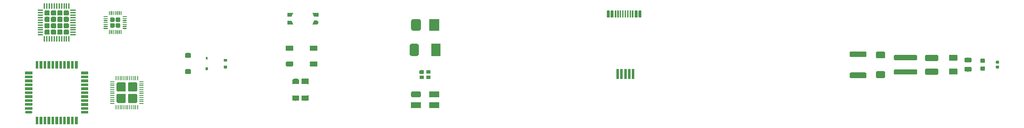
<source format=gbr>
G04 #@! TF.GenerationSoftware,KiCad,Pcbnew,5.1.4*
G04 #@! TF.CreationDate,2019-10-10T02:32:09-03:00*
G04 #@! TF.ProjectId,ruler,72756c65-722e-46b6-9963-61645f706362,Alpha*
G04 #@! TF.SameCoordinates,Original*
G04 #@! TF.FileFunction,Paste,Bot*
G04 #@! TF.FilePolarity,Positive*
%FSLAX46Y46*%
G04 Gerber Fmt 4.6, Leading zero omitted, Abs format (unit mm)*
G04 Created by KiCad (PCBNEW 5.1.4) date 2019-10-10 02:32:09*
%MOMM*%
%LPD*%
G04 APERTURE LIST*
%ADD10C,0.500000*%
%ADD11C,0.254000*%
%ADD12C,1.000000*%
%ADD13C,1.125000*%
%ADD14C,1.400000*%
%ADD15C,1.050000*%
%ADD16C,1.250000*%
%ADD17R,0.500000X2.000000*%
%ADD18C,0.600000*%
%ADD19C,0.300000*%
%ADD20R,0.700000X0.600000*%
%ADD21R,1.900000X2.500000*%
%ADD22C,1.900000*%
%ADD23C,2.000000*%
%ADD24R,2.000000X2.400000*%
%ADD25C,1.200000*%
%ADD26C,0.800000*%
%ADD27R,0.900000X0.800000*%
%ADD28R,0.450000X0.600000*%
%ADD29C,0.450000*%
%ADD30C,0.590000*%
%ADD31C,0.875000*%
%ADD32C,0.975000*%
%ADD33R,0.200000X0.875000*%
%ADD34R,0.875000X0.200000*%
%ADD35C,0.200000*%
%ADD36C,1.860000*%
%ADD37C,0.550000*%
%ADD38O,1.500000X0.550000*%
%ADD39C,0.930000*%
%ADD40C,0.250000*%
G04 APERTURE END LIST*
D10*
X113415250Y-117353125D03*
D11*
G36*
X112890191Y-117753125D02*
G01*
X112890127Y-117753124D01*
X112890110Y-117753125D01*
X112890091Y-117753124D01*
X112889912Y-117753122D01*
X112889080Y-117753067D01*
X112888159Y-117753015D01*
X112888057Y-117752999D01*
X112887963Y-117752993D01*
X112887146Y-117752859D01*
X112886228Y-117752717D01*
X112886128Y-117752691D01*
X112886035Y-117752676D01*
X112885227Y-117752460D01*
X112884336Y-117752231D01*
X112884239Y-117752195D01*
X112884147Y-117752171D01*
X112883301Y-117751854D01*
X112882500Y-117751562D01*
X112882419Y-117751523D01*
X112882317Y-117751485D01*
X112881480Y-117751073D01*
X112880738Y-117750718D01*
X112880655Y-117750668D01*
X112880564Y-117750623D01*
X112879840Y-117750174D01*
X112879066Y-117749706D01*
X112878981Y-117749642D01*
X112878903Y-117749594D01*
X112878209Y-117749064D01*
X112877502Y-117748535D01*
X112877434Y-117748473D01*
X112877349Y-117748408D01*
X112876699Y-117747802D01*
X112876059Y-117747218D01*
X112875989Y-117747140D01*
X112875920Y-117747076D01*
X112875362Y-117746445D01*
X112874751Y-117745766D01*
X112874691Y-117745685D01*
X112874626Y-117745611D01*
X112874114Y-117744902D01*
X112873592Y-117744193D01*
X112873541Y-117744107D01*
X112873483Y-117744027D01*
X112873042Y-117743270D01*
X112872591Y-117742514D01*
X112872549Y-117742425D01*
X112872499Y-117742339D01*
X112872120Y-117741514D01*
X112871759Y-117740746D01*
X112871728Y-117740659D01*
X112871684Y-117740563D01*
X112871378Y-117739675D01*
X112871104Y-117738906D01*
X112871082Y-117738817D01*
X112871047Y-117738716D01*
X112870832Y-117737815D01*
X112870631Y-117737010D01*
X112870617Y-117736918D01*
X112870593Y-117736816D01*
X112870472Y-117735936D01*
X112870345Y-117735077D01*
X112870340Y-117734975D01*
X112870327Y-117734880D01*
X112870291Y-117733970D01*
X112870250Y-117733125D01*
X112870250Y-116973125D01*
X112870251Y-116973005D01*
X112870250Y-116972985D01*
X112870251Y-116972965D01*
X112870252Y-116972846D01*
X112870307Y-116971974D01*
X112870360Y-116971034D01*
X112870371Y-116970965D01*
X112870375Y-116970896D01*
X112870512Y-116970047D01*
X112870658Y-116969103D01*
X112870677Y-116969029D01*
X112870687Y-116968967D01*
X112870902Y-116968153D01*
X112871144Y-116967211D01*
X112871169Y-116967142D01*
X112871186Y-116967078D01*
X112871509Y-116966209D01*
X112871813Y-116965375D01*
X112871840Y-116965319D01*
X112871867Y-116965246D01*
X112872275Y-116964410D01*
X112872657Y-116963613D01*
X112872693Y-116963554D01*
X112872724Y-116963490D01*
X112873128Y-116962834D01*
X112873669Y-116961941D01*
X112873715Y-116961879D01*
X112873748Y-116961826D01*
X112874298Y-116961100D01*
X112874840Y-116960377D01*
X112874882Y-116960331D01*
X112874929Y-116960269D01*
X112875560Y-116959588D01*
X112876157Y-116958934D01*
X112876213Y-116958884D01*
X112876257Y-116958836D01*
X112876896Y-116958268D01*
X112877609Y-116957626D01*
X112877667Y-116957583D01*
X112877718Y-116957538D01*
X112878437Y-116957016D01*
X112879182Y-116956467D01*
X112879243Y-116956430D01*
X112879299Y-116956390D01*
X112880083Y-116955930D01*
X112880861Y-116955466D01*
X112880923Y-116955437D01*
X112880984Y-116955401D01*
X112881836Y-116955007D01*
X112882629Y-116954634D01*
X112882691Y-116954612D01*
X112882758Y-116954581D01*
X112883642Y-116954274D01*
X112884469Y-116953979D01*
X112884536Y-116953962D01*
X112884603Y-116953939D01*
X112885511Y-116953719D01*
X112886365Y-116953506D01*
X112886431Y-116953496D01*
X112886502Y-116953479D01*
X112887413Y-116953351D01*
X112888298Y-116953220D01*
X112888369Y-116953217D01*
X112888437Y-116953207D01*
X112889370Y-116953168D01*
X112890250Y-116953125D01*
X114065250Y-116953125D01*
X114065529Y-116953127D01*
X114065835Y-116953146D01*
X114066146Y-116953145D01*
X114066822Y-116953209D01*
X114067479Y-116953250D01*
X114067780Y-116953299D01*
X114068092Y-116953328D01*
X114068749Y-116953455D01*
X114069408Y-116953562D01*
X114069711Y-116953642D01*
X114070010Y-116953700D01*
X114070650Y-116953890D01*
X114071297Y-116954061D01*
X114071581Y-116954167D01*
X114071882Y-116954256D01*
X114072506Y-116954510D01*
X114073129Y-116954742D01*
X114073408Y-116954878D01*
X114073692Y-116954994D01*
X114074292Y-116955309D01*
X114074885Y-116955599D01*
X114075137Y-116955754D01*
X114075422Y-116955904D01*
X114075996Y-116956283D01*
X114076549Y-116956623D01*
X114076797Y-116956811D01*
X114077053Y-116956980D01*
X114077565Y-116957394D01*
X114078106Y-116957804D01*
X114078331Y-116958012D01*
X114078573Y-116958208D01*
X114079062Y-116958690D01*
X114079539Y-116959132D01*
X114079740Y-116959358D01*
X114079964Y-116959579D01*
X114080392Y-116960092D01*
X114080837Y-116960593D01*
X114081020Y-116960845D01*
X114081216Y-116961080D01*
X114081594Y-116961636D01*
X114081985Y-116962174D01*
X114082139Y-116962436D01*
X114082315Y-116962695D01*
X114082641Y-116963291D01*
X114082974Y-116963859D01*
X114083101Y-116964133D01*
X114083252Y-116964410D01*
X114083511Y-116965022D01*
X114083794Y-116965633D01*
X114083900Y-116965939D01*
X114084015Y-116966209D01*
X114084209Y-116966825D01*
X114084436Y-116967478D01*
X114084509Y-116967780D01*
X114084601Y-116968072D01*
X114084737Y-116968719D01*
X114084896Y-116969377D01*
X114084940Y-116969688D01*
X114085002Y-116969985D01*
X114085073Y-116970639D01*
X114085168Y-116971312D01*
X114085181Y-116971627D01*
X114085214Y-116971927D01*
X114085221Y-116972584D01*
X114085250Y-116973265D01*
X114085233Y-116973575D01*
X114085236Y-116973882D01*
X114085177Y-116974554D01*
X114085140Y-116975216D01*
X114085093Y-116975522D01*
X114085066Y-116975829D01*
X114084946Y-116976470D01*
X114084842Y-116977147D01*
X114084763Y-116977456D01*
X114084708Y-116977749D01*
X114084527Y-116978372D01*
X114084356Y-116979039D01*
X114084248Y-116979336D01*
X114084164Y-116979625D01*
X114083915Y-116980249D01*
X114083687Y-116980875D01*
X114083558Y-116981145D01*
X114083440Y-116981440D01*
X114083125Y-116982048D01*
X114082843Y-116982637D01*
X114082685Y-116982899D01*
X114082541Y-116983176D01*
X113989515Y-117143217D01*
X113900753Y-117334284D01*
X113831076Y-117533048D01*
X113780894Y-117738621D01*
X113780851Y-117738792D01*
X113780701Y-117739745D01*
X113780210Y-117741636D01*
X113779535Y-117743470D01*
X113778686Y-117745229D01*
X113777669Y-117746898D01*
X113776494Y-117748459D01*
X113775173Y-117749898D01*
X113773717Y-117751202D01*
X113772140Y-117752356D01*
X113770458Y-117753352D01*
X113768688Y-117754179D01*
X113766846Y-117754829D01*
X113764949Y-117755296D01*
X113763015Y-117755577D01*
X113761063Y-117755666D01*
X112890191Y-117753125D01*
X112890191Y-117753125D01*
G37*
D10*
X113415250Y-118953125D03*
D11*
G36*
X112890130Y-119353124D02*
G01*
X112890110Y-119353125D01*
X112890090Y-119353124D01*
X112889971Y-119353123D01*
X112889099Y-119353068D01*
X112888159Y-119353015D01*
X112888090Y-119353004D01*
X112888021Y-119353000D01*
X112887172Y-119352863D01*
X112886228Y-119352717D01*
X112886154Y-119352698D01*
X112886092Y-119352688D01*
X112885278Y-119352473D01*
X112884336Y-119352231D01*
X112884267Y-119352206D01*
X112884203Y-119352189D01*
X112883323Y-119351862D01*
X112882500Y-119351562D01*
X112882444Y-119351535D01*
X112882371Y-119351508D01*
X112881509Y-119351087D01*
X112880738Y-119350718D01*
X112880679Y-119350682D01*
X112880615Y-119350651D01*
X112879879Y-119350198D01*
X112879066Y-119349706D01*
X112879004Y-119349660D01*
X112878951Y-119349627D01*
X112878225Y-119349077D01*
X112877502Y-119348535D01*
X112877456Y-119348493D01*
X112877394Y-119348446D01*
X112876713Y-119347815D01*
X112876059Y-119347218D01*
X112876009Y-119347162D01*
X112875961Y-119347118D01*
X112875393Y-119346479D01*
X112874751Y-119345766D01*
X112874708Y-119345708D01*
X112874663Y-119345657D01*
X112874141Y-119344938D01*
X112873592Y-119344193D01*
X112873555Y-119344132D01*
X112873515Y-119344076D01*
X112873055Y-119343292D01*
X112872591Y-119342514D01*
X112872562Y-119342452D01*
X112872526Y-119342391D01*
X112872132Y-119341539D01*
X112871759Y-119340746D01*
X112871737Y-119340684D01*
X112871706Y-119340617D01*
X112871399Y-119339733D01*
X112871104Y-119338906D01*
X112871087Y-119338839D01*
X112871064Y-119338772D01*
X112870844Y-119337864D01*
X112870631Y-119337010D01*
X112870621Y-119336944D01*
X112870604Y-119336873D01*
X112870476Y-119335962D01*
X112870345Y-119335077D01*
X112870342Y-119335006D01*
X112870332Y-119334938D01*
X112870293Y-119334005D01*
X112870250Y-119333125D01*
X112870250Y-118573073D01*
X112870249Y-118573043D01*
X112870251Y-118573009D01*
X112870252Y-118572846D01*
X112870304Y-118572025D01*
X112870354Y-118571092D01*
X112870369Y-118570994D01*
X112870375Y-118570896D01*
X112870507Y-118570083D01*
X112870646Y-118569160D01*
X112870673Y-118569054D01*
X112870687Y-118568967D01*
X112870898Y-118568168D01*
X112871127Y-118567267D01*
X112871161Y-118567173D01*
X112871186Y-118567078D01*
X112871496Y-118566244D01*
X112871790Y-118565429D01*
X112871831Y-118565342D01*
X112871867Y-118565246D01*
X112872251Y-118564459D01*
X112872629Y-118563664D01*
X112872683Y-118563575D01*
X112872724Y-118563490D01*
X112873141Y-118562813D01*
X112873636Y-118561989D01*
X112873703Y-118561899D01*
X112873748Y-118561826D01*
X112874265Y-118561144D01*
X112874803Y-118560422D01*
X112874864Y-118560355D01*
X112874929Y-118560269D01*
X112875518Y-118559633D01*
X112876115Y-118558975D01*
X112876197Y-118558901D01*
X112876257Y-118558836D01*
X112876870Y-118558292D01*
X112877564Y-118557663D01*
X112877645Y-118557603D01*
X112877718Y-118557538D01*
X112878401Y-118557042D01*
X112879133Y-118556499D01*
X112879225Y-118556444D01*
X112879299Y-118556390D01*
X112880003Y-118555977D01*
X112880809Y-118555493D01*
X112880904Y-118555448D01*
X112880984Y-118555401D01*
X112881757Y-118555044D01*
X112882575Y-118554656D01*
X112882668Y-118554623D01*
X112882758Y-118554581D01*
X112883593Y-118554290D01*
X112884413Y-118553996D01*
X112884509Y-118553972D01*
X112884603Y-118553939D01*
X112885442Y-118553736D01*
X112886307Y-118553517D01*
X112886408Y-118553502D01*
X112886502Y-118553479D01*
X112887369Y-118553357D01*
X112888240Y-118553226D01*
X112888338Y-118553221D01*
X112888437Y-118553207D01*
X112889337Y-118553169D01*
X112890191Y-118553125D01*
X113761063Y-118550584D01*
X113761342Y-118550585D01*
X113763292Y-118550703D01*
X113765222Y-118551009D01*
X113767112Y-118551502D01*
X113768946Y-118552178D01*
X113770705Y-118553030D01*
X113772372Y-118554049D01*
X113773932Y-118555226D01*
X113775369Y-118556549D01*
X113776671Y-118558007D01*
X113777824Y-118559584D01*
X113778818Y-118561266D01*
X113779643Y-118563038D01*
X113780290Y-118564881D01*
X113780756Y-118566779D01*
X113780868Y-118567558D01*
X113780923Y-118567748D01*
X113823719Y-118747835D01*
X113890981Y-118947498D01*
X113977385Y-119139593D01*
X114082602Y-119323180D01*
X114082739Y-119323423D01*
X114082848Y-119323644D01*
X114082974Y-119323859D01*
X114083287Y-119324536D01*
X114083602Y-119325176D01*
X114083687Y-119325401D01*
X114083794Y-119325633D01*
X114084034Y-119326323D01*
X114084291Y-119327005D01*
X114084357Y-119327250D01*
X114084436Y-119327478D01*
X114084606Y-119328179D01*
X114084797Y-119328892D01*
X114084837Y-119329134D01*
X114084896Y-119329377D01*
X114084998Y-119330105D01*
X114085117Y-119330820D01*
X114085133Y-119331066D01*
X114085168Y-119331312D01*
X114085199Y-119332049D01*
X114085247Y-119332770D01*
X114085239Y-119333013D01*
X114085250Y-119333265D01*
X114085209Y-119333999D01*
X114085186Y-119334723D01*
X114085154Y-119334972D01*
X114085140Y-119335216D01*
X114085029Y-119335936D01*
X114084935Y-119336661D01*
X114084881Y-119336897D01*
X114084842Y-119337147D01*
X114084654Y-119337877D01*
X114084496Y-119338564D01*
X114084420Y-119338791D01*
X114084356Y-119339039D01*
X114084101Y-119339738D01*
X114083873Y-119340417D01*
X114083772Y-119340643D01*
X114083687Y-119340875D01*
X114083375Y-119341527D01*
X114083073Y-119342199D01*
X114082949Y-119342415D01*
X114082843Y-119342637D01*
X114082459Y-119343271D01*
X114082102Y-119343895D01*
X114081963Y-119344091D01*
X114081831Y-119344309D01*
X114081396Y-119344890D01*
X114080971Y-119345489D01*
X114080801Y-119345684D01*
X114080660Y-119345873D01*
X114080185Y-119346394D01*
X114079690Y-119346963D01*
X114079508Y-119347135D01*
X114079343Y-119347316D01*
X114078804Y-119347802D01*
X114078271Y-119348306D01*
X114078075Y-119348458D01*
X114077891Y-119348624D01*
X114077315Y-119349049D01*
X114076727Y-119349505D01*
X114076508Y-119349643D01*
X114076318Y-119349783D01*
X114075716Y-119350142D01*
X114075073Y-119350547D01*
X114074845Y-119350661D01*
X114074639Y-119350784D01*
X114073991Y-119351089D01*
X114073326Y-119351422D01*
X114073093Y-119351512D01*
X114072871Y-119351616D01*
X114072196Y-119351856D01*
X114071502Y-119352123D01*
X114071257Y-119352190D01*
X114071031Y-119352271D01*
X114070336Y-119352444D01*
X114069619Y-119352642D01*
X114069374Y-119352684D01*
X114069135Y-119352744D01*
X114068405Y-119352852D01*
X114067694Y-119352975D01*
X114067454Y-119352993D01*
X114067202Y-119353030D01*
X114066462Y-119353066D01*
X114065745Y-119353119D01*
X114065496Y-119353113D01*
X114065250Y-119353125D01*
X112890250Y-119353125D01*
X112890130Y-119353124D01*
X112890130Y-119353124D01*
G37*
D10*
X118590250Y-118953125D03*
D11*
G36*
X118790599Y-118528127D02*
G01*
X118791042Y-118528155D01*
X118791471Y-118528155D01*
X118830485Y-118530063D01*
X118830504Y-118530063D01*
X118830526Y-118530065D01*
X118830853Y-118530083D01*
X118831866Y-118530197D01*
X118832935Y-118530302D01*
X118871596Y-118536011D01*
X118871941Y-118536064D01*
X118872980Y-118536285D01*
X118873992Y-118536486D01*
X118911892Y-118545935D01*
X118911911Y-118545939D01*
X118911932Y-118545945D01*
X118912249Y-118546026D01*
X118913258Y-118546346D01*
X118914250Y-118546646D01*
X118951052Y-118559751D01*
X118951064Y-118559755D01*
X118951077Y-118559760D01*
X118951393Y-118559875D01*
X118952333Y-118560278D01*
X118953322Y-118560686D01*
X118988676Y-118577322D01*
X118988684Y-118577325D01*
X118988693Y-118577330D01*
X118988998Y-118577476D01*
X118989890Y-118577966D01*
X118990840Y-118578472D01*
X119024393Y-118598474D01*
X119024408Y-118598482D01*
X119024425Y-118598493D01*
X119024707Y-118598664D01*
X119025537Y-118599233D01*
X119026442Y-118599834D01*
X119057888Y-118623017D01*
X119057898Y-118623024D01*
X119057909Y-118623033D01*
X119058177Y-118623233D01*
X119058994Y-118623919D01*
X119059790Y-118624569D01*
X119088832Y-118650718D01*
X119089090Y-118650953D01*
X119089818Y-118651697D01*
X119090565Y-118652439D01*
X119116906Y-118681287D01*
X119116916Y-118681297D01*
X119116926Y-118681309D01*
X119117150Y-118681557D01*
X119117805Y-118682371D01*
X119118473Y-118683179D01*
X119141883Y-118714472D01*
X119142091Y-118714753D01*
X119142681Y-118715655D01*
X119143249Y-118716497D01*
X119163493Y-118749924D01*
X119163672Y-118750224D01*
X119164151Y-118751140D01*
X119164655Y-118752073D01*
X119181541Y-118787317D01*
X119181690Y-118787632D01*
X119182093Y-118788630D01*
X119182487Y-118789569D01*
X119195853Y-118826292D01*
X119195971Y-118826620D01*
X119196270Y-118827636D01*
X119196576Y-118828625D01*
X119206295Y-118866477D01*
X119206379Y-118866815D01*
X119206571Y-118867822D01*
X119206786Y-118868869D01*
X119212765Y-118907489D01*
X119212816Y-118907834D01*
X119212911Y-118908883D01*
X119213020Y-118909919D01*
X119215201Y-118948937D01*
X119215219Y-118949285D01*
X119215211Y-118950372D01*
X119215218Y-118951379D01*
X119213582Y-118990425D01*
X119213565Y-118990773D01*
X119213456Y-118991809D01*
X119213361Y-118992858D01*
X119207922Y-119031557D01*
X119207871Y-119031903D01*
X119207659Y-119032934D01*
X119207464Y-119033956D01*
X119198280Y-119071921D01*
X119198276Y-119071940D01*
X119198270Y-119071961D01*
X119198191Y-119072279D01*
X119197879Y-119073288D01*
X119197585Y-119074283D01*
X119184733Y-119111190D01*
X119184617Y-119111519D01*
X119184196Y-119112520D01*
X119183818Y-119113455D01*
X119167425Y-119148930D01*
X119167277Y-119149246D01*
X119166773Y-119150176D01*
X119166294Y-119151093D01*
X119146528Y-119184784D01*
X119146520Y-119184800D01*
X119146509Y-119184816D01*
X119146341Y-119185100D01*
X119145768Y-119185949D01*
X119145182Y-119186844D01*
X119122220Y-119218448D01*
X119122211Y-119218462D01*
X119122200Y-119218476D01*
X119122004Y-119218743D01*
X119121327Y-119219561D01*
X119120680Y-119220365D01*
X119094745Y-119249576D01*
X119094735Y-119249588D01*
X119094723Y-119249600D01*
X119094501Y-119249848D01*
X119093743Y-119250601D01*
X119093025Y-119251333D01*
X119064361Y-119277876D01*
X119064351Y-119277887D01*
X119064338Y-119277898D01*
X119064094Y-119278122D01*
X119063303Y-119278767D01*
X119062480Y-119279457D01*
X119031362Y-119303075D01*
X119031353Y-119303083D01*
X119031342Y-119303091D01*
X119031073Y-119303293D01*
X119030185Y-119303883D01*
X119029337Y-119304463D01*
X118996051Y-119324941D01*
X118995752Y-119325122D01*
X118994828Y-119325614D01*
X118993910Y-119326118D01*
X118958795Y-119343245D01*
X118958787Y-119343249D01*
X118958778Y-119343253D01*
X118958472Y-119343400D01*
X118957505Y-119343798D01*
X118956541Y-119344211D01*
X118919920Y-119357830D01*
X118919913Y-119357833D01*
X118919906Y-119357835D01*
X118919584Y-119357953D01*
X118918569Y-119358259D01*
X118917585Y-119358571D01*
X118879807Y-119368553D01*
X118879802Y-119368555D01*
X118879796Y-119368556D01*
X118879463Y-119368642D01*
X118878408Y-119368851D01*
X118877412Y-119369062D01*
X118838855Y-119375307D01*
X118838835Y-119375311D01*
X118838813Y-119375314D01*
X118838490Y-119375364D01*
X118837478Y-119375463D01*
X118836408Y-119375583D01*
X118797405Y-119378037D01*
X118797056Y-119378057D01*
X118796515Y-119378057D01*
X118796009Y-119378085D01*
X118790425Y-119378124D01*
X118790260Y-119378124D01*
X118790249Y-119378125D01*
X118790076Y-119378125D01*
X118015249Y-119378104D01*
X118014900Y-119378102D01*
X118012462Y-119377948D01*
X118010051Y-119377558D01*
X118007690Y-119376934D01*
X118005400Y-119376082D01*
X118003205Y-119375012D01*
X118001125Y-119373732D01*
X117999179Y-119372255D01*
X117997388Y-119370596D01*
X117995767Y-119368768D01*
X117995274Y-119368089D01*
X117994893Y-119367651D01*
X117993479Y-119365659D01*
X117992266Y-119363539D01*
X117991266Y-119361311D01*
X117990488Y-119358996D01*
X117989939Y-119356616D01*
X117989626Y-119354194D01*
X117989550Y-119351752D01*
X117989712Y-119349315D01*
X117990113Y-119346906D01*
X117990746Y-119344547D01*
X117991605Y-119342261D01*
X117992685Y-119340069D01*
X118080140Y-119182440D01*
X118170887Y-118978351D01*
X118241249Y-118766491D01*
X118290868Y-118547598D01*
X118290947Y-118547258D01*
X118291179Y-118546469D01*
X118291368Y-118545732D01*
X118291511Y-118545338D01*
X118291636Y-118544914D01*
X118291940Y-118544160D01*
X118292203Y-118543437D01*
X118292381Y-118543065D01*
X118292549Y-118542649D01*
X118292932Y-118541916D01*
X118293259Y-118541234D01*
X118293475Y-118540878D01*
X118293680Y-118540485D01*
X118294121Y-118539810D01*
X118294524Y-118539145D01*
X118294779Y-118538804D01*
X118295017Y-118538440D01*
X118295517Y-118537817D01*
X118295987Y-118537189D01*
X118296273Y-118536876D01*
X118296546Y-118536536D01*
X118297112Y-118535957D01*
X118297634Y-118535386D01*
X118297945Y-118535106D01*
X118298254Y-118534790D01*
X118298867Y-118534275D01*
X118299449Y-118533751D01*
X118299796Y-118533495D01*
X118300125Y-118533219D01*
X118300783Y-118532768D01*
X118301415Y-118532302D01*
X118301778Y-118532086D01*
X118302139Y-118531838D01*
X118302837Y-118531454D01*
X118303513Y-118531051D01*
X118303907Y-118530866D01*
X118304279Y-118530661D01*
X118304999Y-118530352D01*
X118305723Y-118530011D01*
X118306126Y-118529868D01*
X118306523Y-118529697D01*
X118307285Y-118529455D01*
X118308024Y-118529192D01*
X118308443Y-118529088D01*
X118308851Y-118528958D01*
X118309625Y-118528793D01*
X118310394Y-118528601D01*
X118310814Y-118528539D01*
X118311240Y-118528448D01*
X118312033Y-118528359D01*
X118312810Y-118528244D01*
X118313240Y-118528223D01*
X118313667Y-118528175D01*
X118314457Y-118528164D01*
X118315250Y-118528125D01*
X118790250Y-118528125D01*
X118790599Y-118528127D01*
X118790599Y-118528127D01*
G37*
D10*
X118665250Y-117353125D03*
D11*
G36*
X119190370Y-116953126D02*
G01*
X119190390Y-116953125D01*
X119190410Y-116953126D01*
X119190529Y-116953127D01*
X119191401Y-116953182D01*
X119192341Y-116953235D01*
X119192410Y-116953246D01*
X119192479Y-116953250D01*
X119193328Y-116953387D01*
X119194272Y-116953533D01*
X119194346Y-116953552D01*
X119194408Y-116953562D01*
X119195222Y-116953777D01*
X119196164Y-116954019D01*
X119196233Y-116954044D01*
X119196297Y-116954061D01*
X119197177Y-116954388D01*
X119198000Y-116954688D01*
X119198056Y-116954715D01*
X119198129Y-116954742D01*
X119198991Y-116955163D01*
X119199762Y-116955532D01*
X119199821Y-116955568D01*
X119199885Y-116955599D01*
X119200621Y-116956052D01*
X119201434Y-116956544D01*
X119201496Y-116956590D01*
X119201549Y-116956623D01*
X119202275Y-116957173D01*
X119202998Y-116957715D01*
X119203044Y-116957757D01*
X119203106Y-116957804D01*
X119203787Y-116958435D01*
X119204441Y-116959032D01*
X119204491Y-116959088D01*
X119204539Y-116959132D01*
X119205107Y-116959771D01*
X119205749Y-116960484D01*
X119205792Y-116960542D01*
X119205837Y-116960593D01*
X119206359Y-116961312D01*
X119206908Y-116962057D01*
X119206945Y-116962118D01*
X119206985Y-116962174D01*
X119207445Y-116962958D01*
X119207909Y-116963736D01*
X119207938Y-116963798D01*
X119207974Y-116963859D01*
X119208368Y-116964711D01*
X119208741Y-116965504D01*
X119208763Y-116965566D01*
X119208794Y-116965633D01*
X119209101Y-116966517D01*
X119209396Y-116967344D01*
X119209413Y-116967411D01*
X119209436Y-116967478D01*
X119209656Y-116968386D01*
X119209869Y-116969240D01*
X119209879Y-116969306D01*
X119209896Y-116969377D01*
X119210024Y-116970288D01*
X119210155Y-116971173D01*
X119210158Y-116971244D01*
X119210168Y-116971312D01*
X119210207Y-116972245D01*
X119210250Y-116973125D01*
X119210250Y-117733177D01*
X119210251Y-117733207D01*
X119210249Y-117733241D01*
X119210248Y-117733404D01*
X119210196Y-117734225D01*
X119210146Y-117735158D01*
X119210131Y-117735256D01*
X119210125Y-117735354D01*
X119209993Y-117736167D01*
X119209854Y-117737090D01*
X119209827Y-117737196D01*
X119209813Y-117737283D01*
X119209602Y-117738082D01*
X119209373Y-117738983D01*
X119209339Y-117739077D01*
X119209314Y-117739172D01*
X119209004Y-117740006D01*
X119208710Y-117740821D01*
X119208669Y-117740908D01*
X119208633Y-117741004D01*
X119208249Y-117741791D01*
X119207871Y-117742586D01*
X119207817Y-117742675D01*
X119207776Y-117742760D01*
X119207359Y-117743437D01*
X119206864Y-117744261D01*
X119206797Y-117744351D01*
X119206752Y-117744424D01*
X119206235Y-117745106D01*
X119205697Y-117745828D01*
X119205636Y-117745895D01*
X119205571Y-117745981D01*
X119204982Y-117746617D01*
X119204385Y-117747275D01*
X119204303Y-117747349D01*
X119204243Y-117747414D01*
X119203630Y-117747958D01*
X119202936Y-117748587D01*
X119202855Y-117748647D01*
X119202782Y-117748712D01*
X119202099Y-117749208D01*
X119201367Y-117749751D01*
X119201275Y-117749806D01*
X119201201Y-117749860D01*
X119200497Y-117750273D01*
X119199691Y-117750757D01*
X119199596Y-117750802D01*
X119199516Y-117750849D01*
X119198743Y-117751206D01*
X119197925Y-117751594D01*
X119197832Y-117751627D01*
X119197742Y-117751669D01*
X119196907Y-117751960D01*
X119196087Y-117752254D01*
X119195991Y-117752278D01*
X119195897Y-117752311D01*
X119195058Y-117752514D01*
X119194193Y-117752733D01*
X119194092Y-117752748D01*
X119193998Y-117752771D01*
X119193131Y-117752893D01*
X119192260Y-117753024D01*
X119192162Y-117753029D01*
X119192063Y-117753043D01*
X119191163Y-117753081D01*
X119190309Y-117753125D01*
X118319437Y-117755666D01*
X118319158Y-117755665D01*
X118317208Y-117755547D01*
X118315278Y-117755241D01*
X118313388Y-117754748D01*
X118311554Y-117754072D01*
X118309795Y-117753220D01*
X118308128Y-117752201D01*
X118306568Y-117751024D01*
X118305131Y-117749701D01*
X118303829Y-117748243D01*
X118302676Y-117746666D01*
X118301682Y-117744984D01*
X118300857Y-117743212D01*
X118300210Y-117741369D01*
X118299744Y-117739471D01*
X118299632Y-117738692D01*
X118299577Y-117738502D01*
X118256781Y-117558415D01*
X118189519Y-117358752D01*
X118103115Y-117166657D01*
X117997898Y-116983070D01*
X117997761Y-116982827D01*
X117997652Y-116982606D01*
X117997526Y-116982391D01*
X117997213Y-116981714D01*
X117996898Y-116981074D01*
X117996813Y-116980849D01*
X117996706Y-116980617D01*
X117996466Y-116979927D01*
X117996209Y-116979245D01*
X117996143Y-116979000D01*
X117996064Y-116978772D01*
X117995894Y-116978071D01*
X117995703Y-116977358D01*
X117995663Y-116977116D01*
X117995604Y-116976873D01*
X117995502Y-116976145D01*
X117995383Y-116975430D01*
X117995367Y-116975184D01*
X117995332Y-116974938D01*
X117995301Y-116974201D01*
X117995253Y-116973480D01*
X117995261Y-116973237D01*
X117995250Y-116972985D01*
X117995291Y-116972251D01*
X117995314Y-116971527D01*
X117995346Y-116971278D01*
X117995360Y-116971034D01*
X117995471Y-116970314D01*
X117995565Y-116969589D01*
X117995619Y-116969353D01*
X117995658Y-116969103D01*
X117995846Y-116968373D01*
X117996004Y-116967686D01*
X117996080Y-116967459D01*
X117996144Y-116967211D01*
X117996399Y-116966512D01*
X117996627Y-116965833D01*
X117996728Y-116965607D01*
X117996813Y-116965375D01*
X117997125Y-116964723D01*
X117997427Y-116964051D01*
X117997551Y-116963835D01*
X117997657Y-116963613D01*
X117998041Y-116962979D01*
X117998398Y-116962355D01*
X117998537Y-116962159D01*
X117998669Y-116961941D01*
X117999104Y-116961360D01*
X117999529Y-116960761D01*
X117999699Y-116960566D01*
X117999840Y-116960377D01*
X118000315Y-116959856D01*
X118000810Y-116959287D01*
X118000992Y-116959115D01*
X118001157Y-116958934D01*
X118001696Y-116958448D01*
X118002229Y-116957944D01*
X118002425Y-116957792D01*
X118002609Y-116957626D01*
X118003185Y-116957201D01*
X118003773Y-116956745D01*
X118003992Y-116956607D01*
X118004182Y-116956467D01*
X118004784Y-116956108D01*
X118005427Y-116955703D01*
X118005655Y-116955589D01*
X118005861Y-116955466D01*
X118006509Y-116955161D01*
X118007174Y-116954828D01*
X118007407Y-116954738D01*
X118007629Y-116954634D01*
X118008304Y-116954394D01*
X118008998Y-116954127D01*
X118009243Y-116954060D01*
X118009469Y-116953979D01*
X118010164Y-116953806D01*
X118010881Y-116953608D01*
X118011126Y-116953566D01*
X118011365Y-116953506D01*
X118012095Y-116953398D01*
X118012806Y-116953275D01*
X118013046Y-116953257D01*
X118013298Y-116953220D01*
X118014038Y-116953184D01*
X118014755Y-116953131D01*
X118015004Y-116953137D01*
X118015250Y-116953125D01*
X119190250Y-116953125D01*
X119190370Y-116953126D01*
X119190370Y-116953126D01*
G37*
D12*
X118236250Y-124173125D03*
D11*
G36*
X117486250Y-124673125D02*
G01*
X117486250Y-123673125D01*
X118986250Y-123673125D01*
X118986250Y-124673125D01*
X117486250Y-124673125D01*
X117486250Y-124673125D01*
G37*
D12*
X118236250Y-127373125D03*
D11*
G36*
X117486250Y-127873125D02*
G01*
X117486250Y-126873125D01*
X118986250Y-126873125D01*
X118986250Y-127873125D01*
X117486250Y-127873125D01*
X117486250Y-127873125D01*
G37*
D12*
X113336250Y-124173125D03*
D11*
G36*
X112586250Y-124673125D02*
G01*
X112586250Y-123673125D01*
X114086250Y-123673125D01*
X114086250Y-124673125D01*
X112586250Y-124673125D01*
X112586250Y-124673125D01*
G37*
G36*
X113860754Y-126874329D02*
G01*
X113885023Y-126877929D01*
X113908821Y-126883890D01*
X113931921Y-126892155D01*
X113954099Y-126902645D01*
X113975143Y-126915258D01*
X113994848Y-126929872D01*
X114013027Y-126946348D01*
X114029503Y-126964527D01*
X114044117Y-126984232D01*
X114056730Y-127005276D01*
X114067220Y-127027454D01*
X114075485Y-127050554D01*
X114081446Y-127074352D01*
X114085046Y-127098621D01*
X114086250Y-127123125D01*
X114086250Y-127623125D01*
X114085046Y-127647629D01*
X114081446Y-127671898D01*
X114075485Y-127695696D01*
X114067220Y-127718796D01*
X114056730Y-127740974D01*
X114044117Y-127762018D01*
X114029503Y-127781723D01*
X114013027Y-127799902D01*
X113994848Y-127816378D01*
X113975143Y-127830992D01*
X113954099Y-127843605D01*
X113931921Y-127854095D01*
X113908821Y-127862360D01*
X113885023Y-127868321D01*
X113860754Y-127871921D01*
X113836250Y-127873125D01*
X112836250Y-127873125D01*
X112811746Y-127871921D01*
X112787477Y-127868321D01*
X112763679Y-127862360D01*
X112740579Y-127854095D01*
X112718401Y-127843605D01*
X112697357Y-127830992D01*
X112677652Y-127816378D01*
X112659473Y-127799902D01*
X112642997Y-127781723D01*
X112628383Y-127762018D01*
X112615770Y-127740974D01*
X112605280Y-127718796D01*
X112597015Y-127695696D01*
X112591054Y-127671898D01*
X112587454Y-127647629D01*
X112586250Y-127623125D01*
X112586250Y-127123125D01*
X112587454Y-127098621D01*
X112591054Y-127074352D01*
X112597015Y-127050554D01*
X112605280Y-127027454D01*
X112615770Y-127005276D01*
X112628383Y-126984232D01*
X112642997Y-126964527D01*
X112659473Y-126946348D01*
X112677652Y-126929872D01*
X112697357Y-126915258D01*
X112718401Y-126902645D01*
X112740579Y-126892155D01*
X112763679Y-126883890D01*
X112787477Y-126877929D01*
X112811746Y-126874329D01*
X112836250Y-126873125D01*
X113836250Y-126873125D01*
X113860754Y-126874329D01*
X113860754Y-126874329D01*
G37*
D12*
X113336250Y-127373125D03*
X116532250Y-134381925D03*
D11*
G36*
X117187105Y-134881914D02*
G01*
X117186820Y-134882852D01*
X117186358Y-134883717D01*
X117185737Y-134884475D01*
X117184979Y-134885096D01*
X117184114Y-134885558D01*
X117183176Y-134885843D01*
X117182201Y-134885939D01*
X115782181Y-134885939D01*
X115781206Y-134885843D01*
X115780268Y-134885558D01*
X115779403Y-134885096D01*
X115778645Y-134884475D01*
X115778024Y-134883717D01*
X115777562Y-134882852D01*
X115777277Y-134881914D01*
X115777181Y-134880939D01*
X115777181Y-133830938D01*
X115777277Y-133829963D01*
X115777562Y-133829025D01*
X115778024Y-133828160D01*
X115778645Y-133827402D01*
X115779403Y-133826781D01*
X115780268Y-133826319D01*
X115781206Y-133826034D01*
X115782179Y-133825938D01*
X116274802Y-133825774D01*
X116279083Y-133825772D01*
X116307585Y-133825763D01*
X116335087Y-133825752D01*
X116361604Y-133825742D01*
X116387148Y-133825731D01*
X116411734Y-133825720D01*
X116435377Y-133825708D01*
X116458090Y-133825696D01*
X116479885Y-133825684D01*
X116500780Y-133825671D01*
X116520787Y-133825658D01*
X116539920Y-133825644D01*
X116558192Y-133825629D01*
X116575619Y-133825615D01*
X116592214Y-133825599D01*
X116607992Y-133825583D01*
X116622964Y-133825567D01*
X116637148Y-133825550D01*
X116650553Y-133825532D01*
X116663199Y-133825513D01*
X116675096Y-133825494D01*
X116686260Y-133825474D01*
X116696702Y-133825454D01*
X116706439Y-133825433D01*
X116715484Y-133825411D01*
X116723850Y-133825388D01*
X116731553Y-133825364D01*
X116738606Y-133825340D01*
X116745022Y-133825314D01*
X116750816Y-133825288D01*
X116756001Y-133825261D01*
X116760592Y-133825233D01*
X116764601Y-133825204D01*
X116768044Y-133825175D01*
X116770929Y-133825144D01*
X116773274Y-133825112D01*
X116773274Y-133825113D01*
X116775088Y-133825080D01*
X116776292Y-133825049D01*
X116777122Y-133825014D01*
X116789199Y-133824253D01*
X116801753Y-133823385D01*
X116813503Y-133822482D01*
X116824725Y-133821518D01*
X116835422Y-133820489D01*
X116845724Y-133819383D01*
X116855884Y-133818173D01*
X116866046Y-133816840D01*
X116876235Y-133815387D01*
X116886648Y-133813788D01*
X116897430Y-133812030D01*
X116903313Y-133811026D01*
X116933463Y-133805298D01*
X116963707Y-133798583D01*
X116993923Y-133790914D01*
X117024125Y-133782288D01*
X117054224Y-133772733D01*
X117084149Y-133762269D01*
X117113807Y-133750931D01*
X117143212Y-133738708D01*
X117172361Y-133725591D01*
X117173767Y-133724936D01*
X117173790Y-133724926D01*
X117176101Y-133723863D01*
X117176132Y-133723848D01*
X117178016Y-133722997D01*
X117178075Y-133722971D01*
X117179368Y-133722407D01*
X117179597Y-133722314D01*
X117180136Y-133722110D01*
X117181082Y-133721854D01*
X117182060Y-133721788D01*
X117183032Y-133721915D01*
X117183961Y-133722228D01*
X117184811Y-133722716D01*
X117185549Y-133723361D01*
X117186147Y-133724138D01*
X117186582Y-133725016D01*
X117186848Y-133726026D01*
X117186850Y-133726039D01*
X117186907Y-133726709D01*
X117186919Y-133727375D01*
X117186920Y-133727429D01*
X117186932Y-133729088D01*
X117186932Y-133729101D01*
X117186944Y-133731733D01*
X117186944Y-133731739D01*
X117186956Y-133735322D01*
X117186956Y-133735326D01*
X117186968Y-133739842D01*
X117186968Y-133739844D01*
X117186980Y-133745272D01*
X117186980Y-133745274D01*
X117186991Y-133751593D01*
X117186991Y-133751594D01*
X117187002Y-133758784D01*
X117187013Y-133766826D01*
X117187013Y-133766828D01*
X117187024Y-133775701D01*
X117187035Y-133785385D01*
X117187035Y-133785386D01*
X117187045Y-133795861D01*
X117187055Y-133807106D01*
X117187065Y-133819102D01*
X117187075Y-133831828D01*
X117187075Y-133831830D01*
X117187084Y-133845266D01*
X117187093Y-133859392D01*
X117187102Y-133874188D01*
X117187110Y-133889633D01*
X117187119Y-133905707D01*
X117187119Y-133905708D01*
X117187126Y-133922392D01*
X117187134Y-133939664D01*
X117187141Y-133957506D01*
X117187148Y-133975896D01*
X117187154Y-133994814D01*
X117187160Y-134014241D01*
X117187166Y-134034156D01*
X117187171Y-134054539D01*
X117187176Y-134075369D01*
X117187181Y-134096627D01*
X117187181Y-134096628D01*
X117187185Y-134118294D01*
X117187188Y-134140346D01*
X117187192Y-134162766D01*
X117187194Y-134185532D01*
X117187196Y-134208625D01*
X117187198Y-134232025D01*
X117187199Y-134255711D01*
X117187200Y-134279663D01*
X117187201Y-134303861D01*
X117187201Y-134880939D01*
X117187105Y-134881914D01*
X117187105Y-134881914D01*
G37*
D12*
X114532250Y-134381925D03*
D11*
G36*
X115287222Y-134881914D02*
G01*
X115286937Y-134882852D01*
X115286475Y-134883717D01*
X115285854Y-134884475D01*
X115285096Y-134885096D01*
X115284231Y-134885558D01*
X115283293Y-134885843D01*
X115282318Y-134885939D01*
X113882299Y-134885939D01*
X113881324Y-134885843D01*
X113880386Y-134885558D01*
X113879521Y-134885096D01*
X113878763Y-134884475D01*
X113878142Y-134883717D01*
X113877680Y-134882852D01*
X113877395Y-134881914D01*
X113877299Y-134880939D01*
X113877299Y-134255899D01*
X113877301Y-134224476D01*
X113877303Y-134194059D01*
X113877306Y-134164643D01*
X113877310Y-134136225D01*
X113877315Y-134108800D01*
X113877315Y-134108799D01*
X113877321Y-134082363D01*
X113877327Y-134056912D01*
X113877334Y-134032441D01*
X113877342Y-134008947D01*
X113877351Y-133986426D01*
X113877351Y-133986425D01*
X113877361Y-133964872D01*
X113877371Y-133944282D01*
X113877383Y-133924653D01*
X113877395Y-133905979D01*
X113877395Y-133905977D01*
X113877408Y-133888255D01*
X113877422Y-133871480D01*
X113877422Y-133871479D01*
X113877437Y-133855647D01*
X113877452Y-133840755D01*
X113877452Y-133840754D01*
X113877469Y-133826796D01*
X113877486Y-133813769D01*
X113877486Y-133813768D01*
X113877504Y-133801667D01*
X113877504Y-133801666D01*
X113877523Y-133790488D01*
X113877523Y-133790486D01*
X113877543Y-133780226D01*
X113877543Y-133780225D01*
X113877564Y-133770879D01*
X113877564Y-133770878D01*
X113877585Y-133762442D01*
X113877585Y-133762439D01*
X113877608Y-133754909D01*
X113877608Y-133754906D01*
X113877632Y-133748277D01*
X113877632Y-133748274D01*
X113877656Y-133742542D01*
X113877656Y-133742537D01*
X113877681Y-133737699D01*
X113877681Y-133737692D01*
X113877707Y-133733743D01*
X113877707Y-133733732D01*
X113877734Y-133730667D01*
X113877734Y-133730647D01*
X113877762Y-133728464D01*
X113877763Y-133728417D01*
X113877792Y-133727109D01*
X113877803Y-133726875D01*
X113877833Y-133726441D01*
X113877996Y-133725475D01*
X113878345Y-133724559D01*
X113878865Y-133723728D01*
X113879538Y-133723015D01*
X113880336Y-133722447D01*
X113881231Y-133722046D01*
X113882186Y-133721826D01*
X113883166Y-133721798D01*
X113884260Y-133721997D01*
X113884889Y-133722186D01*
X113885416Y-133722378D01*
X113886688Y-133722922D01*
X113886891Y-133723014D01*
X113888499Y-133723788D01*
X113888539Y-133723807D01*
X113889203Y-133724134D01*
X113890889Y-133724938D01*
X113893317Y-133726074D01*
X113896208Y-133727413D01*
X113899407Y-133728882D01*
X113899407Y-133728883D01*
X113902738Y-133730400D01*
X113920209Y-133738153D01*
X113950765Y-133750887D01*
X113981484Y-133762640D01*
X114012286Y-133773385D01*
X114043237Y-133783144D01*
X114074240Y-133791889D01*
X114105393Y-133799647D01*
X114136614Y-133806398D01*
X114167944Y-133812150D01*
X114199350Y-133816897D01*
X114230830Y-133820638D01*
X114262385Y-133823372D01*
X114265738Y-133823606D01*
X114270426Y-133823927D01*
X114275190Y-133824245D01*
X114279761Y-133824545D01*
X114283861Y-133824806D01*
X114287219Y-133825012D01*
X114287525Y-133825027D01*
X114288465Y-133825057D01*
X114290025Y-133825090D01*
X114292038Y-133825123D01*
X114292038Y-133825122D01*
X114294610Y-133825153D01*
X114297698Y-133825184D01*
X114301328Y-133825213D01*
X114305519Y-133825242D01*
X114310277Y-133825269D01*
X114315625Y-133825296D01*
X114321571Y-133825322D01*
X114328131Y-133825347D01*
X114335320Y-133825371D01*
X114343150Y-133825394D01*
X114351638Y-133825417D01*
X114360795Y-133825438D01*
X114370641Y-133825459D01*
X114381183Y-133825479D01*
X114392442Y-133825499D01*
X114404428Y-133825518D01*
X114417158Y-133825536D01*
X114430644Y-133825553D01*
X114444902Y-133825570D01*
X114459947Y-133825586D01*
X114475791Y-133825602D01*
X114492450Y-133825617D01*
X114509939Y-133825632D01*
X114528269Y-133825646D01*
X114547459Y-133825660D01*
X114567521Y-133825673D01*
X114588470Y-133825685D01*
X114610319Y-133825698D01*
X114633082Y-133825709D01*
X114656776Y-133825721D01*
X114681415Y-133825732D01*
X114707012Y-133825743D01*
X114733582Y-133825753D01*
X114761139Y-133825763D01*
X114789697Y-133825773D01*
X115282320Y-133825939D01*
X115283296Y-133826036D01*
X115284234Y-133826321D01*
X115285098Y-133826783D01*
X115285855Y-133827405D01*
X115286477Y-133828163D01*
X115286938Y-133829028D01*
X115287222Y-133829966D01*
X115287318Y-133830939D01*
X115287318Y-134880939D01*
X115287222Y-134881914D01*
X115287222Y-134881914D01*
G37*
D12*
X114532250Y-130880325D03*
D11*
G36*
X115287222Y-131432284D02*
G01*
X115286938Y-131433222D01*
X115286477Y-131434087D01*
X115285855Y-131434845D01*
X115285098Y-131435467D01*
X115284234Y-131435929D01*
X115283296Y-131436214D01*
X115282320Y-131436311D01*
X114789697Y-131436466D01*
X114774981Y-131436470D01*
X114748413Y-131436478D01*
X114722831Y-131436486D01*
X114698214Y-131436493D01*
X114674544Y-131436500D01*
X114651800Y-131436506D01*
X114629963Y-131436513D01*
X114609013Y-131436519D01*
X114588930Y-131436526D01*
X114569695Y-131436533D01*
X114551287Y-131436540D01*
X114533689Y-131436547D01*
X114516878Y-131436556D01*
X114500836Y-131436564D01*
X114485543Y-131436574D01*
X114470980Y-131436584D01*
X114457125Y-131436596D01*
X114443962Y-131436608D01*
X114431467Y-131436622D01*
X114419624Y-131436637D01*
X114408411Y-131436653D01*
X114397810Y-131436671D01*
X114387799Y-131436691D01*
X114378360Y-131436712D01*
X114369474Y-131436735D01*
X114361119Y-131436760D01*
X114353277Y-131436787D01*
X114345928Y-131436816D01*
X114339052Y-131436848D01*
X114332630Y-131436881D01*
X114326641Y-131436918D01*
X114321067Y-131436957D01*
X114315889Y-131436998D01*
X114311083Y-131437043D01*
X114306634Y-131437090D01*
X114302512Y-131437140D01*
X114302512Y-131437139D01*
X114298724Y-131437193D01*
X114295225Y-131437249D01*
X114292003Y-131437309D01*
X114289037Y-131437373D01*
X114286293Y-131437440D01*
X114286293Y-131437439D01*
X114283804Y-131437508D01*
X114281492Y-131437582D01*
X114281492Y-131437583D01*
X114279362Y-131437660D01*
X114277391Y-131437741D01*
X114275531Y-131437827D01*
X114273845Y-131437915D01*
X114272228Y-131438008D01*
X114270691Y-131438105D01*
X114269207Y-131438207D01*
X114269207Y-131438208D01*
X114267760Y-131438314D01*
X114266328Y-131438426D01*
X114264889Y-131438543D01*
X114263419Y-131438666D01*
X114263419Y-131438665D01*
X114261914Y-131438793D01*
X114260344Y-131438926D01*
X114260339Y-131438927D01*
X114258689Y-131439065D01*
X114258682Y-131439065D01*
X114256933Y-131439209D01*
X114256921Y-131439210D01*
X114255071Y-131439358D01*
X114244913Y-131440207D01*
X114212912Y-131443549D01*
X114181070Y-131447889D01*
X114149391Y-131453228D01*
X114117828Y-131459571D01*
X114086400Y-131466917D01*
X114055143Y-131475256D01*
X114024008Y-131484603D01*
X113993030Y-131494944D01*
X113962184Y-131506292D01*
X113931497Y-131518636D01*
X113900897Y-131532005D01*
X113898771Y-131532967D01*
X113898754Y-131532974D01*
X113895862Y-131534269D01*
X113895835Y-131534281D01*
X113893355Y-131535374D01*
X113893318Y-131535391D01*
X113891376Y-131536228D01*
X113891302Y-131536259D01*
X113890028Y-131536784D01*
X113889683Y-131536911D01*
X113889205Y-131537068D01*
X113888249Y-131537281D01*
X113887269Y-131537304D01*
X113886303Y-131537135D01*
X113885389Y-131536780D01*
X113884562Y-131536254D01*
X113883853Y-131535577D01*
X113883243Y-131534688D01*
X113883229Y-131534662D01*
X113882747Y-131533362D01*
X113882591Y-131532650D01*
X113882548Y-131532430D01*
X113882281Y-131530882D01*
X113882270Y-131530818D01*
X113881914Y-131528581D01*
X113881909Y-131528548D01*
X113881486Y-131525770D01*
X113881483Y-131525748D01*
X113881014Y-131522576D01*
X113881011Y-131522559D01*
X113880518Y-131519141D01*
X113880516Y-131519124D01*
X113880021Y-131515607D01*
X113880019Y-131515591D01*
X113879542Y-131512122D01*
X113879539Y-131512100D01*
X113879104Y-131508827D01*
X113879100Y-131508801D01*
X113878726Y-131505871D01*
X113878724Y-131505853D01*
X113877590Y-131496709D01*
X113877552Y-131496094D01*
X113877552Y-131120496D01*
X113877553Y-131101589D01*
X113877553Y-131083602D01*
X113877555Y-131066512D01*
X113877556Y-131050293D01*
X113877559Y-131034921D01*
X113877559Y-131034920D01*
X113877563Y-131020370D01*
X113877568Y-131006617D01*
X113877574Y-130993636D01*
X113877574Y-130993634D01*
X113877582Y-130981401D01*
X113877591Y-130969890D01*
X113877591Y-130969888D01*
X113877602Y-130959075D01*
X113877602Y-130959074D01*
X113877615Y-130948934D01*
X113877615Y-130948932D01*
X113877630Y-130939441D01*
X113877630Y-130939439D01*
X113877647Y-130930571D01*
X113877647Y-130930569D01*
X113877667Y-130922299D01*
X113877667Y-130922297D01*
X113877688Y-130914602D01*
X113877688Y-130914599D01*
X113877713Y-130907452D01*
X113877713Y-130907449D01*
X113877740Y-130900827D01*
X113877740Y-130900822D01*
X113877771Y-130894699D01*
X113877771Y-130894695D01*
X113877804Y-130889047D01*
X113877804Y-130889040D01*
X113877841Y-130883842D01*
X113877841Y-130883836D01*
X113877881Y-130879062D01*
X113877881Y-130879055D01*
X113877924Y-130874682D01*
X113877924Y-130874672D01*
X113877971Y-130870674D01*
X113877971Y-130870663D01*
X113878022Y-130867016D01*
X113878023Y-130867003D01*
X113878078Y-130863682D01*
X113878078Y-130863666D01*
X113878138Y-130860645D01*
X113878138Y-130860629D01*
X113878201Y-130857885D01*
X113878202Y-130857864D01*
X113878270Y-130855371D01*
X113878271Y-130855348D01*
X113878343Y-130853082D01*
X113878343Y-130853055D01*
X113878420Y-130850991D01*
X113878422Y-130850960D01*
X113878504Y-130849072D01*
X113878505Y-130849039D01*
X113878592Y-130847304D01*
X113878594Y-130847268D01*
X113878686Y-130845660D01*
X113878689Y-130845621D01*
X113878787Y-130844116D01*
X113878789Y-130844081D01*
X113878892Y-130842653D01*
X113878894Y-130842621D01*
X113879002Y-130841246D01*
X113879005Y-130841212D01*
X113879120Y-130839866D01*
X113879122Y-130839847D01*
X113879242Y-130838504D01*
X113879243Y-130838489D01*
X113879369Y-130837124D01*
X113879370Y-130837115D01*
X113879503Y-130835704D01*
X113879642Y-130834224D01*
X113879653Y-130834118D01*
X113882231Y-130811761D01*
X113882261Y-130811542D01*
X113885834Y-130789273D01*
X113885874Y-130789053D01*
X113890417Y-130767065D01*
X113890468Y-130766847D01*
X113895974Y-130745161D01*
X113896034Y-130744944D01*
X113902493Y-130723582D01*
X113902563Y-130723368D01*
X113909968Y-130702349D01*
X113910048Y-130702138D01*
X113918389Y-130681484D01*
X113918478Y-130681276D01*
X113927748Y-130661007D01*
X113927846Y-130660805D01*
X113938036Y-130640943D01*
X113938143Y-130640745D01*
X113949245Y-130621309D01*
X113949361Y-130621117D01*
X113961366Y-130602129D01*
X113961489Y-130601943D01*
X113974390Y-130583423D01*
X113974521Y-130583244D01*
X113988307Y-130565214D01*
X113988436Y-130565052D01*
X113999409Y-130551870D01*
X113999530Y-130551730D01*
X114011800Y-130538055D01*
X114011921Y-130537925D01*
X114024839Y-130524518D01*
X114024963Y-130524394D01*
X114038346Y-130511444D01*
X114038476Y-130511323D01*
X114052137Y-130499012D01*
X114052280Y-130498888D01*
X114066035Y-130487404D01*
X114066175Y-130487291D01*
X114080268Y-130476361D01*
X114080408Y-130476256D01*
X114095245Y-130465558D01*
X114095401Y-130465450D01*
X114110429Y-130455460D01*
X114110593Y-130455356D01*
X114126012Y-130445947D01*
X114126175Y-130445851D01*
X114142189Y-130436894D01*
X114142346Y-130436810D01*
X114159155Y-130428178D01*
X114159256Y-130428128D01*
X114165022Y-130425329D01*
X114165141Y-130425273D01*
X114184409Y-130416539D01*
X114184601Y-130416457D01*
X114203994Y-130408627D01*
X114204195Y-130408550D01*
X114223783Y-130401606D01*
X114223990Y-130401538D01*
X114243840Y-130395461D01*
X114244050Y-130395402D01*
X114264233Y-130390174D01*
X114264442Y-130390124D01*
X114285025Y-130385727D01*
X114285231Y-130385688D01*
X114306285Y-130382104D01*
X114306483Y-130382074D01*
X114328077Y-130379283D01*
X114328266Y-130379262D01*
X114350467Y-130377247D01*
X114350699Y-130377232D01*
X114351970Y-130377176D01*
X114352069Y-130377172D01*
X114354333Y-130377117D01*
X114354373Y-130377117D01*
X114357572Y-130377065D01*
X114357591Y-130377064D01*
X114361685Y-130377013D01*
X114361698Y-130377013D01*
X114366646Y-130376965D01*
X114366656Y-130376965D01*
X114372418Y-130376920D01*
X114372423Y-130376920D01*
X114378957Y-130376876D01*
X114378963Y-130376876D01*
X114386230Y-130376835D01*
X114386234Y-130376835D01*
X114394192Y-130376797D01*
X114394195Y-130376797D01*
X114402805Y-130376760D01*
X114402808Y-130376760D01*
X114412027Y-130376726D01*
X114412029Y-130376726D01*
X114421818Y-130376695D01*
X114421820Y-130376695D01*
X114432138Y-130376666D01*
X114432140Y-130376666D01*
X114442946Y-130376639D01*
X114442947Y-130376639D01*
X114454201Y-130376614D01*
X114454203Y-130376614D01*
X114465864Y-130376592D01*
X114465865Y-130376592D01*
X114477892Y-130376572D01*
X114477893Y-130376572D01*
X114490246Y-130376554D01*
X114490247Y-130376554D01*
X114502885Y-130376539D01*
X114515767Y-130376526D01*
X114515769Y-130376526D01*
X114528855Y-130376516D01*
X114542103Y-130376507D01*
X114542105Y-130376507D01*
X114555477Y-130376502D01*
X114568930Y-130376498D01*
X114568932Y-130376498D01*
X114582426Y-130376497D01*
X114595920Y-130376498D01*
X114595921Y-130376498D01*
X114609375Y-130376502D01*
X114622749Y-130376507D01*
X114622751Y-130376507D01*
X114636002Y-130376515D01*
X114636003Y-130376515D01*
X114649093Y-130376526D01*
X114661980Y-130376539D01*
X114661982Y-130376539D01*
X114674625Y-130376554D01*
X114674626Y-130376554D01*
X114686985Y-130376572D01*
X114699019Y-130376591D01*
X114699022Y-130376591D01*
X114710690Y-130376614D01*
X114721953Y-130376638D01*
X114721955Y-130376638D01*
X114732771Y-130376665D01*
X114732773Y-130376665D01*
X114743101Y-130376694D01*
X114743103Y-130376694D01*
X114752903Y-130376726D01*
X114752905Y-130376726D01*
X114762136Y-130376760D01*
X114762139Y-130376760D01*
X114770761Y-130376796D01*
X114770764Y-130376796D01*
X114778736Y-130376835D01*
X114778739Y-130376835D01*
X114786020Y-130376875D01*
X114786027Y-130376875D01*
X114792577Y-130376919D01*
X114792582Y-130376919D01*
X114798360Y-130376964D01*
X114798369Y-130376964D01*
X114803334Y-130377012D01*
X114803348Y-130377012D01*
X114807460Y-130377063D01*
X114807479Y-130377064D01*
X114810696Y-130377116D01*
X114810735Y-130377116D01*
X114813018Y-130377171D01*
X114813116Y-130377175D01*
X114814424Y-130377232D01*
X114814620Y-130377244D01*
X114829124Y-130378449D01*
X114829246Y-130378461D01*
X114845222Y-130380184D01*
X114845367Y-130380202D01*
X114860770Y-130382321D01*
X114860925Y-130382344D01*
X114875962Y-130384895D01*
X114876120Y-130384925D01*
X114890999Y-130387942D01*
X114891152Y-130387975D01*
X114906082Y-130391494D01*
X114906226Y-130391530D01*
X114921413Y-130395588D01*
X114921543Y-130395625D01*
X114933595Y-130399197D01*
X114933766Y-130399251D01*
X114954556Y-130406236D01*
X114954769Y-130406313D01*
X114975284Y-130414252D01*
X114975489Y-130414337D01*
X114995678Y-130423202D01*
X114995878Y-130423295D01*
X115015689Y-130433058D01*
X115015885Y-130433160D01*
X115035264Y-130443795D01*
X115035454Y-130443904D01*
X115054351Y-130455381D01*
X115054536Y-130455500D01*
X115072899Y-130467793D01*
X115073082Y-130467921D01*
X115090857Y-130481002D01*
X115091034Y-130481139D01*
X115108171Y-130494979D01*
X115108324Y-130495107D01*
X115120474Y-130505745D01*
X115120612Y-130505871D01*
X115135773Y-130520179D01*
X115135917Y-130520321D01*
X115150580Y-130535328D01*
X115150719Y-130535475D01*
X115164726Y-130551020D01*
X115164861Y-130551176D01*
X115178052Y-130567092D01*
X115178140Y-130567202D01*
X115182368Y-130572606D01*
X115182457Y-130572724D01*
X115195729Y-130590761D01*
X115195858Y-130590945D01*
X115208268Y-130609503D01*
X115208389Y-130609692D01*
X115219928Y-130628744D01*
X115220039Y-130628938D01*
X115230694Y-130648453D01*
X115230797Y-130648651D01*
X115240559Y-130668602D01*
X115240653Y-130668805D01*
X115249511Y-130689162D01*
X115249595Y-130689368D01*
X115257539Y-130710103D01*
X115257614Y-130710313D01*
X115264632Y-130731396D01*
X115264698Y-130731608D01*
X115270781Y-130753010D01*
X115270836Y-130753225D01*
X115275973Y-130774918D01*
X115276020Y-130775135D01*
X115280199Y-130797090D01*
X115280235Y-130797308D01*
X115283448Y-130819496D01*
X115283475Y-130819717D01*
X115285709Y-130842108D01*
X115285726Y-130842328D01*
X115286972Y-130864895D01*
X115286979Y-130865081D01*
X115286981Y-130865192D01*
X115286982Y-130865243D01*
X115286990Y-130866276D01*
X115286990Y-130866293D01*
X115286999Y-130868304D01*
X115286999Y-130868311D01*
X115287008Y-130871271D01*
X115287008Y-130871274D01*
X115287017Y-130875152D01*
X115287017Y-130875155D01*
X115287026Y-130879924D01*
X115287026Y-130879925D01*
X115287035Y-130885554D01*
X115287035Y-130885555D01*
X115287044Y-130892014D01*
X115287054Y-130899275D01*
X115287054Y-130899276D01*
X115287063Y-130907308D01*
X115287073Y-130916083D01*
X115287082Y-130925571D01*
X115287092Y-130935742D01*
X115287092Y-130935744D01*
X115287101Y-130946569D01*
X115287111Y-130958018D01*
X115287120Y-130970062D01*
X115287129Y-130982672D01*
X115287138Y-130995817D01*
X115287147Y-131009470D01*
X115287156Y-131023599D01*
X115287156Y-131023600D01*
X115287164Y-131038177D01*
X115287173Y-131053171D01*
X115287181Y-131068555D01*
X115287189Y-131084297D01*
X115287196Y-131100370D01*
X115287203Y-131116742D01*
X115287210Y-131133385D01*
X115287216Y-131150270D01*
X115287318Y-131431308D01*
X115287222Y-131432284D01*
X115287222Y-131432284D01*
G37*
D12*
X116532250Y-130880325D03*
D11*
G36*
X117187200Y-130962305D02*
G01*
X117187200Y-130986463D01*
X117187199Y-131010374D01*
X117187198Y-131034015D01*
X117187197Y-131057367D01*
X117187195Y-131080408D01*
X117187192Y-131103120D01*
X117187189Y-131125482D01*
X117187186Y-131147474D01*
X117187183Y-131169075D01*
X117187179Y-131190265D01*
X117187179Y-131190266D01*
X117187174Y-131211026D01*
X117187170Y-131231335D01*
X117187165Y-131251172D01*
X117187159Y-131270518D01*
X117187153Y-131289353D01*
X117187147Y-131307656D01*
X117187141Y-131325407D01*
X117187135Y-131342586D01*
X117187128Y-131359173D01*
X117187128Y-131359175D01*
X117187120Y-131375149D01*
X117187113Y-131390491D01*
X117187105Y-131405180D01*
X117187097Y-131419196D01*
X117187089Y-131432519D01*
X117187089Y-131432520D01*
X117187080Y-131445130D01*
X117187072Y-131457006D01*
X117187063Y-131468128D01*
X117187054Y-131478477D01*
X117187054Y-131478478D01*
X117187044Y-131488032D01*
X117187035Y-131496773D01*
X117187035Y-131496774D01*
X117187025Y-131504680D01*
X117187015Y-131511731D01*
X117187015Y-131511733D01*
X117187005Y-131517910D01*
X117187005Y-131517911D01*
X117186995Y-131523193D01*
X117186995Y-131523195D01*
X117186985Y-131527562D01*
X117186985Y-131527567D01*
X117186974Y-131530998D01*
X117186974Y-131531002D01*
X117186964Y-131533478D01*
X117186964Y-131533495D01*
X117186953Y-131534996D01*
X117186952Y-131535068D01*
X117186941Y-131535572D01*
X117186823Y-131536545D01*
X117186519Y-131537477D01*
X117186038Y-131538331D01*
X117185400Y-131539075D01*
X117184628Y-131539680D01*
X117183754Y-131540123D01*
X117182810Y-131540387D01*
X117181833Y-131540462D01*
X117180860Y-131540344D01*
X117180139Y-131540126D01*
X117179702Y-131539957D01*
X117179495Y-131539872D01*
X117178272Y-131539335D01*
X117178219Y-131539311D01*
X117176365Y-131538471D01*
X117176339Y-131538460D01*
X117174006Y-131537387D01*
X117173987Y-131537378D01*
X117171325Y-131536140D01*
X117160919Y-131531340D01*
X117131360Y-131518421D01*
X117101579Y-131506439D01*
X117071517Y-131495362D01*
X117041253Y-131485217D01*
X117010790Y-131476000D01*
X116980169Y-131467724D01*
X116949444Y-131460401D01*
X116918611Y-131454033D01*
X116887796Y-131448645D01*
X116856889Y-131444223D01*
X116826073Y-131440796D01*
X116795306Y-131438366D01*
X116794002Y-131438284D01*
X116789954Y-131438029D01*
X116789952Y-131438029D01*
X116785512Y-131437748D01*
X116781133Y-131437471D01*
X116777303Y-131437228D01*
X116776696Y-131437202D01*
X116775405Y-131437169D01*
X116773554Y-131437138D01*
X116773554Y-131437139D01*
X116771049Y-131437107D01*
X116767958Y-131437077D01*
X116764243Y-131437047D01*
X116759900Y-131437019D01*
X116754913Y-131436991D01*
X116749272Y-131436964D01*
X116742965Y-131436938D01*
X116735979Y-131436912D01*
X116728304Y-131436888D01*
X116719924Y-131436864D01*
X116710828Y-131436841D01*
X116701005Y-131436819D01*
X116690439Y-131436797D01*
X116679121Y-131436777D01*
X116667037Y-131436756D01*
X116654176Y-131436737D01*
X116640522Y-131436718D01*
X116626066Y-131436700D01*
X116610793Y-131436683D01*
X116594692Y-131436666D01*
X116577752Y-131436650D01*
X116559957Y-131436634D01*
X116541296Y-131436619D01*
X116521757Y-131436604D01*
X116501329Y-131436590D01*
X116479996Y-131436576D01*
X116457747Y-131436563D01*
X116434570Y-131436550D01*
X116410451Y-131436538D01*
X116385381Y-131436526D01*
X116359343Y-131436514D01*
X116332327Y-131436503D01*
X116304320Y-131436492D01*
X116275310Y-131436482D01*
X115782179Y-131436310D01*
X115781204Y-131436214D01*
X115780266Y-131435929D01*
X115779402Y-131435466D01*
X115778644Y-131434844D01*
X115778023Y-131434086D01*
X115777561Y-131433222D01*
X115777277Y-131432284D01*
X115777181Y-131431310D01*
X115777181Y-130381311D01*
X115777277Y-130380336D01*
X115777562Y-130379398D01*
X115778024Y-130378533D01*
X115778645Y-130377775D01*
X115779403Y-130377154D01*
X115780268Y-130376692D01*
X115781206Y-130376407D01*
X115782181Y-130376311D01*
X117182201Y-130376311D01*
X117183176Y-130376407D01*
X117184114Y-130376692D01*
X117184979Y-130377154D01*
X117185737Y-130377775D01*
X117186358Y-130378533D01*
X117186820Y-130379398D01*
X117187105Y-130380336D01*
X117187201Y-130381311D01*
X117187201Y-130958388D01*
X117187200Y-130962305D01*
X117187200Y-130962305D01*
G37*
G36*
X230544755Y-129127329D02*
G01*
X230569023Y-129130929D01*
X230592822Y-129136890D01*
X230615921Y-129145155D01*
X230638100Y-129155645D01*
X230659143Y-129168257D01*
X230678849Y-129182872D01*
X230697027Y-129199348D01*
X230713503Y-129217526D01*
X230728118Y-129237232D01*
X230740730Y-129258275D01*
X230751220Y-129280454D01*
X230759485Y-129303553D01*
X230765446Y-129327352D01*
X230769046Y-129351620D01*
X230770250Y-129376124D01*
X230770250Y-130001126D01*
X230769046Y-130025630D01*
X230765446Y-130049898D01*
X230759485Y-130073697D01*
X230751220Y-130096796D01*
X230740730Y-130118975D01*
X230728118Y-130140018D01*
X230713503Y-130159724D01*
X230697027Y-130177902D01*
X230678849Y-130194378D01*
X230659143Y-130208993D01*
X230638100Y-130221605D01*
X230615921Y-130232095D01*
X230592822Y-130240360D01*
X230569023Y-130246321D01*
X230544755Y-130249921D01*
X230520251Y-130251125D01*
X227620249Y-130251125D01*
X227595745Y-130249921D01*
X227571477Y-130246321D01*
X227547678Y-130240360D01*
X227524579Y-130232095D01*
X227502400Y-130221605D01*
X227481357Y-130208993D01*
X227461651Y-130194378D01*
X227443473Y-130177902D01*
X227426997Y-130159724D01*
X227412382Y-130140018D01*
X227399770Y-130118975D01*
X227389280Y-130096796D01*
X227381015Y-130073697D01*
X227375054Y-130049898D01*
X227371454Y-130025630D01*
X227370250Y-130001126D01*
X227370250Y-129376124D01*
X227371454Y-129351620D01*
X227375054Y-129327352D01*
X227381015Y-129303553D01*
X227389280Y-129280454D01*
X227399770Y-129258275D01*
X227412382Y-129237232D01*
X227426997Y-129217526D01*
X227443473Y-129199348D01*
X227461651Y-129182872D01*
X227481357Y-129168257D01*
X227502400Y-129155645D01*
X227524579Y-129145155D01*
X227547678Y-129136890D01*
X227571477Y-129130929D01*
X227595745Y-129127329D01*
X227620249Y-129126125D01*
X230520251Y-129126125D01*
X230544755Y-129127329D01*
X230544755Y-129127329D01*
G37*
D13*
X229070250Y-129688625D03*
D11*
G36*
X230544755Y-124852329D02*
G01*
X230569023Y-124855929D01*
X230592822Y-124861890D01*
X230615921Y-124870155D01*
X230638100Y-124880645D01*
X230659143Y-124893257D01*
X230678849Y-124907872D01*
X230697027Y-124924348D01*
X230713503Y-124942526D01*
X230728118Y-124962232D01*
X230740730Y-124983275D01*
X230751220Y-125005454D01*
X230759485Y-125028553D01*
X230765446Y-125052352D01*
X230769046Y-125076620D01*
X230770250Y-125101124D01*
X230770250Y-125726126D01*
X230769046Y-125750630D01*
X230765446Y-125774898D01*
X230759485Y-125798697D01*
X230751220Y-125821796D01*
X230740730Y-125843975D01*
X230728118Y-125865018D01*
X230713503Y-125884724D01*
X230697027Y-125902902D01*
X230678849Y-125919378D01*
X230659143Y-125933993D01*
X230638100Y-125946605D01*
X230615921Y-125957095D01*
X230592822Y-125965360D01*
X230569023Y-125971321D01*
X230544755Y-125974921D01*
X230520251Y-125976125D01*
X227620249Y-125976125D01*
X227595745Y-125974921D01*
X227571477Y-125971321D01*
X227547678Y-125965360D01*
X227524579Y-125957095D01*
X227502400Y-125946605D01*
X227481357Y-125933993D01*
X227461651Y-125919378D01*
X227443473Y-125902902D01*
X227426997Y-125884724D01*
X227412382Y-125865018D01*
X227399770Y-125843975D01*
X227389280Y-125821796D01*
X227381015Y-125798697D01*
X227375054Y-125774898D01*
X227371454Y-125750630D01*
X227370250Y-125726126D01*
X227370250Y-125101124D01*
X227371454Y-125076620D01*
X227375054Y-125052352D01*
X227381015Y-125028553D01*
X227389280Y-125005454D01*
X227399770Y-124983275D01*
X227412382Y-124962232D01*
X227426997Y-124942526D01*
X227443473Y-124924348D01*
X227461651Y-124907872D01*
X227481357Y-124893257D01*
X227502400Y-124880645D01*
X227524579Y-124870155D01*
X227547678Y-124861890D01*
X227571477Y-124855929D01*
X227595745Y-124852329D01*
X227620249Y-124851125D01*
X230520251Y-124851125D01*
X230544755Y-124852329D01*
X230544755Y-124852329D01*
G37*
D13*
X229070250Y-125413625D03*
D11*
G36*
X234316755Y-128852329D02*
G01*
X234341023Y-128855929D01*
X234364822Y-128861890D01*
X234387921Y-128870155D01*
X234410100Y-128880645D01*
X234431143Y-128893257D01*
X234450849Y-128907872D01*
X234469027Y-128924348D01*
X234485503Y-128942526D01*
X234500118Y-128962232D01*
X234512730Y-128983275D01*
X234523220Y-129005454D01*
X234531485Y-129028553D01*
X234537446Y-129052352D01*
X234541046Y-129076620D01*
X234542250Y-129101124D01*
X234542250Y-130001126D01*
X234541046Y-130025630D01*
X234537446Y-130049898D01*
X234531485Y-130073697D01*
X234523220Y-130096796D01*
X234512730Y-130118975D01*
X234500118Y-130140018D01*
X234485503Y-130159724D01*
X234469027Y-130177902D01*
X234450849Y-130194378D01*
X234431143Y-130208993D01*
X234410100Y-130221605D01*
X234387921Y-130232095D01*
X234364822Y-130240360D01*
X234341023Y-130246321D01*
X234316755Y-130249921D01*
X234292251Y-130251125D01*
X232992249Y-130251125D01*
X232967745Y-130249921D01*
X232943477Y-130246321D01*
X232919678Y-130240360D01*
X232896579Y-130232095D01*
X232874400Y-130221605D01*
X232853357Y-130208993D01*
X232833651Y-130194378D01*
X232815473Y-130177902D01*
X232798997Y-130159724D01*
X232784382Y-130140018D01*
X232771770Y-130118975D01*
X232761280Y-130096796D01*
X232753015Y-130073697D01*
X232747054Y-130049898D01*
X232743454Y-130025630D01*
X232742250Y-130001126D01*
X232742250Y-129101124D01*
X232743454Y-129076620D01*
X232747054Y-129052352D01*
X232753015Y-129028553D01*
X232761280Y-129005454D01*
X232771770Y-128983275D01*
X232784382Y-128962232D01*
X232798997Y-128942526D01*
X232815473Y-128924348D01*
X232833651Y-128907872D01*
X232853357Y-128893257D01*
X232874400Y-128880645D01*
X232896579Y-128870155D01*
X232919678Y-128861890D01*
X232943477Y-128855929D01*
X232967745Y-128852329D01*
X232992249Y-128851125D01*
X234292251Y-128851125D01*
X234316755Y-128852329D01*
X234316755Y-128852329D01*
G37*
D14*
X233642250Y-129551125D03*
D11*
G36*
X234316755Y-124852329D02*
G01*
X234341023Y-124855929D01*
X234364822Y-124861890D01*
X234387921Y-124870155D01*
X234410100Y-124880645D01*
X234431143Y-124893257D01*
X234450849Y-124907872D01*
X234469027Y-124924348D01*
X234485503Y-124942526D01*
X234500118Y-124962232D01*
X234512730Y-124983275D01*
X234523220Y-125005454D01*
X234531485Y-125028553D01*
X234537446Y-125052352D01*
X234541046Y-125076620D01*
X234542250Y-125101124D01*
X234542250Y-126001126D01*
X234541046Y-126025630D01*
X234537446Y-126049898D01*
X234531485Y-126073697D01*
X234523220Y-126096796D01*
X234512730Y-126118975D01*
X234500118Y-126140018D01*
X234485503Y-126159724D01*
X234469027Y-126177902D01*
X234450849Y-126194378D01*
X234431143Y-126208993D01*
X234410100Y-126221605D01*
X234387921Y-126232095D01*
X234364822Y-126240360D01*
X234341023Y-126246321D01*
X234316755Y-126249921D01*
X234292251Y-126251125D01*
X232992249Y-126251125D01*
X232967745Y-126249921D01*
X232943477Y-126246321D01*
X232919678Y-126240360D01*
X232896579Y-126232095D01*
X232874400Y-126221605D01*
X232853357Y-126208993D01*
X232833651Y-126194378D01*
X232815473Y-126177902D01*
X232798997Y-126159724D01*
X232784382Y-126140018D01*
X232771770Y-126118975D01*
X232761280Y-126096796D01*
X232753015Y-126073697D01*
X232747054Y-126049898D01*
X232743454Y-126025630D01*
X232742250Y-126001126D01*
X232742250Y-125101124D01*
X232743454Y-125076620D01*
X232747054Y-125052352D01*
X232753015Y-125028553D01*
X232761280Y-125005454D01*
X232771770Y-124983275D01*
X232784382Y-124962232D01*
X232798997Y-124942526D01*
X232815473Y-124924348D01*
X232833651Y-124907872D01*
X232853357Y-124893257D01*
X232874400Y-124880645D01*
X232896579Y-124870155D01*
X232919678Y-124861890D01*
X232943477Y-124855929D01*
X232967745Y-124852329D01*
X232992249Y-124851125D01*
X234292251Y-124851125D01*
X234316755Y-124852329D01*
X234316755Y-124852329D01*
G37*
D14*
X233642250Y-125551125D03*
D11*
G36*
X240871755Y-128502329D02*
G01*
X240896023Y-128505929D01*
X240919822Y-128511890D01*
X240942921Y-128520155D01*
X240965100Y-128530645D01*
X240986143Y-128543257D01*
X241005849Y-128557872D01*
X241024027Y-128574348D01*
X241040503Y-128592526D01*
X241055118Y-128612232D01*
X241067730Y-128633275D01*
X241078220Y-128655454D01*
X241086485Y-128678553D01*
X241092446Y-128702352D01*
X241096046Y-128726620D01*
X241097250Y-128751124D01*
X241097250Y-129301126D01*
X241096046Y-129325630D01*
X241092446Y-129349898D01*
X241086485Y-129373697D01*
X241078220Y-129396796D01*
X241067730Y-129418975D01*
X241055118Y-129440018D01*
X241040503Y-129459724D01*
X241024027Y-129477902D01*
X241005849Y-129494378D01*
X240986143Y-129508993D01*
X240965100Y-129521605D01*
X240942921Y-129532095D01*
X240919822Y-129540360D01*
X240896023Y-129546321D01*
X240871755Y-129549921D01*
X240847251Y-129551125D01*
X236597249Y-129551125D01*
X236572745Y-129549921D01*
X236548477Y-129546321D01*
X236524678Y-129540360D01*
X236501579Y-129532095D01*
X236479400Y-129521605D01*
X236458357Y-129508993D01*
X236438651Y-129494378D01*
X236420473Y-129477902D01*
X236403997Y-129459724D01*
X236389382Y-129440018D01*
X236376770Y-129418975D01*
X236366280Y-129396796D01*
X236358015Y-129373697D01*
X236352054Y-129349898D01*
X236348454Y-129325630D01*
X236347250Y-129301126D01*
X236347250Y-128751124D01*
X236348454Y-128726620D01*
X236352054Y-128702352D01*
X236358015Y-128678553D01*
X236366280Y-128655454D01*
X236376770Y-128633275D01*
X236389382Y-128612232D01*
X236403997Y-128592526D01*
X236420473Y-128574348D01*
X236438651Y-128557872D01*
X236458357Y-128543257D01*
X236479400Y-128530645D01*
X236501579Y-128520155D01*
X236524678Y-128511890D01*
X236548477Y-128505929D01*
X236572745Y-128502329D01*
X236597249Y-128501125D01*
X240847251Y-128501125D01*
X240871755Y-128502329D01*
X240871755Y-128502329D01*
G37*
D15*
X238722250Y-129026125D03*
D11*
G36*
X240871755Y-125552329D02*
G01*
X240896023Y-125555929D01*
X240919822Y-125561890D01*
X240942921Y-125570155D01*
X240965100Y-125580645D01*
X240986143Y-125593257D01*
X241005849Y-125607872D01*
X241024027Y-125624348D01*
X241040503Y-125642526D01*
X241055118Y-125662232D01*
X241067730Y-125683275D01*
X241078220Y-125705454D01*
X241086485Y-125728553D01*
X241092446Y-125752352D01*
X241096046Y-125776620D01*
X241097250Y-125801124D01*
X241097250Y-126351126D01*
X241096046Y-126375630D01*
X241092446Y-126399898D01*
X241086485Y-126423697D01*
X241078220Y-126446796D01*
X241067730Y-126468975D01*
X241055118Y-126490018D01*
X241040503Y-126509724D01*
X241024027Y-126527902D01*
X241005849Y-126544378D01*
X240986143Y-126558993D01*
X240965100Y-126571605D01*
X240942921Y-126582095D01*
X240919822Y-126590360D01*
X240896023Y-126596321D01*
X240871755Y-126599921D01*
X240847251Y-126601125D01*
X236597249Y-126601125D01*
X236572745Y-126599921D01*
X236548477Y-126596321D01*
X236524678Y-126590360D01*
X236501579Y-126582095D01*
X236479400Y-126571605D01*
X236458357Y-126558993D01*
X236438651Y-126544378D01*
X236420473Y-126527902D01*
X236403997Y-126509724D01*
X236389382Y-126490018D01*
X236376770Y-126468975D01*
X236366280Y-126446796D01*
X236358015Y-126423697D01*
X236352054Y-126399898D01*
X236348454Y-126375630D01*
X236347250Y-126351126D01*
X236347250Y-125801124D01*
X236348454Y-125776620D01*
X236352054Y-125752352D01*
X236358015Y-125728553D01*
X236366280Y-125705454D01*
X236376770Y-125683275D01*
X236389382Y-125662232D01*
X236403997Y-125642526D01*
X236420473Y-125624348D01*
X236438651Y-125607872D01*
X236458357Y-125593257D01*
X236479400Y-125580645D01*
X236501579Y-125570155D01*
X236524678Y-125561890D01*
X236548477Y-125555929D01*
X236572745Y-125552329D01*
X236597249Y-125551125D01*
X240847251Y-125551125D01*
X240871755Y-125552329D01*
X240871755Y-125552329D01*
G37*
D15*
X238722250Y-126076125D03*
D11*
G36*
X245155754Y-125527329D02*
G01*
X245180023Y-125530929D01*
X245203821Y-125536890D01*
X245226921Y-125545155D01*
X245249099Y-125555645D01*
X245270143Y-125568258D01*
X245289848Y-125582872D01*
X245308027Y-125599348D01*
X245324503Y-125617527D01*
X245339117Y-125637232D01*
X245351730Y-125658276D01*
X245362220Y-125680454D01*
X245370485Y-125703554D01*
X245376446Y-125727352D01*
X245380046Y-125751621D01*
X245381250Y-125776125D01*
X245381250Y-126526125D01*
X245380046Y-126550629D01*
X245376446Y-126574898D01*
X245370485Y-126598696D01*
X245362220Y-126621796D01*
X245351730Y-126643974D01*
X245339117Y-126665018D01*
X245324503Y-126684723D01*
X245308027Y-126702902D01*
X245289848Y-126719378D01*
X245270143Y-126733992D01*
X245249099Y-126746605D01*
X245226921Y-126757095D01*
X245203821Y-126765360D01*
X245180023Y-126771321D01*
X245155754Y-126774921D01*
X245131250Y-126776125D01*
X242981250Y-126776125D01*
X242956746Y-126774921D01*
X242932477Y-126771321D01*
X242908679Y-126765360D01*
X242885579Y-126757095D01*
X242863401Y-126746605D01*
X242842357Y-126733992D01*
X242822652Y-126719378D01*
X242804473Y-126702902D01*
X242787997Y-126684723D01*
X242773383Y-126665018D01*
X242760770Y-126643974D01*
X242750280Y-126621796D01*
X242742015Y-126598696D01*
X242736054Y-126574898D01*
X242732454Y-126550629D01*
X242731250Y-126526125D01*
X242731250Y-125776125D01*
X242732454Y-125751621D01*
X242736054Y-125727352D01*
X242742015Y-125703554D01*
X242750280Y-125680454D01*
X242760770Y-125658276D01*
X242773383Y-125637232D01*
X242787997Y-125617527D01*
X242804473Y-125599348D01*
X242822652Y-125582872D01*
X242842357Y-125568258D01*
X242863401Y-125555645D01*
X242885579Y-125545155D01*
X242908679Y-125536890D01*
X242932477Y-125530929D01*
X242956746Y-125527329D01*
X242981250Y-125526125D01*
X245131250Y-125526125D01*
X245155754Y-125527329D01*
X245155754Y-125527329D01*
G37*
D16*
X244056250Y-126151125D03*
D11*
G36*
X245155754Y-128327329D02*
G01*
X245180023Y-128330929D01*
X245203821Y-128336890D01*
X245226921Y-128345155D01*
X245249099Y-128355645D01*
X245270143Y-128368258D01*
X245289848Y-128382872D01*
X245308027Y-128399348D01*
X245324503Y-128417527D01*
X245339117Y-128437232D01*
X245351730Y-128458276D01*
X245362220Y-128480454D01*
X245370485Y-128503554D01*
X245376446Y-128527352D01*
X245380046Y-128551621D01*
X245381250Y-128576125D01*
X245381250Y-129326125D01*
X245380046Y-129350629D01*
X245376446Y-129374898D01*
X245370485Y-129398696D01*
X245362220Y-129421796D01*
X245351730Y-129443974D01*
X245339117Y-129465018D01*
X245324503Y-129484723D01*
X245308027Y-129502902D01*
X245289848Y-129519378D01*
X245270143Y-129533992D01*
X245249099Y-129546605D01*
X245226921Y-129557095D01*
X245203821Y-129565360D01*
X245180023Y-129571321D01*
X245155754Y-129574921D01*
X245131250Y-129576125D01*
X242981250Y-129576125D01*
X242956746Y-129574921D01*
X242932477Y-129571321D01*
X242908679Y-129565360D01*
X242885579Y-129557095D01*
X242863401Y-129546605D01*
X242842357Y-129533992D01*
X242822652Y-129519378D01*
X242804473Y-129502902D01*
X242787997Y-129484723D01*
X242773383Y-129465018D01*
X242760770Y-129443974D01*
X242750280Y-129421796D01*
X242742015Y-129398696D01*
X242736054Y-129374898D01*
X242732454Y-129350629D01*
X242731250Y-129326125D01*
X242731250Y-128576125D01*
X242732454Y-128551621D01*
X242736054Y-128527352D01*
X242742015Y-128503554D01*
X242750280Y-128480454D01*
X242760770Y-128458276D01*
X242773383Y-128437232D01*
X242787997Y-128417527D01*
X242804473Y-128399348D01*
X242822652Y-128382872D01*
X242842357Y-128368258D01*
X242863401Y-128355645D01*
X242885579Y-128345155D01*
X242908679Y-128336890D01*
X242932477Y-128330929D01*
X242956746Y-128327329D01*
X242981250Y-128326125D01*
X245131250Y-128326125D01*
X245155754Y-128327329D01*
X245155754Y-128327329D01*
G37*
D16*
X244056250Y-128951125D03*
D17*
X183299250Y-129440125D03*
X182499250Y-129440125D03*
X180099250Y-129440125D03*
X180899250Y-129440125D03*
X181699250Y-129440125D03*
D11*
G36*
X184859953Y-116502847D02*
G01*
X184874514Y-116505007D01*
X184888793Y-116508584D01*
X184902653Y-116513543D01*
X184915960Y-116519837D01*
X184928586Y-116527405D01*
X184940409Y-116536173D01*
X184951316Y-116546059D01*
X184961202Y-116556966D01*
X184969970Y-116568789D01*
X184977538Y-116581415D01*
X184983832Y-116594722D01*
X184988791Y-116608582D01*
X184992368Y-116622861D01*
X184994528Y-116637422D01*
X184995250Y-116652125D01*
X184995250Y-117802125D01*
X184994528Y-117816828D01*
X184992368Y-117831389D01*
X184988791Y-117845668D01*
X184983832Y-117859528D01*
X184977538Y-117872835D01*
X184969970Y-117885461D01*
X184961202Y-117897284D01*
X184951316Y-117908191D01*
X184940409Y-117918077D01*
X184928586Y-117926845D01*
X184915960Y-117934413D01*
X184902653Y-117940707D01*
X184888793Y-117945666D01*
X184874514Y-117949243D01*
X184859953Y-117951403D01*
X184845250Y-117952125D01*
X184545250Y-117952125D01*
X184530547Y-117951403D01*
X184515986Y-117949243D01*
X184501707Y-117945666D01*
X184487847Y-117940707D01*
X184474540Y-117934413D01*
X184461914Y-117926845D01*
X184450091Y-117918077D01*
X184439184Y-117908191D01*
X184429298Y-117897284D01*
X184420530Y-117885461D01*
X184412962Y-117872835D01*
X184406668Y-117859528D01*
X184401709Y-117845668D01*
X184398132Y-117831389D01*
X184395972Y-117816828D01*
X184395250Y-117802125D01*
X184395250Y-116652125D01*
X184395972Y-116637422D01*
X184398132Y-116622861D01*
X184401709Y-116608582D01*
X184406668Y-116594722D01*
X184412962Y-116581415D01*
X184420530Y-116568789D01*
X184429298Y-116556966D01*
X184439184Y-116546059D01*
X184450091Y-116536173D01*
X184461914Y-116527405D01*
X184474540Y-116519837D01*
X184487847Y-116513543D01*
X184501707Y-116508584D01*
X184515986Y-116505007D01*
X184530547Y-116502847D01*
X184545250Y-116502125D01*
X184845250Y-116502125D01*
X184859953Y-116502847D01*
X184859953Y-116502847D01*
G37*
D18*
X184695250Y-117227125D03*
D11*
G36*
X183277601Y-116502486D02*
G01*
X183284882Y-116503566D01*
X183292021Y-116505354D01*
X183298951Y-116507834D01*
X183305605Y-116510981D01*
X183311918Y-116514765D01*
X183317829Y-116519149D01*
X183323283Y-116524092D01*
X183328226Y-116529546D01*
X183332610Y-116535457D01*
X183336394Y-116541770D01*
X183339541Y-116548424D01*
X183342021Y-116555354D01*
X183343809Y-116562493D01*
X183344889Y-116569774D01*
X183345250Y-116577125D01*
X183345250Y-117877125D01*
X183344889Y-117884476D01*
X183343809Y-117891757D01*
X183342021Y-117898896D01*
X183339541Y-117905826D01*
X183336394Y-117912480D01*
X183332610Y-117918793D01*
X183328226Y-117924704D01*
X183323283Y-117930158D01*
X183317829Y-117935101D01*
X183311918Y-117939485D01*
X183305605Y-117943269D01*
X183298951Y-117946416D01*
X183292021Y-117948896D01*
X183284882Y-117950684D01*
X183277601Y-117951764D01*
X183270250Y-117952125D01*
X183120250Y-117952125D01*
X183112899Y-117951764D01*
X183105618Y-117950684D01*
X183098479Y-117948896D01*
X183091549Y-117946416D01*
X183084895Y-117943269D01*
X183078582Y-117939485D01*
X183072671Y-117935101D01*
X183067217Y-117930158D01*
X183062274Y-117924704D01*
X183057890Y-117918793D01*
X183054106Y-117912480D01*
X183050959Y-117905826D01*
X183048479Y-117898896D01*
X183046691Y-117891757D01*
X183045611Y-117884476D01*
X183045250Y-117877125D01*
X183045250Y-116577125D01*
X183045611Y-116569774D01*
X183046691Y-116562493D01*
X183048479Y-116555354D01*
X183050959Y-116548424D01*
X183054106Y-116541770D01*
X183057890Y-116535457D01*
X183062274Y-116529546D01*
X183067217Y-116524092D01*
X183072671Y-116519149D01*
X183078582Y-116514765D01*
X183084895Y-116510981D01*
X183091549Y-116507834D01*
X183098479Y-116505354D01*
X183105618Y-116503566D01*
X183112899Y-116502486D01*
X183120250Y-116502125D01*
X183270250Y-116502125D01*
X183277601Y-116502486D01*
X183277601Y-116502486D01*
G37*
D19*
X183195250Y-117227125D03*
D11*
G36*
X182777601Y-116502486D02*
G01*
X182784882Y-116503566D01*
X182792021Y-116505354D01*
X182798951Y-116507834D01*
X182805605Y-116510981D01*
X182811918Y-116514765D01*
X182817829Y-116519149D01*
X182823283Y-116524092D01*
X182828226Y-116529546D01*
X182832610Y-116535457D01*
X182836394Y-116541770D01*
X182839541Y-116548424D01*
X182842021Y-116555354D01*
X182843809Y-116562493D01*
X182844889Y-116569774D01*
X182845250Y-116577125D01*
X182845250Y-117877125D01*
X182844889Y-117884476D01*
X182843809Y-117891757D01*
X182842021Y-117898896D01*
X182839541Y-117905826D01*
X182836394Y-117912480D01*
X182832610Y-117918793D01*
X182828226Y-117924704D01*
X182823283Y-117930158D01*
X182817829Y-117935101D01*
X182811918Y-117939485D01*
X182805605Y-117943269D01*
X182798951Y-117946416D01*
X182792021Y-117948896D01*
X182784882Y-117950684D01*
X182777601Y-117951764D01*
X182770250Y-117952125D01*
X182620250Y-117952125D01*
X182612899Y-117951764D01*
X182605618Y-117950684D01*
X182598479Y-117948896D01*
X182591549Y-117946416D01*
X182584895Y-117943269D01*
X182578582Y-117939485D01*
X182572671Y-117935101D01*
X182567217Y-117930158D01*
X182562274Y-117924704D01*
X182557890Y-117918793D01*
X182554106Y-117912480D01*
X182550959Y-117905826D01*
X182548479Y-117898896D01*
X182546691Y-117891757D01*
X182545611Y-117884476D01*
X182545250Y-117877125D01*
X182545250Y-116577125D01*
X182545611Y-116569774D01*
X182546691Y-116562493D01*
X182548479Y-116555354D01*
X182550959Y-116548424D01*
X182554106Y-116541770D01*
X182557890Y-116535457D01*
X182562274Y-116529546D01*
X182567217Y-116524092D01*
X182572671Y-116519149D01*
X182578582Y-116514765D01*
X182584895Y-116510981D01*
X182591549Y-116507834D01*
X182598479Y-116505354D01*
X182605618Y-116503566D01*
X182612899Y-116502486D01*
X182620250Y-116502125D01*
X182770250Y-116502125D01*
X182777601Y-116502486D01*
X182777601Y-116502486D01*
G37*
D19*
X182695250Y-117227125D03*
D11*
G36*
X182277601Y-116502486D02*
G01*
X182284882Y-116503566D01*
X182292021Y-116505354D01*
X182298951Y-116507834D01*
X182305605Y-116510981D01*
X182311918Y-116514765D01*
X182317829Y-116519149D01*
X182323283Y-116524092D01*
X182328226Y-116529546D01*
X182332610Y-116535457D01*
X182336394Y-116541770D01*
X182339541Y-116548424D01*
X182342021Y-116555354D01*
X182343809Y-116562493D01*
X182344889Y-116569774D01*
X182345250Y-116577125D01*
X182345250Y-117877125D01*
X182344889Y-117884476D01*
X182343809Y-117891757D01*
X182342021Y-117898896D01*
X182339541Y-117905826D01*
X182336394Y-117912480D01*
X182332610Y-117918793D01*
X182328226Y-117924704D01*
X182323283Y-117930158D01*
X182317829Y-117935101D01*
X182311918Y-117939485D01*
X182305605Y-117943269D01*
X182298951Y-117946416D01*
X182292021Y-117948896D01*
X182284882Y-117950684D01*
X182277601Y-117951764D01*
X182270250Y-117952125D01*
X182120250Y-117952125D01*
X182112899Y-117951764D01*
X182105618Y-117950684D01*
X182098479Y-117948896D01*
X182091549Y-117946416D01*
X182084895Y-117943269D01*
X182078582Y-117939485D01*
X182072671Y-117935101D01*
X182067217Y-117930158D01*
X182062274Y-117924704D01*
X182057890Y-117918793D01*
X182054106Y-117912480D01*
X182050959Y-117905826D01*
X182048479Y-117898896D01*
X182046691Y-117891757D01*
X182045611Y-117884476D01*
X182045250Y-117877125D01*
X182045250Y-116577125D01*
X182045611Y-116569774D01*
X182046691Y-116562493D01*
X182048479Y-116555354D01*
X182050959Y-116548424D01*
X182054106Y-116541770D01*
X182057890Y-116535457D01*
X182062274Y-116529546D01*
X182067217Y-116524092D01*
X182072671Y-116519149D01*
X182078582Y-116514765D01*
X182084895Y-116510981D01*
X182091549Y-116507834D01*
X182098479Y-116505354D01*
X182105618Y-116503566D01*
X182112899Y-116502486D01*
X182120250Y-116502125D01*
X182270250Y-116502125D01*
X182277601Y-116502486D01*
X182277601Y-116502486D01*
G37*
D19*
X182195250Y-117227125D03*
D11*
G36*
X181781601Y-116502486D02*
G01*
X181788882Y-116503566D01*
X181796021Y-116505354D01*
X181802951Y-116507834D01*
X181809605Y-116510981D01*
X181815918Y-116514765D01*
X181821829Y-116519149D01*
X181827283Y-116524092D01*
X181832226Y-116529546D01*
X181836610Y-116535457D01*
X181840394Y-116541770D01*
X181843541Y-116548424D01*
X181846021Y-116555354D01*
X181847809Y-116562493D01*
X181848889Y-116569774D01*
X181849250Y-116577125D01*
X181849250Y-117877125D01*
X181848889Y-117884476D01*
X181847809Y-117891757D01*
X181846021Y-117898896D01*
X181843541Y-117905826D01*
X181840394Y-117912480D01*
X181836610Y-117918793D01*
X181832226Y-117924704D01*
X181827283Y-117930158D01*
X181821829Y-117935101D01*
X181815918Y-117939485D01*
X181809605Y-117943269D01*
X181802951Y-117946416D01*
X181796021Y-117948896D01*
X181788882Y-117950684D01*
X181781601Y-117951764D01*
X181774250Y-117952125D01*
X181624250Y-117952125D01*
X181616899Y-117951764D01*
X181609618Y-117950684D01*
X181602479Y-117948896D01*
X181595549Y-117946416D01*
X181588895Y-117943269D01*
X181582582Y-117939485D01*
X181576671Y-117935101D01*
X181571217Y-117930158D01*
X181566274Y-117924704D01*
X181561890Y-117918793D01*
X181558106Y-117912480D01*
X181554959Y-117905826D01*
X181552479Y-117898896D01*
X181550691Y-117891757D01*
X181549611Y-117884476D01*
X181549250Y-117877125D01*
X181549250Y-116577125D01*
X181549611Y-116569774D01*
X181550691Y-116562493D01*
X181552479Y-116555354D01*
X181554959Y-116548424D01*
X181558106Y-116541770D01*
X181561890Y-116535457D01*
X181566274Y-116529546D01*
X181571217Y-116524092D01*
X181576671Y-116519149D01*
X181582582Y-116514765D01*
X181588895Y-116510981D01*
X181595549Y-116507834D01*
X181602479Y-116505354D01*
X181609618Y-116503566D01*
X181616899Y-116502486D01*
X181624250Y-116502125D01*
X181774250Y-116502125D01*
X181781601Y-116502486D01*
X181781601Y-116502486D01*
G37*
D19*
X181699250Y-117227125D03*
D11*
G36*
X179777601Y-116502486D02*
G01*
X179784882Y-116503566D01*
X179792021Y-116505354D01*
X179798951Y-116507834D01*
X179805605Y-116510981D01*
X179811918Y-116514765D01*
X179817829Y-116519149D01*
X179823283Y-116524092D01*
X179828226Y-116529546D01*
X179832610Y-116535457D01*
X179836394Y-116541770D01*
X179839541Y-116548424D01*
X179842021Y-116555354D01*
X179843809Y-116562493D01*
X179844889Y-116569774D01*
X179845250Y-116577125D01*
X179845250Y-117877125D01*
X179844889Y-117884476D01*
X179843809Y-117891757D01*
X179842021Y-117898896D01*
X179839541Y-117905826D01*
X179836394Y-117912480D01*
X179832610Y-117918793D01*
X179828226Y-117924704D01*
X179823283Y-117930158D01*
X179817829Y-117935101D01*
X179811918Y-117939485D01*
X179805605Y-117943269D01*
X179798951Y-117946416D01*
X179792021Y-117948896D01*
X179784882Y-117950684D01*
X179777601Y-117951764D01*
X179770250Y-117952125D01*
X179620250Y-117952125D01*
X179612899Y-117951764D01*
X179605618Y-117950684D01*
X179598479Y-117948896D01*
X179591549Y-117946416D01*
X179584895Y-117943269D01*
X179578582Y-117939485D01*
X179572671Y-117935101D01*
X179567217Y-117930158D01*
X179562274Y-117924704D01*
X179557890Y-117918793D01*
X179554106Y-117912480D01*
X179550959Y-117905826D01*
X179548479Y-117898896D01*
X179546691Y-117891757D01*
X179545611Y-117884476D01*
X179545250Y-117877125D01*
X179545250Y-116577125D01*
X179545611Y-116569774D01*
X179546691Y-116562493D01*
X179548479Y-116555354D01*
X179550959Y-116548424D01*
X179554106Y-116541770D01*
X179557890Y-116535457D01*
X179562274Y-116529546D01*
X179567217Y-116524092D01*
X179572671Y-116519149D01*
X179578582Y-116514765D01*
X179584895Y-116510981D01*
X179591549Y-116507834D01*
X179598479Y-116505354D01*
X179605618Y-116503566D01*
X179612899Y-116502486D01*
X179620250Y-116502125D01*
X179770250Y-116502125D01*
X179777601Y-116502486D01*
X179777601Y-116502486D01*
G37*
D19*
X179695250Y-117227125D03*
D11*
G36*
X180277601Y-116502486D02*
G01*
X180284882Y-116503566D01*
X180292021Y-116505354D01*
X180298951Y-116507834D01*
X180305605Y-116510981D01*
X180311918Y-116514765D01*
X180317829Y-116519149D01*
X180323283Y-116524092D01*
X180328226Y-116529546D01*
X180332610Y-116535457D01*
X180336394Y-116541770D01*
X180339541Y-116548424D01*
X180342021Y-116555354D01*
X180343809Y-116562493D01*
X180344889Y-116569774D01*
X180345250Y-116577125D01*
X180345250Y-117877125D01*
X180344889Y-117884476D01*
X180343809Y-117891757D01*
X180342021Y-117898896D01*
X180339541Y-117905826D01*
X180336394Y-117912480D01*
X180332610Y-117918793D01*
X180328226Y-117924704D01*
X180323283Y-117930158D01*
X180317829Y-117935101D01*
X180311918Y-117939485D01*
X180305605Y-117943269D01*
X180298951Y-117946416D01*
X180292021Y-117948896D01*
X180284882Y-117950684D01*
X180277601Y-117951764D01*
X180270250Y-117952125D01*
X180120250Y-117952125D01*
X180112899Y-117951764D01*
X180105618Y-117950684D01*
X180098479Y-117948896D01*
X180091549Y-117946416D01*
X180084895Y-117943269D01*
X180078582Y-117939485D01*
X180072671Y-117935101D01*
X180067217Y-117930158D01*
X180062274Y-117924704D01*
X180057890Y-117918793D01*
X180054106Y-117912480D01*
X180050959Y-117905826D01*
X180048479Y-117898896D01*
X180046691Y-117891757D01*
X180045611Y-117884476D01*
X180045250Y-117877125D01*
X180045250Y-116577125D01*
X180045611Y-116569774D01*
X180046691Y-116562493D01*
X180048479Y-116555354D01*
X180050959Y-116548424D01*
X180054106Y-116541770D01*
X180057890Y-116535457D01*
X180062274Y-116529546D01*
X180067217Y-116524092D01*
X180072671Y-116519149D01*
X180078582Y-116514765D01*
X180084895Y-116510981D01*
X180091549Y-116507834D01*
X180098479Y-116505354D01*
X180105618Y-116503566D01*
X180112899Y-116502486D01*
X180120250Y-116502125D01*
X180270250Y-116502125D01*
X180277601Y-116502486D01*
X180277601Y-116502486D01*
G37*
D19*
X180195250Y-117227125D03*
D11*
G36*
X180777601Y-116502486D02*
G01*
X180784882Y-116503566D01*
X180792021Y-116505354D01*
X180798951Y-116507834D01*
X180805605Y-116510981D01*
X180811918Y-116514765D01*
X180817829Y-116519149D01*
X180823283Y-116524092D01*
X180828226Y-116529546D01*
X180832610Y-116535457D01*
X180836394Y-116541770D01*
X180839541Y-116548424D01*
X180842021Y-116555354D01*
X180843809Y-116562493D01*
X180844889Y-116569774D01*
X180845250Y-116577125D01*
X180845250Y-117877125D01*
X180844889Y-117884476D01*
X180843809Y-117891757D01*
X180842021Y-117898896D01*
X180839541Y-117905826D01*
X180836394Y-117912480D01*
X180832610Y-117918793D01*
X180828226Y-117924704D01*
X180823283Y-117930158D01*
X180817829Y-117935101D01*
X180811918Y-117939485D01*
X180805605Y-117943269D01*
X180798951Y-117946416D01*
X180792021Y-117948896D01*
X180784882Y-117950684D01*
X180777601Y-117951764D01*
X180770250Y-117952125D01*
X180620250Y-117952125D01*
X180612899Y-117951764D01*
X180605618Y-117950684D01*
X180598479Y-117948896D01*
X180591549Y-117946416D01*
X180584895Y-117943269D01*
X180578582Y-117939485D01*
X180572671Y-117935101D01*
X180567217Y-117930158D01*
X180562274Y-117924704D01*
X180557890Y-117918793D01*
X180554106Y-117912480D01*
X180550959Y-117905826D01*
X180548479Y-117898896D01*
X180546691Y-117891757D01*
X180545611Y-117884476D01*
X180545250Y-117877125D01*
X180545250Y-116577125D01*
X180545611Y-116569774D01*
X180546691Y-116562493D01*
X180548479Y-116555354D01*
X180550959Y-116548424D01*
X180554106Y-116541770D01*
X180557890Y-116535457D01*
X180562274Y-116529546D01*
X180567217Y-116524092D01*
X180572671Y-116519149D01*
X180578582Y-116514765D01*
X180584895Y-116510981D01*
X180591549Y-116507834D01*
X180598479Y-116505354D01*
X180605618Y-116503566D01*
X180612899Y-116502486D01*
X180620250Y-116502125D01*
X180770250Y-116502125D01*
X180777601Y-116502486D01*
X180777601Y-116502486D01*
G37*
D19*
X180695250Y-117227125D03*
D11*
G36*
X181277601Y-116502486D02*
G01*
X181284882Y-116503566D01*
X181292021Y-116505354D01*
X181298951Y-116507834D01*
X181305605Y-116510981D01*
X181311918Y-116514765D01*
X181317829Y-116519149D01*
X181323283Y-116524092D01*
X181328226Y-116529546D01*
X181332610Y-116535457D01*
X181336394Y-116541770D01*
X181339541Y-116548424D01*
X181342021Y-116555354D01*
X181343809Y-116562493D01*
X181344889Y-116569774D01*
X181345250Y-116577125D01*
X181345250Y-117877125D01*
X181344889Y-117884476D01*
X181343809Y-117891757D01*
X181342021Y-117898896D01*
X181339541Y-117905826D01*
X181336394Y-117912480D01*
X181332610Y-117918793D01*
X181328226Y-117924704D01*
X181323283Y-117930158D01*
X181317829Y-117935101D01*
X181311918Y-117939485D01*
X181305605Y-117943269D01*
X181298951Y-117946416D01*
X181292021Y-117948896D01*
X181284882Y-117950684D01*
X181277601Y-117951764D01*
X181270250Y-117952125D01*
X181120250Y-117952125D01*
X181112899Y-117951764D01*
X181105618Y-117950684D01*
X181098479Y-117948896D01*
X181091549Y-117946416D01*
X181084895Y-117943269D01*
X181078582Y-117939485D01*
X181072671Y-117935101D01*
X181067217Y-117930158D01*
X181062274Y-117924704D01*
X181057890Y-117918793D01*
X181054106Y-117912480D01*
X181050959Y-117905826D01*
X181048479Y-117898896D01*
X181046691Y-117891757D01*
X181045611Y-117884476D01*
X181045250Y-117877125D01*
X181045250Y-116577125D01*
X181045611Y-116569774D01*
X181046691Y-116562493D01*
X181048479Y-116555354D01*
X181050959Y-116548424D01*
X181054106Y-116541770D01*
X181057890Y-116535457D01*
X181062274Y-116529546D01*
X181067217Y-116524092D01*
X181072671Y-116519149D01*
X181078582Y-116514765D01*
X181084895Y-116510981D01*
X181091549Y-116507834D01*
X181098479Y-116505354D01*
X181105618Y-116503566D01*
X181112899Y-116502486D01*
X181120250Y-116502125D01*
X181270250Y-116502125D01*
X181277601Y-116502486D01*
X181277601Y-116502486D01*
G37*
D19*
X181195250Y-117227125D03*
D11*
G36*
X184059953Y-116502847D02*
G01*
X184074514Y-116505007D01*
X184088793Y-116508584D01*
X184102653Y-116513543D01*
X184115960Y-116519837D01*
X184128586Y-116527405D01*
X184140409Y-116536173D01*
X184151316Y-116546059D01*
X184161202Y-116556966D01*
X184169970Y-116568789D01*
X184177538Y-116581415D01*
X184183832Y-116594722D01*
X184188791Y-116608582D01*
X184192368Y-116622861D01*
X184194528Y-116637422D01*
X184195250Y-116652125D01*
X184195250Y-117802125D01*
X184194528Y-117816828D01*
X184192368Y-117831389D01*
X184188791Y-117845668D01*
X184183832Y-117859528D01*
X184177538Y-117872835D01*
X184169970Y-117885461D01*
X184161202Y-117897284D01*
X184151316Y-117908191D01*
X184140409Y-117918077D01*
X184128586Y-117926845D01*
X184115960Y-117934413D01*
X184102653Y-117940707D01*
X184088793Y-117945666D01*
X184074514Y-117949243D01*
X184059953Y-117951403D01*
X184045250Y-117952125D01*
X183745250Y-117952125D01*
X183730547Y-117951403D01*
X183715986Y-117949243D01*
X183701707Y-117945666D01*
X183687847Y-117940707D01*
X183674540Y-117934413D01*
X183661914Y-117926845D01*
X183650091Y-117918077D01*
X183639184Y-117908191D01*
X183629298Y-117897284D01*
X183620530Y-117885461D01*
X183612962Y-117872835D01*
X183606668Y-117859528D01*
X183601709Y-117845668D01*
X183598132Y-117831389D01*
X183595972Y-117816828D01*
X183595250Y-117802125D01*
X183595250Y-116652125D01*
X183595972Y-116637422D01*
X183598132Y-116622861D01*
X183601709Y-116608582D01*
X183606668Y-116594722D01*
X183612962Y-116581415D01*
X183620530Y-116568789D01*
X183629298Y-116556966D01*
X183639184Y-116546059D01*
X183650091Y-116536173D01*
X183661914Y-116527405D01*
X183674540Y-116519837D01*
X183687847Y-116513543D01*
X183701707Y-116508584D01*
X183715986Y-116505007D01*
X183730547Y-116502847D01*
X183745250Y-116502125D01*
X184045250Y-116502125D01*
X184059953Y-116502847D01*
X184059953Y-116502847D01*
G37*
D18*
X183895250Y-117227125D03*
D11*
G36*
X178359953Y-116502847D02*
G01*
X178374514Y-116505007D01*
X178388793Y-116508584D01*
X178402653Y-116513543D01*
X178415960Y-116519837D01*
X178428586Y-116527405D01*
X178440409Y-116536173D01*
X178451316Y-116546059D01*
X178461202Y-116556966D01*
X178469970Y-116568789D01*
X178477538Y-116581415D01*
X178483832Y-116594722D01*
X178488791Y-116608582D01*
X178492368Y-116622861D01*
X178494528Y-116637422D01*
X178495250Y-116652125D01*
X178495250Y-117802125D01*
X178494528Y-117816828D01*
X178492368Y-117831389D01*
X178488791Y-117845668D01*
X178483832Y-117859528D01*
X178477538Y-117872835D01*
X178469970Y-117885461D01*
X178461202Y-117897284D01*
X178451316Y-117908191D01*
X178440409Y-117918077D01*
X178428586Y-117926845D01*
X178415960Y-117934413D01*
X178402653Y-117940707D01*
X178388793Y-117945666D01*
X178374514Y-117949243D01*
X178359953Y-117951403D01*
X178345250Y-117952125D01*
X178045250Y-117952125D01*
X178030547Y-117951403D01*
X178015986Y-117949243D01*
X178001707Y-117945666D01*
X177987847Y-117940707D01*
X177974540Y-117934413D01*
X177961914Y-117926845D01*
X177950091Y-117918077D01*
X177939184Y-117908191D01*
X177929298Y-117897284D01*
X177920530Y-117885461D01*
X177912962Y-117872835D01*
X177906668Y-117859528D01*
X177901709Y-117845668D01*
X177898132Y-117831389D01*
X177895972Y-117816828D01*
X177895250Y-117802125D01*
X177895250Y-116652125D01*
X177895972Y-116637422D01*
X177898132Y-116622861D01*
X177901709Y-116608582D01*
X177906668Y-116594722D01*
X177912962Y-116581415D01*
X177920530Y-116568789D01*
X177929298Y-116556966D01*
X177939184Y-116546059D01*
X177950091Y-116536173D01*
X177961914Y-116527405D01*
X177974540Y-116519837D01*
X177987847Y-116513543D01*
X178001707Y-116508584D01*
X178015986Y-116505007D01*
X178030547Y-116502847D01*
X178045250Y-116502125D01*
X178345250Y-116502125D01*
X178359953Y-116502847D01*
X178359953Y-116502847D01*
G37*
D18*
X178195250Y-117227125D03*
D11*
G36*
X179159953Y-116502847D02*
G01*
X179174514Y-116505007D01*
X179188793Y-116508584D01*
X179202653Y-116513543D01*
X179215960Y-116519837D01*
X179228586Y-116527405D01*
X179240409Y-116536173D01*
X179251316Y-116546059D01*
X179261202Y-116556966D01*
X179269970Y-116568789D01*
X179277538Y-116581415D01*
X179283832Y-116594722D01*
X179288791Y-116608582D01*
X179292368Y-116622861D01*
X179294528Y-116637422D01*
X179295250Y-116652125D01*
X179295250Y-117802125D01*
X179294528Y-117816828D01*
X179292368Y-117831389D01*
X179288791Y-117845668D01*
X179283832Y-117859528D01*
X179277538Y-117872835D01*
X179269970Y-117885461D01*
X179261202Y-117897284D01*
X179251316Y-117908191D01*
X179240409Y-117918077D01*
X179228586Y-117926845D01*
X179215960Y-117934413D01*
X179202653Y-117940707D01*
X179188793Y-117945666D01*
X179174514Y-117949243D01*
X179159953Y-117951403D01*
X179145250Y-117952125D01*
X178845250Y-117952125D01*
X178830547Y-117951403D01*
X178815986Y-117949243D01*
X178801707Y-117945666D01*
X178787847Y-117940707D01*
X178774540Y-117934413D01*
X178761914Y-117926845D01*
X178750091Y-117918077D01*
X178739184Y-117908191D01*
X178729298Y-117897284D01*
X178720530Y-117885461D01*
X178712962Y-117872835D01*
X178706668Y-117859528D01*
X178701709Y-117845668D01*
X178698132Y-117831389D01*
X178695972Y-117816828D01*
X178695250Y-117802125D01*
X178695250Y-116652125D01*
X178695972Y-116637422D01*
X178698132Y-116622861D01*
X178701709Y-116608582D01*
X178706668Y-116594722D01*
X178712962Y-116581415D01*
X178720530Y-116568789D01*
X178729298Y-116556966D01*
X178739184Y-116546059D01*
X178750091Y-116536173D01*
X178761914Y-116527405D01*
X178774540Y-116519837D01*
X178787847Y-116513543D01*
X178801707Y-116508584D01*
X178815986Y-116505007D01*
X178830547Y-116502847D01*
X178845250Y-116502125D01*
X179145250Y-116502125D01*
X179159953Y-116502847D01*
X179159953Y-116502847D01*
G37*
D18*
X178995250Y-117227125D03*
D11*
G36*
X100506953Y-127697847D02*
G01*
X100521514Y-127700007D01*
X100535793Y-127703584D01*
X100549653Y-127708543D01*
X100562960Y-127714837D01*
X100575586Y-127722405D01*
X100587409Y-127731173D01*
X100598316Y-127741059D01*
X100608202Y-127751966D01*
X100616970Y-127763789D01*
X100624538Y-127776415D01*
X100630832Y-127789722D01*
X100635791Y-127803582D01*
X100639368Y-127817861D01*
X100641528Y-127832422D01*
X100642250Y-127847125D01*
X100642250Y-128147125D01*
X100641528Y-128161828D01*
X100639368Y-128176389D01*
X100635791Y-128190668D01*
X100630832Y-128204528D01*
X100624538Y-128217835D01*
X100616970Y-128230461D01*
X100608202Y-128242284D01*
X100598316Y-128253191D01*
X100587409Y-128263077D01*
X100575586Y-128271845D01*
X100562960Y-128279413D01*
X100549653Y-128285707D01*
X100535793Y-128290666D01*
X100521514Y-128294243D01*
X100506953Y-128296403D01*
X100492250Y-128297125D01*
X100092250Y-128297125D01*
X100077547Y-128296403D01*
X100062986Y-128294243D01*
X100048707Y-128290666D01*
X100034847Y-128285707D01*
X100021540Y-128279413D01*
X100008914Y-128271845D01*
X99997091Y-128263077D01*
X99986184Y-128253191D01*
X99976298Y-128242284D01*
X99967530Y-128230461D01*
X99959962Y-128217835D01*
X99953668Y-128204528D01*
X99948709Y-128190668D01*
X99945132Y-128176389D01*
X99942972Y-128161828D01*
X99942250Y-128147125D01*
X99942250Y-127847125D01*
X99942972Y-127832422D01*
X99945132Y-127817861D01*
X99948709Y-127803582D01*
X99953668Y-127789722D01*
X99959962Y-127776415D01*
X99967530Y-127763789D01*
X99976298Y-127751966D01*
X99986184Y-127741059D01*
X99997091Y-127731173D01*
X100008914Y-127722405D01*
X100021540Y-127714837D01*
X100034847Y-127708543D01*
X100048707Y-127703584D01*
X100062986Y-127700007D01*
X100077547Y-127697847D01*
X100092250Y-127697125D01*
X100492250Y-127697125D01*
X100506953Y-127697847D01*
X100506953Y-127697847D01*
G37*
D18*
X100292250Y-127997125D03*
D20*
X100292250Y-126597125D03*
D21*
X143132250Y-124503125D03*
D11*
G36*
X139253808Y-123255412D02*
G01*
X139299918Y-123262252D01*
X139345135Y-123273578D01*
X139389025Y-123289282D01*
X139431163Y-123309212D01*
X139471146Y-123333177D01*
X139508587Y-123360945D01*
X139543126Y-123392249D01*
X139574430Y-123426788D01*
X139602198Y-123464229D01*
X139626163Y-123504212D01*
X139646093Y-123546350D01*
X139661797Y-123590240D01*
X139673123Y-123635457D01*
X139679963Y-123681567D01*
X139682250Y-123728125D01*
X139682250Y-125278125D01*
X139679963Y-125324683D01*
X139673123Y-125370793D01*
X139661797Y-125416010D01*
X139646093Y-125459900D01*
X139626163Y-125502038D01*
X139602198Y-125542021D01*
X139574430Y-125579462D01*
X139543126Y-125614001D01*
X139508587Y-125645305D01*
X139471146Y-125673073D01*
X139431163Y-125697038D01*
X139389025Y-125716968D01*
X139345135Y-125732672D01*
X139299918Y-125743998D01*
X139253808Y-125750838D01*
X139207250Y-125753125D01*
X138257250Y-125753125D01*
X138210692Y-125750838D01*
X138164582Y-125743998D01*
X138119365Y-125732672D01*
X138075475Y-125716968D01*
X138033337Y-125697038D01*
X137993354Y-125673073D01*
X137955913Y-125645305D01*
X137921374Y-125614001D01*
X137890070Y-125579462D01*
X137862302Y-125542021D01*
X137838337Y-125502038D01*
X137818407Y-125459900D01*
X137802703Y-125416010D01*
X137791377Y-125370793D01*
X137784537Y-125324683D01*
X137782250Y-125278125D01*
X137782250Y-123728125D01*
X137784537Y-123681567D01*
X137791377Y-123635457D01*
X137802703Y-123590240D01*
X137818407Y-123546350D01*
X137838337Y-123504212D01*
X137862302Y-123464229D01*
X137890070Y-123426788D01*
X137921374Y-123392249D01*
X137955913Y-123360945D01*
X137993354Y-123333177D01*
X138033337Y-123309212D01*
X138075475Y-123289282D01*
X138119365Y-123273578D01*
X138164582Y-123262252D01*
X138210692Y-123255412D01*
X138257250Y-123253125D01*
X139207250Y-123253125D01*
X139253808Y-123255412D01*
X139253808Y-123255412D01*
G37*
D22*
X138732250Y-124503125D03*
D11*
G36*
X139631259Y-118225533D02*
G01*
X139679795Y-118232732D01*
X139727392Y-118244655D01*
X139773592Y-118261185D01*
X139817948Y-118282164D01*
X139860035Y-118307390D01*
X139899447Y-118336620D01*
X139935803Y-118369572D01*
X139968755Y-118405928D01*
X139997985Y-118445340D01*
X140023211Y-118487427D01*
X140044190Y-118531783D01*
X140060720Y-118577983D01*
X140072643Y-118625580D01*
X140079842Y-118674116D01*
X140082250Y-118723125D01*
X140082250Y-120123125D01*
X140079842Y-120172134D01*
X140072643Y-120220670D01*
X140060720Y-120268267D01*
X140044190Y-120314467D01*
X140023211Y-120358823D01*
X139997985Y-120400910D01*
X139968755Y-120440322D01*
X139935803Y-120476678D01*
X139899447Y-120509630D01*
X139860035Y-120538860D01*
X139817948Y-120564086D01*
X139773592Y-120585065D01*
X139727392Y-120601595D01*
X139679795Y-120613518D01*
X139631259Y-120620717D01*
X139582250Y-120623125D01*
X138582250Y-120623125D01*
X138533241Y-120620717D01*
X138484705Y-120613518D01*
X138437108Y-120601595D01*
X138390908Y-120585065D01*
X138346552Y-120564086D01*
X138304465Y-120538860D01*
X138265053Y-120509630D01*
X138228697Y-120476678D01*
X138195745Y-120440322D01*
X138166515Y-120400910D01*
X138141289Y-120358823D01*
X138120310Y-120314467D01*
X138103780Y-120268267D01*
X138091857Y-120220670D01*
X138084658Y-120172134D01*
X138082250Y-120123125D01*
X138082250Y-118723125D01*
X138084658Y-118674116D01*
X138091857Y-118625580D01*
X138103780Y-118577983D01*
X138120310Y-118531783D01*
X138141289Y-118487427D01*
X138166515Y-118445340D01*
X138195745Y-118405928D01*
X138228697Y-118369572D01*
X138265053Y-118336620D01*
X138304465Y-118307390D01*
X138346552Y-118282164D01*
X138390908Y-118261185D01*
X138437108Y-118244655D01*
X138484705Y-118232732D01*
X138533241Y-118225533D01*
X138582250Y-118223125D01*
X139582250Y-118223125D01*
X139631259Y-118225533D01*
X139631259Y-118225533D01*
G37*
D23*
X139082250Y-119423125D03*
D24*
X142782250Y-119423125D03*
D11*
G36*
X140028131Y-135163414D02*
G01*
X140033955Y-135164278D01*
X140039667Y-135165709D01*
X140045211Y-135167692D01*
X140050534Y-135170210D01*
X140055584Y-135173237D01*
X140060314Y-135176744D01*
X140064676Y-135180699D01*
X140068631Y-135185061D01*
X140072138Y-135189791D01*
X140075165Y-135194841D01*
X140077683Y-135200164D01*
X140079666Y-135205708D01*
X140081097Y-135211420D01*
X140081961Y-135217244D01*
X140082250Y-135223125D01*
X140082250Y-136303125D01*
X140081961Y-136309006D01*
X140081097Y-136314830D01*
X140079666Y-136320542D01*
X140077683Y-136326086D01*
X140075165Y-136331409D01*
X140072138Y-136336459D01*
X140068631Y-136341189D01*
X140064676Y-136345551D01*
X140060314Y-136349506D01*
X140055584Y-136353013D01*
X140050534Y-136356040D01*
X140045211Y-136358558D01*
X140039667Y-136360541D01*
X140033955Y-136361972D01*
X140028131Y-136362836D01*
X140022250Y-136363125D01*
X138142250Y-136363125D01*
X138136369Y-136362836D01*
X138130545Y-136361972D01*
X138124833Y-136360541D01*
X138119289Y-136358558D01*
X138113966Y-136356040D01*
X138108916Y-136353013D01*
X138104186Y-136349506D01*
X138099824Y-136345551D01*
X138095869Y-136341189D01*
X138092362Y-136336459D01*
X138089335Y-136331409D01*
X138086817Y-136326086D01*
X138084834Y-136320542D01*
X138083403Y-136314830D01*
X138082539Y-136309006D01*
X138082250Y-136303125D01*
X138082250Y-135223125D01*
X138082539Y-135217244D01*
X138083403Y-135211420D01*
X138084834Y-135205708D01*
X138086817Y-135200164D01*
X138089335Y-135194841D01*
X138092362Y-135189791D01*
X138095869Y-135185061D01*
X138099824Y-135180699D01*
X138104186Y-135176744D01*
X138108916Y-135173237D01*
X138113966Y-135170210D01*
X138119289Y-135167692D01*
X138124833Y-135165709D01*
X138130545Y-135164278D01*
X138136369Y-135163414D01*
X138142250Y-135163125D01*
X140022250Y-135163125D01*
X140028131Y-135163414D01*
X140028131Y-135163414D01*
G37*
D25*
X139082250Y-135763125D03*
D11*
G36*
X143728131Y-135163414D02*
G01*
X143733955Y-135164278D01*
X143739667Y-135165709D01*
X143745211Y-135167692D01*
X143750534Y-135170210D01*
X143755584Y-135173237D01*
X143760314Y-135176744D01*
X143764676Y-135180699D01*
X143768631Y-135185061D01*
X143772138Y-135189791D01*
X143775165Y-135194841D01*
X143777683Y-135200164D01*
X143779666Y-135205708D01*
X143781097Y-135211420D01*
X143781961Y-135217244D01*
X143782250Y-135223125D01*
X143782250Y-136303125D01*
X143781961Y-136309006D01*
X143781097Y-136314830D01*
X143779666Y-136320542D01*
X143777683Y-136326086D01*
X143775165Y-136331409D01*
X143772138Y-136336459D01*
X143768631Y-136341189D01*
X143764676Y-136345551D01*
X143760314Y-136349506D01*
X143755584Y-136353013D01*
X143750534Y-136356040D01*
X143745211Y-136358558D01*
X143739667Y-136360541D01*
X143733955Y-136361972D01*
X143728131Y-136362836D01*
X143722250Y-136363125D01*
X141842250Y-136363125D01*
X141836369Y-136362836D01*
X141830545Y-136361972D01*
X141824833Y-136360541D01*
X141819289Y-136358558D01*
X141813966Y-136356040D01*
X141808916Y-136353013D01*
X141804186Y-136349506D01*
X141799824Y-136345551D01*
X141795869Y-136341189D01*
X141792362Y-136336459D01*
X141789335Y-136331409D01*
X141786817Y-136326086D01*
X141784834Y-136320542D01*
X141783403Y-136314830D01*
X141782539Y-136309006D01*
X141782250Y-136303125D01*
X141782250Y-135223125D01*
X141782539Y-135217244D01*
X141783403Y-135211420D01*
X141784834Y-135205708D01*
X141786817Y-135200164D01*
X141789335Y-135194841D01*
X141792362Y-135189791D01*
X141795869Y-135185061D01*
X141799824Y-135180699D01*
X141804186Y-135176744D01*
X141808916Y-135173237D01*
X141813966Y-135170210D01*
X141819289Y-135167692D01*
X141824833Y-135165709D01*
X141830545Y-135164278D01*
X141836369Y-135163414D01*
X141842250Y-135163125D01*
X143722250Y-135163125D01*
X143728131Y-135163414D01*
X143728131Y-135163414D01*
G37*
D25*
X142782250Y-135763125D03*
D11*
G36*
X143728131Y-132963414D02*
G01*
X143733955Y-132964278D01*
X143739667Y-132965709D01*
X143745211Y-132967692D01*
X143750534Y-132970210D01*
X143755584Y-132973237D01*
X143760314Y-132976744D01*
X143764676Y-132980699D01*
X143768631Y-132985061D01*
X143772138Y-132989791D01*
X143775165Y-132994841D01*
X143777683Y-133000164D01*
X143779666Y-133005708D01*
X143781097Y-133011420D01*
X143781961Y-133017244D01*
X143782250Y-133023125D01*
X143782250Y-134103125D01*
X143781961Y-134109006D01*
X143781097Y-134114830D01*
X143779666Y-134120542D01*
X143777683Y-134126086D01*
X143775165Y-134131409D01*
X143772138Y-134136459D01*
X143768631Y-134141189D01*
X143764676Y-134145551D01*
X143760314Y-134149506D01*
X143755584Y-134153013D01*
X143750534Y-134156040D01*
X143745211Y-134158558D01*
X143739667Y-134160541D01*
X143733955Y-134161972D01*
X143728131Y-134162836D01*
X143722250Y-134163125D01*
X141842250Y-134163125D01*
X141836369Y-134162836D01*
X141830545Y-134161972D01*
X141824833Y-134160541D01*
X141819289Y-134158558D01*
X141813966Y-134156040D01*
X141808916Y-134153013D01*
X141804186Y-134149506D01*
X141799824Y-134145551D01*
X141795869Y-134141189D01*
X141792362Y-134136459D01*
X141789335Y-134131409D01*
X141786817Y-134126086D01*
X141784834Y-134120542D01*
X141783403Y-134114830D01*
X141782539Y-134109006D01*
X141782250Y-134103125D01*
X141782250Y-133023125D01*
X141782539Y-133017244D01*
X141783403Y-133011420D01*
X141784834Y-133005708D01*
X141786817Y-133000164D01*
X141789335Y-132994841D01*
X141792362Y-132989791D01*
X141795869Y-132985061D01*
X141799824Y-132980699D01*
X141804186Y-132976744D01*
X141808916Y-132973237D01*
X141813966Y-132970210D01*
X141819289Y-132967692D01*
X141824833Y-132965709D01*
X141830545Y-132964278D01*
X141836369Y-132963414D01*
X141842250Y-132963125D01*
X143722250Y-132963125D01*
X143728131Y-132963414D01*
X143728131Y-132963414D01*
G37*
D25*
X142782250Y-133563125D03*
D11*
G36*
X139811655Y-132964570D02*
G01*
X139840777Y-132968889D01*
X139869335Y-132976043D01*
X139897055Y-132985961D01*
X139923669Y-132998549D01*
X139948921Y-133013684D01*
X139972568Y-133031222D01*
X139994382Y-133050993D01*
X140014153Y-133072807D01*
X140031691Y-133096454D01*
X140046826Y-133121706D01*
X140059414Y-133148320D01*
X140069332Y-133176040D01*
X140076486Y-133204598D01*
X140080805Y-133233720D01*
X140082250Y-133263125D01*
X140082250Y-133863125D01*
X140080805Y-133892530D01*
X140076486Y-133921652D01*
X140069332Y-133950210D01*
X140059414Y-133977930D01*
X140046826Y-134004544D01*
X140031691Y-134029796D01*
X140014153Y-134053443D01*
X139994382Y-134075257D01*
X139972568Y-134095028D01*
X139948921Y-134112566D01*
X139923669Y-134127701D01*
X139897055Y-134140289D01*
X139869335Y-134150207D01*
X139840777Y-134157361D01*
X139811655Y-134161680D01*
X139782250Y-134163125D01*
X138382250Y-134163125D01*
X138352845Y-134161680D01*
X138323723Y-134157361D01*
X138295165Y-134150207D01*
X138267445Y-134140289D01*
X138240831Y-134127701D01*
X138215579Y-134112566D01*
X138191932Y-134095028D01*
X138170118Y-134075257D01*
X138150347Y-134053443D01*
X138132809Y-134029796D01*
X138117674Y-134004544D01*
X138105086Y-133977930D01*
X138095168Y-133950210D01*
X138088014Y-133921652D01*
X138083695Y-133892530D01*
X138082250Y-133863125D01*
X138082250Y-133263125D01*
X138083695Y-133233720D01*
X138088014Y-133204598D01*
X138095168Y-133176040D01*
X138105086Y-133148320D01*
X138117674Y-133121706D01*
X138132809Y-133096454D01*
X138150347Y-133072807D01*
X138170118Y-133050993D01*
X138191932Y-133031222D01*
X138215579Y-133013684D01*
X138240831Y-132998549D01*
X138267445Y-132985961D01*
X138295165Y-132976043D01*
X138323723Y-132968889D01*
X138352845Y-132964570D01*
X138382250Y-132963125D01*
X139782250Y-132963125D01*
X139811655Y-132964570D01*
X139811655Y-132964570D01*
G37*
D25*
X139082250Y-133563125D03*
D11*
G36*
X140501853Y-128634088D02*
G01*
X140521268Y-128636968D01*
X140540307Y-128641737D01*
X140558787Y-128648349D01*
X140576529Y-128656741D01*
X140593364Y-128666831D01*
X140609129Y-128678523D01*
X140623671Y-128691704D01*
X140636852Y-128706246D01*
X140648544Y-128722011D01*
X140658634Y-128738846D01*
X140667026Y-128756588D01*
X140673638Y-128775068D01*
X140678407Y-128794107D01*
X140681287Y-128813522D01*
X140682250Y-128833125D01*
X140682250Y-129233125D01*
X140681287Y-129252728D01*
X140678407Y-129272143D01*
X140673638Y-129291182D01*
X140667026Y-129309662D01*
X140658634Y-129327404D01*
X140648544Y-129344239D01*
X140636852Y-129360004D01*
X140623671Y-129374546D01*
X140609129Y-129387727D01*
X140593364Y-129399419D01*
X140576529Y-129409509D01*
X140558787Y-129417901D01*
X140540307Y-129424513D01*
X140521268Y-129429282D01*
X140501853Y-129432162D01*
X140482250Y-129433125D01*
X139982250Y-129433125D01*
X139962647Y-129432162D01*
X139943232Y-129429282D01*
X139924193Y-129424513D01*
X139905713Y-129417901D01*
X139887971Y-129409509D01*
X139871136Y-129399419D01*
X139855371Y-129387727D01*
X139840829Y-129374546D01*
X139827648Y-129360004D01*
X139815956Y-129344239D01*
X139805866Y-129327404D01*
X139797474Y-129309662D01*
X139790862Y-129291182D01*
X139786093Y-129272143D01*
X139783213Y-129252728D01*
X139782250Y-129233125D01*
X139782250Y-128833125D01*
X139783213Y-128813522D01*
X139786093Y-128794107D01*
X139790862Y-128775068D01*
X139797474Y-128756588D01*
X139805866Y-128738846D01*
X139815956Y-128722011D01*
X139827648Y-128706246D01*
X139840829Y-128691704D01*
X139855371Y-128678523D01*
X139871136Y-128666831D01*
X139887971Y-128656741D01*
X139905713Y-128648349D01*
X139924193Y-128641737D01*
X139943232Y-128636968D01*
X139962647Y-128634088D01*
X139982250Y-128633125D01*
X140482250Y-128633125D01*
X140501853Y-128634088D01*
X140501853Y-128634088D01*
G37*
D26*
X140232250Y-129033125D03*
D27*
X141632250Y-129033125D03*
X141632250Y-130133125D03*
X140232250Y-130133125D03*
D28*
X96482250Y-126247125D03*
D11*
G36*
X96605777Y-128047667D02*
G01*
X96616698Y-128049287D01*
X96627407Y-128051969D01*
X96637802Y-128055689D01*
X96647782Y-128060409D01*
X96657252Y-128066085D01*
X96666119Y-128072661D01*
X96674300Y-128080075D01*
X96681714Y-128088256D01*
X96688290Y-128097123D01*
X96693966Y-128106593D01*
X96698686Y-128116573D01*
X96702406Y-128126968D01*
X96705088Y-128137677D01*
X96706708Y-128148598D01*
X96707250Y-128159625D01*
X96707250Y-128534625D01*
X96706708Y-128545652D01*
X96705088Y-128556573D01*
X96702406Y-128567282D01*
X96698686Y-128577677D01*
X96693966Y-128587657D01*
X96688290Y-128597127D01*
X96681714Y-128605994D01*
X96674300Y-128614175D01*
X96666119Y-128621589D01*
X96657252Y-128628165D01*
X96647782Y-128633841D01*
X96637802Y-128638561D01*
X96627407Y-128642281D01*
X96616698Y-128644963D01*
X96605777Y-128646583D01*
X96594750Y-128647125D01*
X96369750Y-128647125D01*
X96358723Y-128646583D01*
X96347802Y-128644963D01*
X96337093Y-128642281D01*
X96326698Y-128638561D01*
X96316718Y-128633841D01*
X96307248Y-128628165D01*
X96298381Y-128621589D01*
X96290200Y-128614175D01*
X96282786Y-128605994D01*
X96276210Y-128597127D01*
X96270534Y-128587657D01*
X96265814Y-128577677D01*
X96262094Y-128567282D01*
X96259412Y-128556573D01*
X96257792Y-128545652D01*
X96257250Y-128534625D01*
X96257250Y-128159625D01*
X96257792Y-128148598D01*
X96259412Y-128137677D01*
X96262094Y-128126968D01*
X96265814Y-128116573D01*
X96270534Y-128106593D01*
X96276210Y-128097123D01*
X96282786Y-128088256D01*
X96290200Y-128080075D01*
X96298381Y-128072661D01*
X96307248Y-128066085D01*
X96316718Y-128060409D01*
X96326698Y-128055689D01*
X96337093Y-128051969D01*
X96347802Y-128049287D01*
X96358723Y-128047667D01*
X96369750Y-128047125D01*
X96594750Y-128047125D01*
X96605777Y-128047667D01*
X96605777Y-128047667D01*
G37*
D29*
X96482250Y-128347125D03*
D11*
G36*
X93046754Y-125148329D02*
G01*
X93071023Y-125151929D01*
X93094821Y-125157890D01*
X93117921Y-125166155D01*
X93140099Y-125176645D01*
X93161143Y-125189258D01*
X93180848Y-125203872D01*
X93199027Y-125220348D01*
X93215503Y-125238527D01*
X93230117Y-125258232D01*
X93242730Y-125279276D01*
X93253220Y-125301454D01*
X93261485Y-125324554D01*
X93267446Y-125348352D01*
X93271046Y-125372621D01*
X93272250Y-125397125D01*
X93272250Y-125897125D01*
X93271046Y-125921629D01*
X93267446Y-125945898D01*
X93261485Y-125969696D01*
X93253220Y-125992796D01*
X93242730Y-126014974D01*
X93230117Y-126036018D01*
X93215503Y-126055723D01*
X93199027Y-126073902D01*
X93180848Y-126090378D01*
X93161143Y-126104992D01*
X93140099Y-126117605D01*
X93117921Y-126128095D01*
X93094821Y-126136360D01*
X93071023Y-126142321D01*
X93046754Y-126145921D01*
X93022250Y-126147125D01*
X92322250Y-126147125D01*
X92297746Y-126145921D01*
X92273477Y-126142321D01*
X92249679Y-126136360D01*
X92226579Y-126128095D01*
X92204401Y-126117605D01*
X92183357Y-126104992D01*
X92163652Y-126090378D01*
X92145473Y-126073902D01*
X92128997Y-126055723D01*
X92114383Y-126036018D01*
X92101770Y-126014974D01*
X92091280Y-125992796D01*
X92083015Y-125969696D01*
X92077054Y-125945898D01*
X92073454Y-125921629D01*
X92072250Y-125897125D01*
X92072250Y-125397125D01*
X92073454Y-125372621D01*
X92077054Y-125348352D01*
X92083015Y-125324554D01*
X92091280Y-125301454D01*
X92101770Y-125279276D01*
X92114383Y-125258232D01*
X92128997Y-125238527D01*
X92145473Y-125220348D01*
X92163652Y-125203872D01*
X92183357Y-125189258D01*
X92204401Y-125176645D01*
X92226579Y-125166155D01*
X92249679Y-125157890D01*
X92273477Y-125151929D01*
X92297746Y-125148329D01*
X92322250Y-125147125D01*
X93022250Y-125147125D01*
X93046754Y-125148329D01*
X93046754Y-125148329D01*
G37*
D12*
X92672250Y-125647125D03*
D11*
G36*
X93046754Y-128448329D02*
G01*
X93071023Y-128451929D01*
X93094821Y-128457890D01*
X93117921Y-128466155D01*
X93140099Y-128476645D01*
X93161143Y-128489258D01*
X93180848Y-128503872D01*
X93199027Y-128520348D01*
X93215503Y-128538527D01*
X93230117Y-128558232D01*
X93242730Y-128579276D01*
X93253220Y-128601454D01*
X93261485Y-128624554D01*
X93267446Y-128648352D01*
X93271046Y-128672621D01*
X93272250Y-128697125D01*
X93272250Y-129197125D01*
X93271046Y-129221629D01*
X93267446Y-129245898D01*
X93261485Y-129269696D01*
X93253220Y-129292796D01*
X93242730Y-129314974D01*
X93230117Y-129336018D01*
X93215503Y-129355723D01*
X93199027Y-129373902D01*
X93180848Y-129390378D01*
X93161143Y-129404992D01*
X93140099Y-129417605D01*
X93117921Y-129428095D01*
X93094821Y-129436360D01*
X93071023Y-129442321D01*
X93046754Y-129445921D01*
X93022250Y-129447125D01*
X92322250Y-129447125D01*
X92297746Y-129445921D01*
X92273477Y-129442321D01*
X92249679Y-129436360D01*
X92226579Y-129428095D01*
X92204401Y-129417605D01*
X92183357Y-129404992D01*
X92163652Y-129390378D01*
X92145473Y-129373902D01*
X92128997Y-129355723D01*
X92114383Y-129336018D01*
X92101770Y-129314974D01*
X92091280Y-129292796D01*
X92083015Y-129269696D01*
X92077054Y-129245898D01*
X92073454Y-129221629D01*
X92072250Y-129197125D01*
X92072250Y-128697125D01*
X92073454Y-128672621D01*
X92077054Y-128648352D01*
X92083015Y-128624554D01*
X92091280Y-128601454D01*
X92101770Y-128579276D01*
X92114383Y-128558232D01*
X92128997Y-128538527D01*
X92145473Y-128520348D01*
X92163652Y-128503872D01*
X92183357Y-128489258D01*
X92204401Y-128476645D01*
X92226579Y-128466155D01*
X92249679Y-128457890D01*
X92273477Y-128451929D01*
X92297746Y-128448329D01*
X92322250Y-128447125D01*
X93022250Y-128447125D01*
X93046754Y-128448329D01*
X93046754Y-128448329D01*
G37*
D12*
X92672250Y-128947125D03*
D11*
G36*
X257635208Y-127709835D02*
G01*
X257649526Y-127711959D01*
X257663567Y-127715476D01*
X257677196Y-127720353D01*
X257690281Y-127726542D01*
X257702697Y-127733983D01*
X257714323Y-127742606D01*
X257725048Y-127752327D01*
X257734769Y-127763052D01*
X257743392Y-127774678D01*
X257750833Y-127787094D01*
X257757022Y-127800179D01*
X257761899Y-127813808D01*
X257765416Y-127827849D01*
X257767540Y-127842167D01*
X257768250Y-127856625D01*
X257768250Y-128151625D01*
X257767540Y-128166083D01*
X257765416Y-128180401D01*
X257761899Y-128194442D01*
X257757022Y-128208071D01*
X257750833Y-128221156D01*
X257743392Y-128233572D01*
X257734769Y-128245198D01*
X257725048Y-128255923D01*
X257714323Y-128265644D01*
X257702697Y-128274267D01*
X257690281Y-128281708D01*
X257677196Y-128287897D01*
X257663567Y-128292774D01*
X257649526Y-128296291D01*
X257635208Y-128298415D01*
X257620750Y-128299125D01*
X257275750Y-128299125D01*
X257261292Y-128298415D01*
X257246974Y-128296291D01*
X257232933Y-128292774D01*
X257219304Y-128287897D01*
X257206219Y-128281708D01*
X257193803Y-128274267D01*
X257182177Y-128265644D01*
X257171452Y-128255923D01*
X257161731Y-128245198D01*
X257153108Y-128233572D01*
X257145667Y-128221156D01*
X257139478Y-128208071D01*
X257134601Y-128194442D01*
X257131084Y-128180401D01*
X257128960Y-128166083D01*
X257128250Y-128151625D01*
X257128250Y-127856625D01*
X257128960Y-127842167D01*
X257131084Y-127827849D01*
X257134601Y-127813808D01*
X257139478Y-127800179D01*
X257145667Y-127787094D01*
X257153108Y-127774678D01*
X257161731Y-127763052D01*
X257171452Y-127752327D01*
X257182177Y-127742606D01*
X257193803Y-127733983D01*
X257206219Y-127726542D01*
X257219304Y-127720353D01*
X257232933Y-127715476D01*
X257246974Y-127711959D01*
X257261292Y-127709835D01*
X257275750Y-127709125D01*
X257620750Y-127709125D01*
X257635208Y-127709835D01*
X257635208Y-127709835D01*
G37*
D30*
X257448250Y-128004125D03*
D11*
G36*
X257635208Y-126739835D02*
G01*
X257649526Y-126741959D01*
X257663567Y-126745476D01*
X257677196Y-126750353D01*
X257690281Y-126756542D01*
X257702697Y-126763983D01*
X257714323Y-126772606D01*
X257725048Y-126782327D01*
X257734769Y-126793052D01*
X257743392Y-126804678D01*
X257750833Y-126817094D01*
X257757022Y-126830179D01*
X257761899Y-126843808D01*
X257765416Y-126857849D01*
X257767540Y-126872167D01*
X257768250Y-126886625D01*
X257768250Y-127181625D01*
X257767540Y-127196083D01*
X257765416Y-127210401D01*
X257761899Y-127224442D01*
X257757022Y-127238071D01*
X257750833Y-127251156D01*
X257743392Y-127263572D01*
X257734769Y-127275198D01*
X257725048Y-127285923D01*
X257714323Y-127295644D01*
X257702697Y-127304267D01*
X257690281Y-127311708D01*
X257677196Y-127317897D01*
X257663567Y-127322774D01*
X257649526Y-127326291D01*
X257635208Y-127328415D01*
X257620750Y-127329125D01*
X257275750Y-127329125D01*
X257261292Y-127328415D01*
X257246974Y-127326291D01*
X257232933Y-127322774D01*
X257219304Y-127317897D01*
X257206219Y-127311708D01*
X257193803Y-127304267D01*
X257182177Y-127295644D01*
X257171452Y-127285923D01*
X257161731Y-127275198D01*
X257153108Y-127263572D01*
X257145667Y-127251156D01*
X257139478Y-127238071D01*
X257134601Y-127224442D01*
X257131084Y-127210401D01*
X257128960Y-127196083D01*
X257128250Y-127181625D01*
X257128250Y-126886625D01*
X257128960Y-126872167D01*
X257131084Y-126857849D01*
X257134601Y-126843808D01*
X257139478Y-126830179D01*
X257145667Y-126817094D01*
X257153108Y-126804678D01*
X257161731Y-126793052D01*
X257171452Y-126782327D01*
X257182177Y-126772606D01*
X257193803Y-126763983D01*
X257206219Y-126756542D01*
X257219304Y-126750353D01*
X257232933Y-126745476D01*
X257246974Y-126741959D01*
X257261292Y-126739835D01*
X257275750Y-126739125D01*
X257620750Y-126739125D01*
X257635208Y-126739835D01*
X257635208Y-126739835D01*
G37*
D30*
X257448250Y-127034125D03*
D11*
G36*
X254725941Y-126295178D02*
G01*
X254747176Y-126298328D01*
X254768000Y-126303544D01*
X254788212Y-126310776D01*
X254807618Y-126319955D01*
X254826031Y-126330991D01*
X254843274Y-126343779D01*
X254859180Y-126358195D01*
X254873596Y-126374101D01*
X254886384Y-126391344D01*
X254897420Y-126409757D01*
X254906599Y-126429163D01*
X254913831Y-126449375D01*
X254919047Y-126470199D01*
X254922197Y-126491434D01*
X254923250Y-126512875D01*
X254923250Y-126950375D01*
X254922197Y-126971816D01*
X254919047Y-126993051D01*
X254913831Y-127013875D01*
X254906599Y-127034087D01*
X254897420Y-127053493D01*
X254886384Y-127071906D01*
X254873596Y-127089149D01*
X254859180Y-127105055D01*
X254843274Y-127119471D01*
X254826031Y-127132259D01*
X254807618Y-127143295D01*
X254788212Y-127152474D01*
X254768000Y-127159706D01*
X254747176Y-127164922D01*
X254725941Y-127168072D01*
X254704500Y-127169125D01*
X254192000Y-127169125D01*
X254170559Y-127168072D01*
X254149324Y-127164922D01*
X254128500Y-127159706D01*
X254108288Y-127152474D01*
X254088882Y-127143295D01*
X254070469Y-127132259D01*
X254053226Y-127119471D01*
X254037320Y-127105055D01*
X254022904Y-127089149D01*
X254010116Y-127071906D01*
X253999080Y-127053493D01*
X253989901Y-127034087D01*
X253982669Y-127013875D01*
X253977453Y-126993051D01*
X253974303Y-126971816D01*
X253973250Y-126950375D01*
X253973250Y-126512875D01*
X253974303Y-126491434D01*
X253977453Y-126470199D01*
X253982669Y-126449375D01*
X253989901Y-126429163D01*
X253999080Y-126409757D01*
X254010116Y-126391344D01*
X254022904Y-126374101D01*
X254037320Y-126358195D01*
X254053226Y-126343779D01*
X254070469Y-126330991D01*
X254088882Y-126319955D01*
X254108288Y-126310776D01*
X254128500Y-126303544D01*
X254149324Y-126298328D01*
X254170559Y-126295178D01*
X254192000Y-126294125D01*
X254704500Y-126294125D01*
X254725941Y-126295178D01*
X254725941Y-126295178D01*
G37*
D31*
X254448250Y-126731625D03*
D11*
G36*
X254725941Y-127870178D02*
G01*
X254747176Y-127873328D01*
X254768000Y-127878544D01*
X254788212Y-127885776D01*
X254807618Y-127894955D01*
X254826031Y-127905991D01*
X254843274Y-127918779D01*
X254859180Y-127933195D01*
X254873596Y-127949101D01*
X254886384Y-127966344D01*
X254897420Y-127984757D01*
X254906599Y-128004163D01*
X254913831Y-128024375D01*
X254919047Y-128045199D01*
X254922197Y-128066434D01*
X254923250Y-128087875D01*
X254923250Y-128525375D01*
X254922197Y-128546816D01*
X254919047Y-128568051D01*
X254913831Y-128588875D01*
X254906599Y-128609087D01*
X254897420Y-128628493D01*
X254886384Y-128646906D01*
X254873596Y-128664149D01*
X254859180Y-128680055D01*
X254843274Y-128694471D01*
X254826031Y-128707259D01*
X254807618Y-128718295D01*
X254788212Y-128727474D01*
X254768000Y-128734706D01*
X254747176Y-128739922D01*
X254725941Y-128743072D01*
X254704500Y-128744125D01*
X254192000Y-128744125D01*
X254170559Y-128743072D01*
X254149324Y-128739922D01*
X254128500Y-128734706D01*
X254108288Y-128727474D01*
X254088882Y-128718295D01*
X254070469Y-128707259D01*
X254053226Y-128694471D01*
X254037320Y-128680055D01*
X254022904Y-128664149D01*
X254010116Y-128646906D01*
X253999080Y-128628493D01*
X253989901Y-128609087D01*
X253982669Y-128588875D01*
X253977453Y-128568051D01*
X253974303Y-128546816D01*
X253973250Y-128525375D01*
X253973250Y-128087875D01*
X253974303Y-128066434D01*
X253977453Y-128045199D01*
X253982669Y-128024375D01*
X253989901Y-128004163D01*
X253999080Y-127984757D01*
X254010116Y-127966344D01*
X254022904Y-127949101D01*
X254037320Y-127933195D01*
X254053226Y-127918779D01*
X254070469Y-127905991D01*
X254088882Y-127894955D01*
X254108288Y-127885776D01*
X254128500Y-127878544D01*
X254149324Y-127873328D01*
X254170559Y-127870178D01*
X254192000Y-127869125D01*
X254704500Y-127869125D01*
X254725941Y-127870178D01*
X254725941Y-127870178D01*
G37*
D31*
X254448250Y-128306625D03*
D11*
G36*
X251928392Y-127970299D02*
G01*
X251952053Y-127973809D01*
X251975257Y-127979621D01*
X251997779Y-127987679D01*
X252019403Y-127997907D01*
X252039920Y-128010204D01*
X252059133Y-128024454D01*
X252076857Y-128040518D01*
X252092921Y-128058242D01*
X252107171Y-128077455D01*
X252119468Y-128097972D01*
X252129696Y-128119596D01*
X252137754Y-128142118D01*
X252143566Y-128165322D01*
X252147076Y-128188983D01*
X252148250Y-128212875D01*
X252148250Y-128700375D01*
X252147076Y-128724267D01*
X252143566Y-128747928D01*
X252137754Y-128771132D01*
X252129696Y-128793654D01*
X252119468Y-128815278D01*
X252107171Y-128835795D01*
X252092921Y-128855008D01*
X252076857Y-128872732D01*
X252059133Y-128888796D01*
X252039920Y-128903046D01*
X252019403Y-128915343D01*
X251997779Y-128925571D01*
X251975257Y-128933629D01*
X251952053Y-128939441D01*
X251928392Y-128942951D01*
X251904500Y-128944125D01*
X250992000Y-128944125D01*
X250968108Y-128942951D01*
X250944447Y-128939441D01*
X250921243Y-128933629D01*
X250898721Y-128925571D01*
X250877097Y-128915343D01*
X250856580Y-128903046D01*
X250837367Y-128888796D01*
X250819643Y-128872732D01*
X250803579Y-128855008D01*
X250789329Y-128835795D01*
X250777032Y-128815278D01*
X250766804Y-128793654D01*
X250758746Y-128771132D01*
X250752934Y-128747928D01*
X250749424Y-128724267D01*
X250748250Y-128700375D01*
X250748250Y-128212875D01*
X250749424Y-128188983D01*
X250752934Y-128165322D01*
X250758746Y-128142118D01*
X250766804Y-128119596D01*
X250777032Y-128097972D01*
X250789329Y-128077455D01*
X250803579Y-128058242D01*
X250819643Y-128040518D01*
X250837367Y-128024454D01*
X250856580Y-128010204D01*
X250877097Y-127997907D01*
X250898721Y-127987679D01*
X250921243Y-127979621D01*
X250944447Y-127973809D01*
X250968108Y-127970299D01*
X250992000Y-127969125D01*
X251904500Y-127969125D01*
X251928392Y-127970299D01*
X251928392Y-127970299D01*
G37*
D32*
X251448250Y-128456625D03*
D11*
G36*
X251928392Y-126095299D02*
G01*
X251952053Y-126098809D01*
X251975257Y-126104621D01*
X251997779Y-126112679D01*
X252019403Y-126122907D01*
X252039920Y-126135204D01*
X252059133Y-126149454D01*
X252076857Y-126165518D01*
X252092921Y-126183242D01*
X252107171Y-126202455D01*
X252119468Y-126222972D01*
X252129696Y-126244596D01*
X252137754Y-126267118D01*
X252143566Y-126290322D01*
X252147076Y-126313983D01*
X252148250Y-126337875D01*
X252148250Y-126825375D01*
X252147076Y-126849267D01*
X252143566Y-126872928D01*
X252137754Y-126896132D01*
X252129696Y-126918654D01*
X252119468Y-126940278D01*
X252107171Y-126960795D01*
X252092921Y-126980008D01*
X252076857Y-126997732D01*
X252059133Y-127013796D01*
X252039920Y-127028046D01*
X252019403Y-127040343D01*
X251997779Y-127050571D01*
X251975257Y-127058629D01*
X251952053Y-127064441D01*
X251928392Y-127067951D01*
X251904500Y-127069125D01*
X250992000Y-127069125D01*
X250968108Y-127067951D01*
X250944447Y-127064441D01*
X250921243Y-127058629D01*
X250898721Y-127050571D01*
X250877097Y-127040343D01*
X250856580Y-127028046D01*
X250837367Y-127013796D01*
X250819643Y-126997732D01*
X250803579Y-126980008D01*
X250789329Y-126960795D01*
X250777032Y-126940278D01*
X250766804Y-126918654D01*
X250758746Y-126896132D01*
X250752934Y-126872928D01*
X250749424Y-126849267D01*
X250748250Y-126825375D01*
X250748250Y-126337875D01*
X250749424Y-126313983D01*
X250752934Y-126290322D01*
X250758746Y-126267118D01*
X250766804Y-126244596D01*
X250777032Y-126222972D01*
X250789329Y-126202455D01*
X250803579Y-126183242D01*
X250819643Y-126165518D01*
X250837367Y-126149454D01*
X250856580Y-126135204D01*
X250877097Y-126122907D01*
X250898721Y-126112679D01*
X250921243Y-126104621D01*
X250944447Y-126098809D01*
X250968108Y-126095299D01*
X250992000Y-126094125D01*
X251904500Y-126094125D01*
X251928392Y-126095299D01*
X251928392Y-126095299D01*
G37*
D32*
X251448250Y-126581625D03*
D11*
G36*
X249097754Y-128295329D02*
G01*
X249122023Y-128298929D01*
X249145821Y-128304890D01*
X249168921Y-128313155D01*
X249191099Y-128323645D01*
X249212143Y-128336258D01*
X249231848Y-128350872D01*
X249250027Y-128367348D01*
X249266503Y-128385527D01*
X249281117Y-128405232D01*
X249293730Y-128426276D01*
X249304220Y-128448454D01*
X249312485Y-128471554D01*
X249318446Y-128495352D01*
X249322046Y-128519621D01*
X249323250Y-128544125D01*
X249323250Y-129294125D01*
X249322046Y-129318629D01*
X249318446Y-129342898D01*
X249312485Y-129366696D01*
X249304220Y-129389796D01*
X249293730Y-129411974D01*
X249281117Y-129433018D01*
X249266503Y-129452723D01*
X249250027Y-129470902D01*
X249231848Y-129487378D01*
X249212143Y-129501992D01*
X249191099Y-129514605D01*
X249168921Y-129525095D01*
X249145821Y-129533360D01*
X249122023Y-129539321D01*
X249097754Y-129542921D01*
X249073250Y-129544125D01*
X247823250Y-129544125D01*
X247798746Y-129542921D01*
X247774477Y-129539321D01*
X247750679Y-129533360D01*
X247727579Y-129525095D01*
X247705401Y-129514605D01*
X247684357Y-129501992D01*
X247664652Y-129487378D01*
X247646473Y-129470902D01*
X247629997Y-129452723D01*
X247615383Y-129433018D01*
X247602770Y-129411974D01*
X247592280Y-129389796D01*
X247584015Y-129366696D01*
X247578054Y-129342898D01*
X247574454Y-129318629D01*
X247573250Y-129294125D01*
X247573250Y-128544125D01*
X247574454Y-128519621D01*
X247578054Y-128495352D01*
X247584015Y-128471554D01*
X247592280Y-128448454D01*
X247602770Y-128426276D01*
X247615383Y-128405232D01*
X247629997Y-128385527D01*
X247646473Y-128367348D01*
X247664652Y-128350872D01*
X247684357Y-128336258D01*
X247705401Y-128323645D01*
X247727579Y-128313155D01*
X247750679Y-128304890D01*
X247774477Y-128298929D01*
X247798746Y-128295329D01*
X247823250Y-128294125D01*
X249073250Y-128294125D01*
X249097754Y-128295329D01*
X249097754Y-128295329D01*
G37*
D16*
X248448250Y-128919125D03*
D11*
G36*
X249097754Y-125495329D02*
G01*
X249122023Y-125498929D01*
X249145821Y-125504890D01*
X249168921Y-125513155D01*
X249191099Y-125523645D01*
X249212143Y-125536258D01*
X249231848Y-125550872D01*
X249250027Y-125567348D01*
X249266503Y-125585527D01*
X249281117Y-125605232D01*
X249293730Y-125626276D01*
X249304220Y-125648454D01*
X249312485Y-125671554D01*
X249318446Y-125695352D01*
X249322046Y-125719621D01*
X249323250Y-125744125D01*
X249323250Y-126494125D01*
X249322046Y-126518629D01*
X249318446Y-126542898D01*
X249312485Y-126566696D01*
X249304220Y-126589796D01*
X249293730Y-126611974D01*
X249281117Y-126633018D01*
X249266503Y-126652723D01*
X249250027Y-126670902D01*
X249231848Y-126687378D01*
X249212143Y-126701992D01*
X249191099Y-126714605D01*
X249168921Y-126725095D01*
X249145821Y-126733360D01*
X249122023Y-126739321D01*
X249097754Y-126742921D01*
X249073250Y-126744125D01*
X247823250Y-126744125D01*
X247798746Y-126742921D01*
X247774477Y-126739321D01*
X247750679Y-126733360D01*
X247727579Y-126725095D01*
X247705401Y-126714605D01*
X247684357Y-126701992D01*
X247664652Y-126687378D01*
X247646473Y-126670902D01*
X247629997Y-126652723D01*
X247615383Y-126633018D01*
X247602770Y-126611974D01*
X247592280Y-126589796D01*
X247584015Y-126566696D01*
X247578054Y-126542898D01*
X247574454Y-126518629D01*
X247573250Y-126494125D01*
X247573250Y-125744125D01*
X247574454Y-125719621D01*
X247578054Y-125695352D01*
X247584015Y-125671554D01*
X247592280Y-125648454D01*
X247602770Y-125626276D01*
X247615383Y-125605232D01*
X247629997Y-125585527D01*
X247646473Y-125567348D01*
X247664652Y-125550872D01*
X247684357Y-125536258D01*
X247705401Y-125523645D01*
X247727579Y-125513155D01*
X247750679Y-125504890D01*
X247774477Y-125498929D01*
X247798746Y-125495329D01*
X247823250Y-125494125D01*
X249073250Y-125494125D01*
X249097754Y-125495329D01*
X249097754Y-125495329D01*
G37*
D16*
X248448250Y-126119125D03*
D33*
X78026250Y-136171875D03*
X78426250Y-136171875D03*
X78826250Y-136171875D03*
X79226250Y-136171875D03*
X79626250Y-136171875D03*
X80026250Y-136171875D03*
X80426250Y-136171875D03*
X80826250Y-136171875D03*
X81226250Y-136171875D03*
X81626250Y-136171875D03*
X82026250Y-136171875D03*
X82426250Y-136171875D03*
D34*
X83163750Y-135434375D03*
X83163750Y-135034375D03*
X83163750Y-134634375D03*
X83163750Y-134234375D03*
X83163750Y-133834375D03*
X83163750Y-133434375D03*
X83163750Y-133034375D03*
X83163750Y-132634375D03*
X83163750Y-132234375D03*
X83163750Y-131834375D03*
X83163750Y-131434375D03*
X83163750Y-131034375D03*
D33*
X82426250Y-130296875D03*
X82026250Y-130296875D03*
X81626250Y-130296875D03*
X81226250Y-130296875D03*
X80826250Y-130296875D03*
X80426250Y-130296875D03*
X80026250Y-130296875D03*
X79626250Y-130296875D03*
X79226250Y-130296875D03*
X78826250Y-130296875D03*
X78426250Y-130296875D03*
X78026250Y-130296875D03*
D34*
X77288750Y-131034375D03*
X77288750Y-131434375D03*
X77288750Y-131834375D03*
X77288750Y-132234375D03*
X77288750Y-132634375D03*
X77288750Y-133034375D03*
X77288750Y-133434375D03*
X77288750Y-133834375D03*
X77288750Y-134234375D03*
X77288750Y-134634375D03*
X77288750Y-135034375D03*
D11*
G36*
X77636052Y-135334856D02*
G01*
X77645759Y-135336295D01*
X77655278Y-135338680D01*
X77664518Y-135341986D01*
X77673390Y-135346182D01*
X77681807Y-135351227D01*
X77689689Y-135357073D01*
X77696961Y-135363663D01*
X77703551Y-135370935D01*
X77709397Y-135378817D01*
X77714442Y-135387234D01*
X77718638Y-135396106D01*
X77721944Y-135405346D01*
X77724329Y-135414865D01*
X77725768Y-135424572D01*
X77726250Y-135434374D01*
X77726250Y-135434376D01*
X77725768Y-135444178D01*
X77724329Y-135453885D01*
X77721944Y-135463404D01*
X77718638Y-135472644D01*
X77714442Y-135481516D01*
X77709397Y-135489933D01*
X77703551Y-135497815D01*
X77696961Y-135505087D01*
X77689689Y-135511677D01*
X77681807Y-135517523D01*
X77673390Y-135522568D01*
X77664518Y-135526764D01*
X77655278Y-135530070D01*
X77645759Y-135532455D01*
X77636052Y-135533894D01*
X77626250Y-135534376D01*
X76951250Y-135534376D01*
X76941448Y-135533894D01*
X76931741Y-135532455D01*
X76922222Y-135530070D01*
X76912982Y-135526764D01*
X76904110Y-135522568D01*
X76895693Y-135517523D01*
X76887811Y-135511677D01*
X76880539Y-135505087D01*
X76873949Y-135497815D01*
X76868103Y-135489933D01*
X76863058Y-135481516D01*
X76858862Y-135472644D01*
X76855556Y-135463404D01*
X76853171Y-135453885D01*
X76851732Y-135444178D01*
X76851250Y-135434376D01*
X76851250Y-135434374D01*
X76851732Y-135424572D01*
X76853171Y-135414865D01*
X76855556Y-135405346D01*
X76858862Y-135396106D01*
X76863058Y-135387234D01*
X76868103Y-135378817D01*
X76873949Y-135370935D01*
X76880539Y-135363663D01*
X76887811Y-135357073D01*
X76895693Y-135351227D01*
X76904110Y-135346182D01*
X76912982Y-135341986D01*
X76922222Y-135338680D01*
X76931741Y-135336295D01*
X76941448Y-135334856D01*
X76951250Y-135334374D01*
X77626250Y-135334374D01*
X77636052Y-135334856D01*
X77636052Y-135334856D01*
G37*
D35*
X77288750Y-135434375D03*
D11*
G36*
X82085754Y-131150579D02*
G01*
X82110023Y-131154179D01*
X82133821Y-131160140D01*
X82156921Y-131168405D01*
X82179099Y-131178895D01*
X82200143Y-131191508D01*
X82219848Y-131206122D01*
X82238027Y-131222598D01*
X82254503Y-131240777D01*
X82269117Y-131260482D01*
X82281730Y-131281526D01*
X82292220Y-131303704D01*
X82300485Y-131326804D01*
X82306446Y-131350602D01*
X82310046Y-131374871D01*
X82311250Y-131399375D01*
X82311250Y-132759375D01*
X82310046Y-132783879D01*
X82306446Y-132808148D01*
X82300485Y-132831946D01*
X82292220Y-132855046D01*
X82281730Y-132877224D01*
X82269117Y-132898268D01*
X82254503Y-132917973D01*
X82238027Y-132936152D01*
X82219848Y-132952628D01*
X82200143Y-132967242D01*
X82179099Y-132979855D01*
X82156921Y-132990345D01*
X82133821Y-132998610D01*
X82110023Y-133004571D01*
X82085754Y-133008171D01*
X82061250Y-133009375D01*
X80701250Y-133009375D01*
X80676746Y-133008171D01*
X80652477Y-133004571D01*
X80628679Y-132998610D01*
X80605579Y-132990345D01*
X80583401Y-132979855D01*
X80562357Y-132967242D01*
X80542652Y-132952628D01*
X80524473Y-132936152D01*
X80507997Y-132917973D01*
X80493383Y-132898268D01*
X80480770Y-132877224D01*
X80470280Y-132855046D01*
X80462015Y-132831946D01*
X80456054Y-132808148D01*
X80452454Y-132783879D01*
X80451250Y-132759375D01*
X80451250Y-131399375D01*
X80452454Y-131374871D01*
X80456054Y-131350602D01*
X80462015Y-131326804D01*
X80470280Y-131303704D01*
X80480770Y-131281526D01*
X80493383Y-131260482D01*
X80507997Y-131240777D01*
X80524473Y-131222598D01*
X80542652Y-131206122D01*
X80562357Y-131191508D01*
X80583401Y-131178895D01*
X80605579Y-131168405D01*
X80628679Y-131160140D01*
X80652477Y-131154179D01*
X80676746Y-131150579D01*
X80701250Y-131149375D01*
X82061250Y-131149375D01*
X82085754Y-131150579D01*
X82085754Y-131150579D01*
G37*
D36*
X81381250Y-132079375D03*
D11*
G36*
X82085754Y-133460579D02*
G01*
X82110023Y-133464179D01*
X82133821Y-133470140D01*
X82156921Y-133478405D01*
X82179099Y-133488895D01*
X82200143Y-133501508D01*
X82219848Y-133516122D01*
X82238027Y-133532598D01*
X82254503Y-133550777D01*
X82269117Y-133570482D01*
X82281730Y-133591526D01*
X82292220Y-133613704D01*
X82300485Y-133636804D01*
X82306446Y-133660602D01*
X82310046Y-133684871D01*
X82311250Y-133709375D01*
X82311250Y-135069375D01*
X82310046Y-135093879D01*
X82306446Y-135118148D01*
X82300485Y-135141946D01*
X82292220Y-135165046D01*
X82281730Y-135187224D01*
X82269117Y-135208268D01*
X82254503Y-135227973D01*
X82238027Y-135246152D01*
X82219848Y-135262628D01*
X82200143Y-135277242D01*
X82179099Y-135289855D01*
X82156921Y-135300345D01*
X82133821Y-135308610D01*
X82110023Y-135314571D01*
X82085754Y-135318171D01*
X82061250Y-135319375D01*
X80701250Y-135319375D01*
X80676746Y-135318171D01*
X80652477Y-135314571D01*
X80628679Y-135308610D01*
X80605579Y-135300345D01*
X80583401Y-135289855D01*
X80562357Y-135277242D01*
X80542652Y-135262628D01*
X80524473Y-135246152D01*
X80507997Y-135227973D01*
X80493383Y-135208268D01*
X80480770Y-135187224D01*
X80470280Y-135165046D01*
X80462015Y-135141946D01*
X80456054Y-135118148D01*
X80452454Y-135093879D01*
X80451250Y-135069375D01*
X80451250Y-133709375D01*
X80452454Y-133684871D01*
X80456054Y-133660602D01*
X80462015Y-133636804D01*
X80470280Y-133613704D01*
X80480770Y-133591526D01*
X80493383Y-133570482D01*
X80507997Y-133550777D01*
X80524473Y-133532598D01*
X80542652Y-133516122D01*
X80562357Y-133501508D01*
X80583401Y-133488895D01*
X80605579Y-133478405D01*
X80628679Y-133470140D01*
X80652477Y-133464179D01*
X80676746Y-133460579D01*
X80701250Y-133459375D01*
X82061250Y-133459375D01*
X82085754Y-133460579D01*
X82085754Y-133460579D01*
G37*
D36*
X81381250Y-134389375D03*
D11*
G36*
X79775754Y-131150579D02*
G01*
X79800023Y-131154179D01*
X79823821Y-131160140D01*
X79846921Y-131168405D01*
X79869099Y-131178895D01*
X79890143Y-131191508D01*
X79909848Y-131206122D01*
X79928027Y-131222598D01*
X79944503Y-131240777D01*
X79959117Y-131260482D01*
X79971730Y-131281526D01*
X79982220Y-131303704D01*
X79990485Y-131326804D01*
X79996446Y-131350602D01*
X80000046Y-131374871D01*
X80001250Y-131399375D01*
X80001250Y-132759375D01*
X80000046Y-132783879D01*
X79996446Y-132808148D01*
X79990485Y-132831946D01*
X79982220Y-132855046D01*
X79971730Y-132877224D01*
X79959117Y-132898268D01*
X79944503Y-132917973D01*
X79928027Y-132936152D01*
X79909848Y-132952628D01*
X79890143Y-132967242D01*
X79869099Y-132979855D01*
X79846921Y-132990345D01*
X79823821Y-132998610D01*
X79800023Y-133004571D01*
X79775754Y-133008171D01*
X79751250Y-133009375D01*
X78391250Y-133009375D01*
X78366746Y-133008171D01*
X78342477Y-133004571D01*
X78318679Y-132998610D01*
X78295579Y-132990345D01*
X78273401Y-132979855D01*
X78252357Y-132967242D01*
X78232652Y-132952628D01*
X78214473Y-132936152D01*
X78197997Y-132917973D01*
X78183383Y-132898268D01*
X78170770Y-132877224D01*
X78160280Y-132855046D01*
X78152015Y-132831946D01*
X78146054Y-132808148D01*
X78142454Y-132783879D01*
X78141250Y-132759375D01*
X78141250Y-131399375D01*
X78142454Y-131374871D01*
X78146054Y-131350602D01*
X78152015Y-131326804D01*
X78160280Y-131303704D01*
X78170770Y-131281526D01*
X78183383Y-131260482D01*
X78197997Y-131240777D01*
X78214473Y-131222598D01*
X78232652Y-131206122D01*
X78252357Y-131191508D01*
X78273401Y-131178895D01*
X78295579Y-131168405D01*
X78318679Y-131160140D01*
X78342477Y-131154179D01*
X78366746Y-131150579D01*
X78391250Y-131149375D01*
X79751250Y-131149375D01*
X79775754Y-131150579D01*
X79775754Y-131150579D01*
G37*
D36*
X79071250Y-132079375D03*
D11*
G36*
X79775754Y-133460579D02*
G01*
X79800023Y-133464179D01*
X79823821Y-133470140D01*
X79846921Y-133478405D01*
X79869099Y-133488895D01*
X79890143Y-133501508D01*
X79909848Y-133516122D01*
X79928027Y-133532598D01*
X79944503Y-133550777D01*
X79959117Y-133570482D01*
X79971730Y-133591526D01*
X79982220Y-133613704D01*
X79990485Y-133636804D01*
X79996446Y-133660602D01*
X80000046Y-133684871D01*
X80001250Y-133709375D01*
X80001250Y-135069375D01*
X80000046Y-135093879D01*
X79996446Y-135118148D01*
X79990485Y-135141946D01*
X79982220Y-135165046D01*
X79971730Y-135187224D01*
X79959117Y-135208268D01*
X79944503Y-135227973D01*
X79928027Y-135246152D01*
X79909848Y-135262628D01*
X79890143Y-135277242D01*
X79869099Y-135289855D01*
X79846921Y-135300345D01*
X79823821Y-135308610D01*
X79800023Y-135314571D01*
X79775754Y-135318171D01*
X79751250Y-135319375D01*
X78391250Y-135319375D01*
X78366746Y-135318171D01*
X78342477Y-135314571D01*
X78318679Y-135308610D01*
X78295579Y-135300345D01*
X78273401Y-135289855D01*
X78252357Y-135277242D01*
X78232652Y-135262628D01*
X78214473Y-135246152D01*
X78197997Y-135227973D01*
X78183383Y-135208268D01*
X78170770Y-135187224D01*
X78160280Y-135165046D01*
X78152015Y-135141946D01*
X78146054Y-135118148D01*
X78142454Y-135093879D01*
X78141250Y-135069375D01*
X78141250Y-133709375D01*
X78142454Y-133684871D01*
X78146054Y-133660602D01*
X78152015Y-133636804D01*
X78160280Y-133613704D01*
X78170770Y-133591526D01*
X78183383Y-133570482D01*
X78197997Y-133550777D01*
X78214473Y-133532598D01*
X78232652Y-133516122D01*
X78252357Y-133501508D01*
X78273401Y-133488895D01*
X78295579Y-133478405D01*
X78318679Y-133470140D01*
X78342477Y-133464179D01*
X78366746Y-133460579D01*
X78391250Y-133459375D01*
X79751250Y-133459375D01*
X79775754Y-133460579D01*
X79775754Y-133460579D01*
G37*
D36*
X79071250Y-134389375D03*
D10*
X61938750Y-138934375D03*
D11*
G36*
X61688750Y-138184375D02*
G01*
X62188750Y-138184375D01*
X62188750Y-139684375D01*
X61688750Y-139684375D01*
X61688750Y-138184375D01*
X61688750Y-138184375D01*
G37*
D37*
X62738750Y-138934375D03*
D11*
G36*
X62463750Y-138184375D02*
G01*
X63013750Y-138184375D01*
X63013750Y-139684375D01*
X62463750Y-139684375D01*
X62463750Y-138184375D01*
X62463750Y-138184375D01*
G37*
D37*
X63538750Y-138934375D03*
D11*
G36*
X63263750Y-138184375D02*
G01*
X63813750Y-138184375D01*
X63813750Y-139684375D01*
X63263750Y-139684375D01*
X63263750Y-138184375D01*
X63263750Y-138184375D01*
G37*
D37*
X64338750Y-138934375D03*
D11*
G36*
X64063750Y-138184375D02*
G01*
X64613750Y-138184375D01*
X64613750Y-139684375D01*
X64063750Y-139684375D01*
X64063750Y-138184375D01*
X64063750Y-138184375D01*
G37*
D37*
X65138750Y-138934375D03*
D11*
G36*
X64863750Y-138184375D02*
G01*
X65413750Y-138184375D01*
X65413750Y-139684375D01*
X64863750Y-139684375D01*
X64863750Y-138184375D01*
X64863750Y-138184375D01*
G37*
D37*
X65938750Y-138934375D03*
D11*
G36*
X65663750Y-138184375D02*
G01*
X66213750Y-138184375D01*
X66213750Y-139684375D01*
X65663750Y-139684375D01*
X65663750Y-138184375D01*
X65663750Y-138184375D01*
G37*
D37*
X66738750Y-138934375D03*
D11*
G36*
X66463750Y-138184375D02*
G01*
X67013750Y-138184375D01*
X67013750Y-139684375D01*
X66463750Y-139684375D01*
X66463750Y-138184375D01*
X66463750Y-138184375D01*
G37*
D37*
X67538750Y-138934375D03*
D11*
G36*
X67263750Y-138184375D02*
G01*
X67813750Y-138184375D01*
X67813750Y-139684375D01*
X67263750Y-139684375D01*
X67263750Y-138184375D01*
X67263750Y-138184375D01*
G37*
D37*
X68338750Y-138934375D03*
D11*
G36*
X68063750Y-138184375D02*
G01*
X68613750Y-138184375D01*
X68613750Y-139684375D01*
X68063750Y-139684375D01*
X68063750Y-138184375D01*
X68063750Y-138184375D01*
G37*
D37*
X69138750Y-138934375D03*
D11*
G36*
X68863750Y-138184375D02*
G01*
X69413750Y-138184375D01*
X69413750Y-139684375D01*
X68863750Y-139684375D01*
X68863750Y-138184375D01*
X68863750Y-138184375D01*
G37*
D37*
X69938750Y-138934375D03*
D11*
G36*
X69663750Y-138184375D02*
G01*
X70213750Y-138184375D01*
X70213750Y-139684375D01*
X69663750Y-139684375D01*
X69663750Y-138184375D01*
X69663750Y-138184375D01*
G37*
D37*
X71638750Y-137234375D03*
D11*
G36*
X70888750Y-137509375D02*
G01*
X70888750Y-136959375D01*
X72388750Y-136959375D01*
X72388750Y-137509375D01*
X70888750Y-137509375D01*
X70888750Y-137509375D01*
G37*
D37*
X71638750Y-136434375D03*
D11*
G36*
X70888750Y-136709375D02*
G01*
X70888750Y-136159375D01*
X72388750Y-136159375D01*
X72388750Y-136709375D01*
X70888750Y-136709375D01*
X70888750Y-136709375D01*
G37*
D37*
X71638750Y-135634375D03*
D11*
G36*
X70888750Y-135909375D02*
G01*
X70888750Y-135359375D01*
X72388750Y-135359375D01*
X72388750Y-135909375D01*
X70888750Y-135909375D01*
X70888750Y-135909375D01*
G37*
D37*
X71638750Y-134834375D03*
D11*
G36*
X70888750Y-135109375D02*
G01*
X70888750Y-134559375D01*
X72388750Y-134559375D01*
X72388750Y-135109375D01*
X70888750Y-135109375D01*
X70888750Y-135109375D01*
G37*
D37*
X71638750Y-134034375D03*
D11*
G36*
X70888750Y-134309375D02*
G01*
X70888750Y-133759375D01*
X72388750Y-133759375D01*
X72388750Y-134309375D01*
X70888750Y-134309375D01*
X70888750Y-134309375D01*
G37*
D37*
X71638750Y-133234375D03*
D11*
G36*
X70888750Y-133509375D02*
G01*
X70888750Y-132959375D01*
X72388750Y-132959375D01*
X72388750Y-133509375D01*
X70888750Y-133509375D01*
X70888750Y-133509375D01*
G37*
D37*
X71638750Y-132434375D03*
D11*
G36*
X70888750Y-132709375D02*
G01*
X70888750Y-132159375D01*
X72388750Y-132159375D01*
X72388750Y-132709375D01*
X70888750Y-132709375D01*
X70888750Y-132709375D01*
G37*
D37*
X71638750Y-131634375D03*
D11*
G36*
X70888750Y-131909375D02*
G01*
X70888750Y-131359375D01*
X72388750Y-131359375D01*
X72388750Y-131909375D01*
X70888750Y-131909375D01*
X70888750Y-131909375D01*
G37*
D37*
X71638750Y-130834375D03*
D11*
G36*
X70888750Y-131109375D02*
G01*
X70888750Y-130559375D01*
X72388750Y-130559375D01*
X72388750Y-131109375D01*
X70888750Y-131109375D01*
X70888750Y-131109375D01*
G37*
D37*
X71638750Y-130034375D03*
D11*
G36*
X70888750Y-130309375D02*
G01*
X70888750Y-129759375D01*
X72388750Y-129759375D01*
X72388750Y-130309375D01*
X70888750Y-130309375D01*
X70888750Y-130309375D01*
G37*
D37*
X71638750Y-129234375D03*
D11*
G36*
X70888750Y-129509375D02*
G01*
X70888750Y-128959375D01*
X72388750Y-128959375D01*
X72388750Y-129509375D01*
X70888750Y-129509375D01*
X70888750Y-129509375D01*
G37*
D37*
X69938750Y-127534375D03*
D11*
G36*
X69663750Y-126784375D02*
G01*
X70213750Y-126784375D01*
X70213750Y-128284375D01*
X69663750Y-128284375D01*
X69663750Y-126784375D01*
X69663750Y-126784375D01*
G37*
D37*
X69138750Y-127534375D03*
D11*
G36*
X68863750Y-126784375D02*
G01*
X69413750Y-126784375D01*
X69413750Y-128284375D01*
X68863750Y-128284375D01*
X68863750Y-126784375D01*
X68863750Y-126784375D01*
G37*
D37*
X68338750Y-127534375D03*
D11*
G36*
X68063750Y-126784375D02*
G01*
X68613750Y-126784375D01*
X68613750Y-128284375D01*
X68063750Y-128284375D01*
X68063750Y-126784375D01*
X68063750Y-126784375D01*
G37*
D37*
X67538750Y-127534375D03*
D11*
G36*
X67263750Y-126784375D02*
G01*
X67813750Y-126784375D01*
X67813750Y-128284375D01*
X67263750Y-128284375D01*
X67263750Y-126784375D01*
X67263750Y-126784375D01*
G37*
D37*
X66738750Y-127534375D03*
D11*
G36*
X66463750Y-126784375D02*
G01*
X67013750Y-126784375D01*
X67013750Y-128284375D01*
X66463750Y-128284375D01*
X66463750Y-126784375D01*
X66463750Y-126784375D01*
G37*
D37*
X65938750Y-127534375D03*
D11*
G36*
X65663750Y-126784375D02*
G01*
X66213750Y-126784375D01*
X66213750Y-128284375D01*
X65663750Y-128284375D01*
X65663750Y-126784375D01*
X65663750Y-126784375D01*
G37*
D37*
X65138750Y-127534375D03*
D11*
G36*
X64863750Y-126784375D02*
G01*
X65413750Y-126784375D01*
X65413750Y-128284375D01*
X64863750Y-128284375D01*
X64863750Y-126784375D01*
X64863750Y-126784375D01*
G37*
D37*
X64338750Y-127534375D03*
D11*
G36*
X64063750Y-126784375D02*
G01*
X64613750Y-126784375D01*
X64613750Y-128284375D01*
X64063750Y-128284375D01*
X64063750Y-126784375D01*
X64063750Y-126784375D01*
G37*
D37*
X63538750Y-127534375D03*
D11*
G36*
X63263750Y-126784375D02*
G01*
X63813750Y-126784375D01*
X63813750Y-128284375D01*
X63263750Y-128284375D01*
X63263750Y-126784375D01*
X63263750Y-126784375D01*
G37*
D37*
X62738750Y-127534375D03*
D11*
G36*
X62463750Y-126784375D02*
G01*
X63013750Y-126784375D01*
X63013750Y-128284375D01*
X62463750Y-128284375D01*
X62463750Y-126784375D01*
X62463750Y-126784375D01*
G37*
D37*
X61938750Y-127534375D03*
D11*
G36*
X61663750Y-126784375D02*
G01*
X62213750Y-126784375D01*
X62213750Y-128284375D01*
X61663750Y-128284375D01*
X61663750Y-126784375D01*
X61663750Y-126784375D01*
G37*
D37*
X60238750Y-129234375D03*
D11*
G36*
X59488750Y-129509375D02*
G01*
X59488750Y-128959375D01*
X60988750Y-128959375D01*
X60988750Y-129509375D01*
X59488750Y-129509375D01*
X59488750Y-129509375D01*
G37*
D37*
X60238750Y-130034375D03*
D11*
G36*
X59488750Y-130309375D02*
G01*
X59488750Y-129759375D01*
X60988750Y-129759375D01*
X60988750Y-130309375D01*
X59488750Y-130309375D01*
X59488750Y-130309375D01*
G37*
D37*
X60238750Y-130834375D03*
D11*
G36*
X59488750Y-131109375D02*
G01*
X59488750Y-130559375D01*
X60988750Y-130559375D01*
X60988750Y-131109375D01*
X59488750Y-131109375D01*
X59488750Y-131109375D01*
G37*
D37*
X60238750Y-131634375D03*
D11*
G36*
X59488750Y-131909375D02*
G01*
X59488750Y-131359375D01*
X60988750Y-131359375D01*
X60988750Y-131909375D01*
X59488750Y-131909375D01*
X59488750Y-131909375D01*
G37*
D37*
X60238750Y-132434375D03*
D11*
G36*
X59488750Y-132709375D02*
G01*
X59488750Y-132159375D01*
X60988750Y-132159375D01*
X60988750Y-132709375D01*
X59488750Y-132709375D01*
X59488750Y-132709375D01*
G37*
D37*
X60238750Y-133234375D03*
D11*
G36*
X59488750Y-133509375D02*
G01*
X59488750Y-132959375D01*
X60988750Y-132959375D01*
X60988750Y-133509375D01*
X59488750Y-133509375D01*
X59488750Y-133509375D01*
G37*
D37*
X60238750Y-134034375D03*
D11*
G36*
X59488750Y-134309375D02*
G01*
X59488750Y-133759375D01*
X60988750Y-133759375D01*
X60988750Y-134309375D01*
X59488750Y-134309375D01*
X59488750Y-134309375D01*
G37*
D37*
X60238750Y-134834375D03*
D11*
G36*
X59488750Y-135109375D02*
G01*
X59488750Y-134559375D01*
X60988750Y-134559375D01*
X60988750Y-135109375D01*
X59488750Y-135109375D01*
X59488750Y-135109375D01*
G37*
D10*
X60238750Y-135634375D03*
D11*
G36*
X59488750Y-135884375D02*
G01*
X59488750Y-135384375D01*
X60988750Y-135384375D01*
X60988750Y-135884375D01*
X59488750Y-135884375D01*
X59488750Y-135884375D01*
G37*
D10*
X60238750Y-136434375D03*
D11*
G36*
X59488750Y-136684375D02*
G01*
X59488750Y-136184375D01*
X60988750Y-136184375D01*
X60988750Y-136684375D01*
X59488750Y-136684375D01*
X59488750Y-136684375D01*
G37*
D38*
X60238750Y-137234375D03*
D11*
G36*
X77525289Y-119057995D02*
G01*
X77547858Y-119061342D01*
X77569991Y-119066886D01*
X77591474Y-119074573D01*
X77612100Y-119084328D01*
X77631670Y-119096058D01*
X77649996Y-119109650D01*
X77666902Y-119124973D01*
X77682225Y-119141879D01*
X77695817Y-119160205D01*
X77707547Y-119179775D01*
X77717302Y-119200401D01*
X77724989Y-119221884D01*
X77730533Y-119244017D01*
X77733880Y-119266586D01*
X77735000Y-119289375D01*
X77735000Y-119754375D01*
X77733880Y-119777164D01*
X77730533Y-119799733D01*
X77724989Y-119821866D01*
X77717302Y-119843349D01*
X77707547Y-119863975D01*
X77695817Y-119883545D01*
X77682225Y-119901871D01*
X77666902Y-119918777D01*
X77649996Y-119934100D01*
X77631670Y-119947692D01*
X77612100Y-119959422D01*
X77591474Y-119969177D01*
X77569991Y-119976864D01*
X77547858Y-119982408D01*
X77525289Y-119985755D01*
X77502500Y-119986875D01*
X77037500Y-119986875D01*
X77014711Y-119985755D01*
X76992142Y-119982408D01*
X76970009Y-119976864D01*
X76948526Y-119969177D01*
X76927900Y-119959422D01*
X76908330Y-119947692D01*
X76890004Y-119934100D01*
X76873098Y-119918777D01*
X76857775Y-119901871D01*
X76844183Y-119883545D01*
X76832453Y-119863975D01*
X76822698Y-119843349D01*
X76815011Y-119821866D01*
X76809467Y-119799733D01*
X76806120Y-119777164D01*
X76805000Y-119754375D01*
X76805000Y-119289375D01*
X76806120Y-119266586D01*
X76809467Y-119244017D01*
X76815011Y-119221884D01*
X76822698Y-119200401D01*
X76832453Y-119179775D01*
X76844183Y-119160205D01*
X76857775Y-119141879D01*
X76873098Y-119124973D01*
X76890004Y-119109650D01*
X76908330Y-119096058D01*
X76927900Y-119084328D01*
X76948526Y-119074573D01*
X76970009Y-119066886D01*
X76992142Y-119061342D01*
X77014711Y-119057995D01*
X77037500Y-119056875D01*
X77502500Y-119056875D01*
X77525289Y-119057995D01*
X77525289Y-119057995D01*
G37*
D39*
X77270000Y-119521875D03*
D11*
G36*
X77525289Y-117907995D02*
G01*
X77547858Y-117911342D01*
X77569991Y-117916886D01*
X77591474Y-117924573D01*
X77612100Y-117934328D01*
X77631670Y-117946058D01*
X77649996Y-117959650D01*
X77666902Y-117974973D01*
X77682225Y-117991879D01*
X77695817Y-118010205D01*
X77707547Y-118029775D01*
X77717302Y-118050401D01*
X77724989Y-118071884D01*
X77730533Y-118094017D01*
X77733880Y-118116586D01*
X77735000Y-118139375D01*
X77735000Y-118604375D01*
X77733880Y-118627164D01*
X77730533Y-118649733D01*
X77724989Y-118671866D01*
X77717302Y-118693349D01*
X77707547Y-118713975D01*
X77695817Y-118733545D01*
X77682225Y-118751871D01*
X77666902Y-118768777D01*
X77649996Y-118784100D01*
X77631670Y-118797692D01*
X77612100Y-118809422D01*
X77591474Y-118819177D01*
X77569991Y-118826864D01*
X77547858Y-118832408D01*
X77525289Y-118835755D01*
X77502500Y-118836875D01*
X77037500Y-118836875D01*
X77014711Y-118835755D01*
X76992142Y-118832408D01*
X76970009Y-118826864D01*
X76948526Y-118819177D01*
X76927900Y-118809422D01*
X76908330Y-118797692D01*
X76890004Y-118784100D01*
X76873098Y-118768777D01*
X76857775Y-118751871D01*
X76844183Y-118733545D01*
X76832453Y-118713975D01*
X76822698Y-118693349D01*
X76815011Y-118671866D01*
X76809467Y-118649733D01*
X76806120Y-118627164D01*
X76805000Y-118604375D01*
X76805000Y-118139375D01*
X76806120Y-118116586D01*
X76809467Y-118094017D01*
X76815011Y-118071884D01*
X76822698Y-118050401D01*
X76832453Y-118029775D01*
X76844183Y-118010205D01*
X76857775Y-117991879D01*
X76873098Y-117974973D01*
X76890004Y-117959650D01*
X76908330Y-117946058D01*
X76927900Y-117934328D01*
X76948526Y-117924573D01*
X76970009Y-117916886D01*
X76992142Y-117911342D01*
X77014711Y-117907995D01*
X77037500Y-117906875D01*
X77502500Y-117906875D01*
X77525289Y-117907995D01*
X77525289Y-117907995D01*
G37*
D39*
X77270000Y-118371875D03*
D11*
G36*
X78675289Y-119057995D02*
G01*
X78697858Y-119061342D01*
X78719991Y-119066886D01*
X78741474Y-119074573D01*
X78762100Y-119084328D01*
X78781670Y-119096058D01*
X78799996Y-119109650D01*
X78816902Y-119124973D01*
X78832225Y-119141879D01*
X78845817Y-119160205D01*
X78857547Y-119179775D01*
X78867302Y-119200401D01*
X78874989Y-119221884D01*
X78880533Y-119244017D01*
X78883880Y-119266586D01*
X78885000Y-119289375D01*
X78885000Y-119754375D01*
X78883880Y-119777164D01*
X78880533Y-119799733D01*
X78874989Y-119821866D01*
X78867302Y-119843349D01*
X78857547Y-119863975D01*
X78845817Y-119883545D01*
X78832225Y-119901871D01*
X78816902Y-119918777D01*
X78799996Y-119934100D01*
X78781670Y-119947692D01*
X78762100Y-119959422D01*
X78741474Y-119969177D01*
X78719991Y-119976864D01*
X78697858Y-119982408D01*
X78675289Y-119985755D01*
X78652500Y-119986875D01*
X78187500Y-119986875D01*
X78164711Y-119985755D01*
X78142142Y-119982408D01*
X78120009Y-119976864D01*
X78098526Y-119969177D01*
X78077900Y-119959422D01*
X78058330Y-119947692D01*
X78040004Y-119934100D01*
X78023098Y-119918777D01*
X78007775Y-119901871D01*
X77994183Y-119883545D01*
X77982453Y-119863975D01*
X77972698Y-119843349D01*
X77965011Y-119821866D01*
X77959467Y-119799733D01*
X77956120Y-119777164D01*
X77955000Y-119754375D01*
X77955000Y-119289375D01*
X77956120Y-119266586D01*
X77959467Y-119244017D01*
X77965011Y-119221884D01*
X77972698Y-119200401D01*
X77982453Y-119179775D01*
X77994183Y-119160205D01*
X78007775Y-119141879D01*
X78023098Y-119124973D01*
X78040004Y-119109650D01*
X78058330Y-119096058D01*
X78077900Y-119084328D01*
X78098526Y-119074573D01*
X78120009Y-119066886D01*
X78142142Y-119061342D01*
X78164711Y-119057995D01*
X78187500Y-119056875D01*
X78652500Y-119056875D01*
X78675289Y-119057995D01*
X78675289Y-119057995D01*
G37*
D39*
X78420000Y-119521875D03*
D11*
G36*
X78675289Y-117907995D02*
G01*
X78697858Y-117911342D01*
X78719991Y-117916886D01*
X78741474Y-117924573D01*
X78762100Y-117934328D01*
X78781670Y-117946058D01*
X78799996Y-117959650D01*
X78816902Y-117974973D01*
X78832225Y-117991879D01*
X78845817Y-118010205D01*
X78857547Y-118029775D01*
X78867302Y-118050401D01*
X78874989Y-118071884D01*
X78880533Y-118094017D01*
X78883880Y-118116586D01*
X78885000Y-118139375D01*
X78885000Y-118604375D01*
X78883880Y-118627164D01*
X78880533Y-118649733D01*
X78874989Y-118671866D01*
X78867302Y-118693349D01*
X78857547Y-118713975D01*
X78845817Y-118733545D01*
X78832225Y-118751871D01*
X78816902Y-118768777D01*
X78799996Y-118784100D01*
X78781670Y-118797692D01*
X78762100Y-118809422D01*
X78741474Y-118819177D01*
X78719991Y-118826864D01*
X78697858Y-118832408D01*
X78675289Y-118835755D01*
X78652500Y-118836875D01*
X78187500Y-118836875D01*
X78164711Y-118835755D01*
X78142142Y-118832408D01*
X78120009Y-118826864D01*
X78098526Y-118819177D01*
X78077900Y-118809422D01*
X78058330Y-118797692D01*
X78040004Y-118784100D01*
X78023098Y-118768777D01*
X78007775Y-118751871D01*
X77994183Y-118733545D01*
X77982453Y-118713975D01*
X77972698Y-118693349D01*
X77965011Y-118671866D01*
X77959467Y-118649733D01*
X77956120Y-118627164D01*
X77955000Y-118604375D01*
X77955000Y-118139375D01*
X77956120Y-118116586D01*
X77959467Y-118094017D01*
X77965011Y-118071884D01*
X77972698Y-118050401D01*
X77982453Y-118029775D01*
X77994183Y-118010205D01*
X78007775Y-117991879D01*
X78023098Y-117974973D01*
X78040004Y-117959650D01*
X78058330Y-117946058D01*
X78077900Y-117934328D01*
X78098526Y-117924573D01*
X78120009Y-117916886D01*
X78142142Y-117911342D01*
X78164711Y-117907995D01*
X78187500Y-117906875D01*
X78652500Y-117906875D01*
X78675289Y-117907995D01*
X78675289Y-117907995D01*
G37*
D39*
X78420000Y-118371875D03*
D35*
X75907500Y-120146875D03*
D11*
G36*
X75495000Y-120246875D02*
G01*
X75495000Y-120046875D01*
X76320000Y-120046875D01*
X76320000Y-120246875D01*
X75495000Y-120246875D01*
X75495000Y-120246875D01*
G37*
G36*
X76229802Y-119647356D02*
G01*
X76239509Y-119648795D01*
X76249028Y-119651180D01*
X76258268Y-119654486D01*
X76267140Y-119658682D01*
X76275557Y-119663727D01*
X76283439Y-119669573D01*
X76290711Y-119676163D01*
X76297301Y-119683435D01*
X76303147Y-119691317D01*
X76308192Y-119699734D01*
X76312388Y-119708606D01*
X76315694Y-119717846D01*
X76318079Y-119727365D01*
X76319518Y-119737072D01*
X76320000Y-119746874D01*
X76320000Y-119746876D01*
X76319518Y-119756678D01*
X76318079Y-119766385D01*
X76315694Y-119775904D01*
X76312388Y-119785144D01*
X76308192Y-119794016D01*
X76303147Y-119802433D01*
X76297301Y-119810315D01*
X76290711Y-119817587D01*
X76283439Y-119824177D01*
X76275557Y-119830023D01*
X76267140Y-119835068D01*
X76258268Y-119839264D01*
X76249028Y-119842570D01*
X76239509Y-119844955D01*
X76229802Y-119846394D01*
X76220000Y-119846876D01*
X75595000Y-119846876D01*
X75585198Y-119846394D01*
X75575491Y-119844955D01*
X75565972Y-119842570D01*
X75556732Y-119839264D01*
X75547860Y-119835068D01*
X75539443Y-119830023D01*
X75531561Y-119824177D01*
X75524289Y-119817587D01*
X75517699Y-119810315D01*
X75511853Y-119802433D01*
X75506808Y-119794016D01*
X75502612Y-119785144D01*
X75499306Y-119775904D01*
X75496921Y-119766385D01*
X75495482Y-119756678D01*
X75495000Y-119746876D01*
X75495000Y-119746874D01*
X75495482Y-119737072D01*
X75496921Y-119727365D01*
X75499306Y-119717846D01*
X75502612Y-119708606D01*
X75506808Y-119699734D01*
X75511853Y-119691317D01*
X75517699Y-119683435D01*
X75524289Y-119676163D01*
X75531561Y-119669573D01*
X75539443Y-119663727D01*
X75547860Y-119658682D01*
X75556732Y-119654486D01*
X75565972Y-119651180D01*
X75575491Y-119648795D01*
X75585198Y-119647356D01*
X75595000Y-119646874D01*
X76220000Y-119646874D01*
X76229802Y-119647356D01*
X76229802Y-119647356D01*
G37*
D35*
X75907500Y-119746875D03*
D11*
G36*
X76229802Y-119247356D02*
G01*
X76239509Y-119248795D01*
X76249028Y-119251180D01*
X76258268Y-119254486D01*
X76267140Y-119258682D01*
X76275557Y-119263727D01*
X76283439Y-119269573D01*
X76290711Y-119276163D01*
X76297301Y-119283435D01*
X76303147Y-119291317D01*
X76308192Y-119299734D01*
X76312388Y-119308606D01*
X76315694Y-119317846D01*
X76318079Y-119327365D01*
X76319518Y-119337072D01*
X76320000Y-119346874D01*
X76320000Y-119346876D01*
X76319518Y-119356678D01*
X76318079Y-119366385D01*
X76315694Y-119375904D01*
X76312388Y-119385144D01*
X76308192Y-119394016D01*
X76303147Y-119402433D01*
X76297301Y-119410315D01*
X76290711Y-119417587D01*
X76283439Y-119424177D01*
X76275557Y-119430023D01*
X76267140Y-119435068D01*
X76258268Y-119439264D01*
X76249028Y-119442570D01*
X76239509Y-119444955D01*
X76229802Y-119446394D01*
X76220000Y-119446876D01*
X75595000Y-119446876D01*
X75585198Y-119446394D01*
X75575491Y-119444955D01*
X75565972Y-119442570D01*
X75556732Y-119439264D01*
X75547860Y-119435068D01*
X75539443Y-119430023D01*
X75531561Y-119424177D01*
X75524289Y-119417587D01*
X75517699Y-119410315D01*
X75511853Y-119402433D01*
X75506808Y-119394016D01*
X75502612Y-119385144D01*
X75499306Y-119375904D01*
X75496921Y-119366385D01*
X75495482Y-119356678D01*
X75495000Y-119346876D01*
X75495000Y-119346874D01*
X75495482Y-119337072D01*
X75496921Y-119327365D01*
X75499306Y-119317846D01*
X75502612Y-119308606D01*
X75506808Y-119299734D01*
X75511853Y-119291317D01*
X75517699Y-119283435D01*
X75524289Y-119276163D01*
X75531561Y-119269573D01*
X75539443Y-119263727D01*
X75547860Y-119258682D01*
X75556732Y-119254486D01*
X75565972Y-119251180D01*
X75575491Y-119248795D01*
X75585198Y-119247356D01*
X75595000Y-119246874D01*
X76220000Y-119246874D01*
X76229802Y-119247356D01*
X76229802Y-119247356D01*
G37*
D35*
X75907500Y-119346875D03*
D11*
G36*
X76229802Y-118847356D02*
G01*
X76239509Y-118848795D01*
X76249028Y-118851180D01*
X76258268Y-118854486D01*
X76267140Y-118858682D01*
X76275557Y-118863727D01*
X76283439Y-118869573D01*
X76290711Y-118876163D01*
X76297301Y-118883435D01*
X76303147Y-118891317D01*
X76308192Y-118899734D01*
X76312388Y-118908606D01*
X76315694Y-118917846D01*
X76318079Y-118927365D01*
X76319518Y-118937072D01*
X76320000Y-118946874D01*
X76320000Y-118946876D01*
X76319518Y-118956678D01*
X76318079Y-118966385D01*
X76315694Y-118975904D01*
X76312388Y-118985144D01*
X76308192Y-118994016D01*
X76303147Y-119002433D01*
X76297301Y-119010315D01*
X76290711Y-119017587D01*
X76283439Y-119024177D01*
X76275557Y-119030023D01*
X76267140Y-119035068D01*
X76258268Y-119039264D01*
X76249028Y-119042570D01*
X76239509Y-119044955D01*
X76229802Y-119046394D01*
X76220000Y-119046876D01*
X75595000Y-119046876D01*
X75585198Y-119046394D01*
X75575491Y-119044955D01*
X75565972Y-119042570D01*
X75556732Y-119039264D01*
X75547860Y-119035068D01*
X75539443Y-119030023D01*
X75531561Y-119024177D01*
X75524289Y-119017587D01*
X75517699Y-119010315D01*
X75511853Y-119002433D01*
X75506808Y-118994016D01*
X75502612Y-118985144D01*
X75499306Y-118975904D01*
X75496921Y-118966385D01*
X75495482Y-118956678D01*
X75495000Y-118946876D01*
X75495000Y-118946874D01*
X75495482Y-118937072D01*
X75496921Y-118927365D01*
X75499306Y-118917846D01*
X75502612Y-118908606D01*
X75506808Y-118899734D01*
X75511853Y-118891317D01*
X75517699Y-118883435D01*
X75524289Y-118876163D01*
X75531561Y-118869573D01*
X75539443Y-118863727D01*
X75547860Y-118858682D01*
X75556732Y-118854486D01*
X75565972Y-118851180D01*
X75575491Y-118848795D01*
X75585198Y-118847356D01*
X75595000Y-118846874D01*
X76220000Y-118846874D01*
X76229802Y-118847356D01*
X76229802Y-118847356D01*
G37*
D35*
X75907500Y-118946875D03*
D11*
G36*
X76229802Y-118447356D02*
G01*
X76239509Y-118448795D01*
X76249028Y-118451180D01*
X76258268Y-118454486D01*
X76267140Y-118458682D01*
X76275557Y-118463727D01*
X76283439Y-118469573D01*
X76290711Y-118476163D01*
X76297301Y-118483435D01*
X76303147Y-118491317D01*
X76308192Y-118499734D01*
X76312388Y-118508606D01*
X76315694Y-118517846D01*
X76318079Y-118527365D01*
X76319518Y-118537072D01*
X76320000Y-118546874D01*
X76320000Y-118546876D01*
X76319518Y-118556678D01*
X76318079Y-118566385D01*
X76315694Y-118575904D01*
X76312388Y-118585144D01*
X76308192Y-118594016D01*
X76303147Y-118602433D01*
X76297301Y-118610315D01*
X76290711Y-118617587D01*
X76283439Y-118624177D01*
X76275557Y-118630023D01*
X76267140Y-118635068D01*
X76258268Y-118639264D01*
X76249028Y-118642570D01*
X76239509Y-118644955D01*
X76229802Y-118646394D01*
X76220000Y-118646876D01*
X75595000Y-118646876D01*
X75585198Y-118646394D01*
X75575491Y-118644955D01*
X75565972Y-118642570D01*
X75556732Y-118639264D01*
X75547860Y-118635068D01*
X75539443Y-118630023D01*
X75531561Y-118624177D01*
X75524289Y-118617587D01*
X75517699Y-118610315D01*
X75511853Y-118602433D01*
X75506808Y-118594016D01*
X75502612Y-118585144D01*
X75499306Y-118575904D01*
X75496921Y-118566385D01*
X75495482Y-118556678D01*
X75495000Y-118546876D01*
X75495000Y-118546874D01*
X75495482Y-118537072D01*
X75496921Y-118527365D01*
X75499306Y-118517846D01*
X75502612Y-118508606D01*
X75506808Y-118499734D01*
X75511853Y-118491317D01*
X75517699Y-118483435D01*
X75524289Y-118476163D01*
X75531561Y-118469573D01*
X75539443Y-118463727D01*
X75547860Y-118458682D01*
X75556732Y-118454486D01*
X75565972Y-118451180D01*
X75575491Y-118448795D01*
X75585198Y-118447356D01*
X75595000Y-118446874D01*
X76220000Y-118446874D01*
X76229802Y-118447356D01*
X76229802Y-118447356D01*
G37*
D35*
X75907500Y-118546875D03*
D11*
G36*
X76229802Y-118047356D02*
G01*
X76239509Y-118048795D01*
X76249028Y-118051180D01*
X76258268Y-118054486D01*
X76267140Y-118058682D01*
X76275557Y-118063727D01*
X76283439Y-118069573D01*
X76290711Y-118076163D01*
X76297301Y-118083435D01*
X76303147Y-118091317D01*
X76308192Y-118099734D01*
X76312388Y-118108606D01*
X76315694Y-118117846D01*
X76318079Y-118127365D01*
X76319518Y-118137072D01*
X76320000Y-118146874D01*
X76320000Y-118146876D01*
X76319518Y-118156678D01*
X76318079Y-118166385D01*
X76315694Y-118175904D01*
X76312388Y-118185144D01*
X76308192Y-118194016D01*
X76303147Y-118202433D01*
X76297301Y-118210315D01*
X76290711Y-118217587D01*
X76283439Y-118224177D01*
X76275557Y-118230023D01*
X76267140Y-118235068D01*
X76258268Y-118239264D01*
X76249028Y-118242570D01*
X76239509Y-118244955D01*
X76229802Y-118246394D01*
X76220000Y-118246876D01*
X75595000Y-118246876D01*
X75585198Y-118246394D01*
X75575491Y-118244955D01*
X75565972Y-118242570D01*
X75556732Y-118239264D01*
X75547860Y-118235068D01*
X75539443Y-118230023D01*
X75531561Y-118224177D01*
X75524289Y-118217587D01*
X75517699Y-118210315D01*
X75511853Y-118202433D01*
X75506808Y-118194016D01*
X75502612Y-118185144D01*
X75499306Y-118175904D01*
X75496921Y-118166385D01*
X75495482Y-118156678D01*
X75495000Y-118146876D01*
X75495000Y-118146874D01*
X75495482Y-118137072D01*
X75496921Y-118127365D01*
X75499306Y-118117846D01*
X75502612Y-118108606D01*
X75506808Y-118099734D01*
X75511853Y-118091317D01*
X75517699Y-118083435D01*
X75524289Y-118076163D01*
X75531561Y-118069573D01*
X75539443Y-118063727D01*
X75547860Y-118058682D01*
X75556732Y-118054486D01*
X75565972Y-118051180D01*
X75575491Y-118048795D01*
X75585198Y-118047356D01*
X75595000Y-118046874D01*
X76220000Y-118046874D01*
X76229802Y-118047356D01*
X76229802Y-118047356D01*
G37*
D35*
X75907500Y-118146875D03*
D11*
G36*
X76229802Y-117647356D02*
G01*
X76239509Y-117648795D01*
X76249028Y-117651180D01*
X76258268Y-117654486D01*
X76267140Y-117658682D01*
X76275557Y-117663727D01*
X76283439Y-117669573D01*
X76290711Y-117676163D01*
X76297301Y-117683435D01*
X76303147Y-117691317D01*
X76308192Y-117699734D01*
X76312388Y-117708606D01*
X76315694Y-117717846D01*
X76318079Y-117727365D01*
X76319518Y-117737072D01*
X76320000Y-117746874D01*
X76320000Y-117746876D01*
X76319518Y-117756678D01*
X76318079Y-117766385D01*
X76315694Y-117775904D01*
X76312388Y-117785144D01*
X76308192Y-117794016D01*
X76303147Y-117802433D01*
X76297301Y-117810315D01*
X76290711Y-117817587D01*
X76283439Y-117824177D01*
X76275557Y-117830023D01*
X76267140Y-117835068D01*
X76258268Y-117839264D01*
X76249028Y-117842570D01*
X76239509Y-117844955D01*
X76229802Y-117846394D01*
X76220000Y-117846876D01*
X75595000Y-117846876D01*
X75585198Y-117846394D01*
X75575491Y-117844955D01*
X75565972Y-117842570D01*
X75556732Y-117839264D01*
X75547860Y-117835068D01*
X75539443Y-117830023D01*
X75531561Y-117824177D01*
X75524289Y-117817587D01*
X75517699Y-117810315D01*
X75511853Y-117802433D01*
X75506808Y-117794016D01*
X75502612Y-117785144D01*
X75499306Y-117775904D01*
X75496921Y-117766385D01*
X75495482Y-117756678D01*
X75495000Y-117746876D01*
X75495000Y-117746874D01*
X75495482Y-117737072D01*
X75496921Y-117727365D01*
X75499306Y-117717846D01*
X75502612Y-117708606D01*
X75506808Y-117699734D01*
X75511853Y-117691317D01*
X75517699Y-117683435D01*
X75524289Y-117676163D01*
X75531561Y-117669573D01*
X75539443Y-117663727D01*
X75547860Y-117658682D01*
X75556732Y-117654486D01*
X75565972Y-117651180D01*
X75575491Y-117648795D01*
X75585198Y-117647356D01*
X75595000Y-117646874D01*
X76220000Y-117646874D01*
X76229802Y-117647356D01*
X76229802Y-117647356D01*
G37*
D35*
X75907500Y-117746875D03*
D11*
G36*
X76654803Y-116597357D02*
G01*
X76664510Y-116598796D01*
X76674029Y-116601181D01*
X76683269Y-116604487D01*
X76692141Y-116608683D01*
X76700558Y-116613728D01*
X76708440Y-116619574D01*
X76715712Y-116626164D01*
X76722302Y-116633436D01*
X76728148Y-116641318D01*
X76733193Y-116649735D01*
X76737389Y-116658607D01*
X76740695Y-116667847D01*
X76743080Y-116677366D01*
X76744519Y-116687073D01*
X76745001Y-116696875D01*
X76745001Y-117321875D01*
X76744519Y-117331677D01*
X76743080Y-117341384D01*
X76740695Y-117350903D01*
X76737389Y-117360143D01*
X76733193Y-117369015D01*
X76728148Y-117377432D01*
X76722302Y-117385314D01*
X76715712Y-117392586D01*
X76708440Y-117399176D01*
X76700558Y-117405022D01*
X76692141Y-117410067D01*
X76683269Y-117414263D01*
X76674029Y-117417569D01*
X76664510Y-117419954D01*
X76654803Y-117421393D01*
X76645001Y-117421875D01*
X76644999Y-117421875D01*
X76635197Y-117421393D01*
X76625490Y-117419954D01*
X76615971Y-117417569D01*
X76606731Y-117414263D01*
X76597859Y-117410067D01*
X76589442Y-117405022D01*
X76581560Y-117399176D01*
X76574288Y-117392586D01*
X76567698Y-117385314D01*
X76561852Y-117377432D01*
X76556807Y-117369015D01*
X76552611Y-117360143D01*
X76549305Y-117350903D01*
X76546920Y-117341384D01*
X76545481Y-117331677D01*
X76544999Y-117321875D01*
X76544999Y-116696875D01*
X76545481Y-116687073D01*
X76546920Y-116677366D01*
X76549305Y-116667847D01*
X76552611Y-116658607D01*
X76556807Y-116649735D01*
X76561852Y-116641318D01*
X76567698Y-116633436D01*
X76574288Y-116626164D01*
X76581560Y-116619574D01*
X76589442Y-116613728D01*
X76597859Y-116608683D01*
X76606731Y-116604487D01*
X76615971Y-116601181D01*
X76625490Y-116598796D01*
X76635197Y-116597357D01*
X76644999Y-116596875D01*
X76645001Y-116596875D01*
X76654803Y-116597357D01*
X76654803Y-116597357D01*
G37*
D35*
X76645000Y-117009375D03*
D11*
G36*
X77054803Y-116597357D02*
G01*
X77064510Y-116598796D01*
X77074029Y-116601181D01*
X77083269Y-116604487D01*
X77092141Y-116608683D01*
X77100558Y-116613728D01*
X77108440Y-116619574D01*
X77115712Y-116626164D01*
X77122302Y-116633436D01*
X77128148Y-116641318D01*
X77133193Y-116649735D01*
X77137389Y-116658607D01*
X77140695Y-116667847D01*
X77143080Y-116677366D01*
X77144519Y-116687073D01*
X77145001Y-116696875D01*
X77145001Y-117321875D01*
X77144519Y-117331677D01*
X77143080Y-117341384D01*
X77140695Y-117350903D01*
X77137389Y-117360143D01*
X77133193Y-117369015D01*
X77128148Y-117377432D01*
X77122302Y-117385314D01*
X77115712Y-117392586D01*
X77108440Y-117399176D01*
X77100558Y-117405022D01*
X77092141Y-117410067D01*
X77083269Y-117414263D01*
X77074029Y-117417569D01*
X77064510Y-117419954D01*
X77054803Y-117421393D01*
X77045001Y-117421875D01*
X77044999Y-117421875D01*
X77035197Y-117421393D01*
X77025490Y-117419954D01*
X77015971Y-117417569D01*
X77006731Y-117414263D01*
X76997859Y-117410067D01*
X76989442Y-117405022D01*
X76981560Y-117399176D01*
X76974288Y-117392586D01*
X76967698Y-117385314D01*
X76961852Y-117377432D01*
X76956807Y-117369015D01*
X76952611Y-117360143D01*
X76949305Y-117350903D01*
X76946920Y-117341384D01*
X76945481Y-117331677D01*
X76944999Y-117321875D01*
X76944999Y-116696875D01*
X76945481Y-116687073D01*
X76946920Y-116677366D01*
X76949305Y-116667847D01*
X76952611Y-116658607D01*
X76956807Y-116649735D01*
X76961852Y-116641318D01*
X76967698Y-116633436D01*
X76974288Y-116626164D01*
X76981560Y-116619574D01*
X76989442Y-116613728D01*
X76997859Y-116608683D01*
X77006731Y-116604487D01*
X77015971Y-116601181D01*
X77025490Y-116598796D01*
X77035197Y-116597357D01*
X77044999Y-116596875D01*
X77045001Y-116596875D01*
X77054803Y-116597357D01*
X77054803Y-116597357D01*
G37*
D35*
X77045000Y-117009375D03*
D11*
G36*
X77454803Y-116597357D02*
G01*
X77464510Y-116598796D01*
X77474029Y-116601181D01*
X77483269Y-116604487D01*
X77492141Y-116608683D01*
X77500558Y-116613728D01*
X77508440Y-116619574D01*
X77515712Y-116626164D01*
X77522302Y-116633436D01*
X77528148Y-116641318D01*
X77533193Y-116649735D01*
X77537389Y-116658607D01*
X77540695Y-116667847D01*
X77543080Y-116677366D01*
X77544519Y-116687073D01*
X77545001Y-116696875D01*
X77545001Y-117321875D01*
X77544519Y-117331677D01*
X77543080Y-117341384D01*
X77540695Y-117350903D01*
X77537389Y-117360143D01*
X77533193Y-117369015D01*
X77528148Y-117377432D01*
X77522302Y-117385314D01*
X77515712Y-117392586D01*
X77508440Y-117399176D01*
X77500558Y-117405022D01*
X77492141Y-117410067D01*
X77483269Y-117414263D01*
X77474029Y-117417569D01*
X77464510Y-117419954D01*
X77454803Y-117421393D01*
X77445001Y-117421875D01*
X77444999Y-117421875D01*
X77435197Y-117421393D01*
X77425490Y-117419954D01*
X77415971Y-117417569D01*
X77406731Y-117414263D01*
X77397859Y-117410067D01*
X77389442Y-117405022D01*
X77381560Y-117399176D01*
X77374288Y-117392586D01*
X77367698Y-117385314D01*
X77361852Y-117377432D01*
X77356807Y-117369015D01*
X77352611Y-117360143D01*
X77349305Y-117350903D01*
X77346920Y-117341384D01*
X77345481Y-117331677D01*
X77344999Y-117321875D01*
X77344999Y-116696875D01*
X77345481Y-116687073D01*
X77346920Y-116677366D01*
X77349305Y-116667847D01*
X77352611Y-116658607D01*
X77356807Y-116649735D01*
X77361852Y-116641318D01*
X77367698Y-116633436D01*
X77374288Y-116626164D01*
X77381560Y-116619574D01*
X77389442Y-116613728D01*
X77397859Y-116608683D01*
X77406731Y-116604487D01*
X77415971Y-116601181D01*
X77425490Y-116598796D01*
X77435197Y-116597357D01*
X77444999Y-116596875D01*
X77445001Y-116596875D01*
X77454803Y-116597357D01*
X77454803Y-116597357D01*
G37*
D35*
X77445000Y-117009375D03*
D11*
G36*
X77854803Y-116597357D02*
G01*
X77864510Y-116598796D01*
X77874029Y-116601181D01*
X77883269Y-116604487D01*
X77892141Y-116608683D01*
X77900558Y-116613728D01*
X77908440Y-116619574D01*
X77915712Y-116626164D01*
X77922302Y-116633436D01*
X77928148Y-116641318D01*
X77933193Y-116649735D01*
X77937389Y-116658607D01*
X77940695Y-116667847D01*
X77943080Y-116677366D01*
X77944519Y-116687073D01*
X77945001Y-116696875D01*
X77945001Y-117321875D01*
X77944519Y-117331677D01*
X77943080Y-117341384D01*
X77940695Y-117350903D01*
X77937389Y-117360143D01*
X77933193Y-117369015D01*
X77928148Y-117377432D01*
X77922302Y-117385314D01*
X77915712Y-117392586D01*
X77908440Y-117399176D01*
X77900558Y-117405022D01*
X77892141Y-117410067D01*
X77883269Y-117414263D01*
X77874029Y-117417569D01*
X77864510Y-117419954D01*
X77854803Y-117421393D01*
X77845001Y-117421875D01*
X77844999Y-117421875D01*
X77835197Y-117421393D01*
X77825490Y-117419954D01*
X77815971Y-117417569D01*
X77806731Y-117414263D01*
X77797859Y-117410067D01*
X77789442Y-117405022D01*
X77781560Y-117399176D01*
X77774288Y-117392586D01*
X77767698Y-117385314D01*
X77761852Y-117377432D01*
X77756807Y-117369015D01*
X77752611Y-117360143D01*
X77749305Y-117350903D01*
X77746920Y-117341384D01*
X77745481Y-117331677D01*
X77744999Y-117321875D01*
X77744999Y-116696875D01*
X77745481Y-116687073D01*
X77746920Y-116677366D01*
X77749305Y-116667847D01*
X77752611Y-116658607D01*
X77756807Y-116649735D01*
X77761852Y-116641318D01*
X77767698Y-116633436D01*
X77774288Y-116626164D01*
X77781560Y-116619574D01*
X77789442Y-116613728D01*
X77797859Y-116608683D01*
X77806731Y-116604487D01*
X77815971Y-116601181D01*
X77825490Y-116598796D01*
X77835197Y-116597357D01*
X77844999Y-116596875D01*
X77845001Y-116596875D01*
X77854803Y-116597357D01*
X77854803Y-116597357D01*
G37*
D35*
X77845000Y-117009375D03*
D11*
G36*
X78254803Y-116597357D02*
G01*
X78264510Y-116598796D01*
X78274029Y-116601181D01*
X78283269Y-116604487D01*
X78292141Y-116608683D01*
X78300558Y-116613728D01*
X78308440Y-116619574D01*
X78315712Y-116626164D01*
X78322302Y-116633436D01*
X78328148Y-116641318D01*
X78333193Y-116649735D01*
X78337389Y-116658607D01*
X78340695Y-116667847D01*
X78343080Y-116677366D01*
X78344519Y-116687073D01*
X78345001Y-116696875D01*
X78345001Y-117321875D01*
X78344519Y-117331677D01*
X78343080Y-117341384D01*
X78340695Y-117350903D01*
X78337389Y-117360143D01*
X78333193Y-117369015D01*
X78328148Y-117377432D01*
X78322302Y-117385314D01*
X78315712Y-117392586D01*
X78308440Y-117399176D01*
X78300558Y-117405022D01*
X78292141Y-117410067D01*
X78283269Y-117414263D01*
X78274029Y-117417569D01*
X78264510Y-117419954D01*
X78254803Y-117421393D01*
X78245001Y-117421875D01*
X78244999Y-117421875D01*
X78235197Y-117421393D01*
X78225490Y-117419954D01*
X78215971Y-117417569D01*
X78206731Y-117414263D01*
X78197859Y-117410067D01*
X78189442Y-117405022D01*
X78181560Y-117399176D01*
X78174288Y-117392586D01*
X78167698Y-117385314D01*
X78161852Y-117377432D01*
X78156807Y-117369015D01*
X78152611Y-117360143D01*
X78149305Y-117350903D01*
X78146920Y-117341384D01*
X78145481Y-117331677D01*
X78144999Y-117321875D01*
X78144999Y-116696875D01*
X78145481Y-116687073D01*
X78146920Y-116677366D01*
X78149305Y-116667847D01*
X78152611Y-116658607D01*
X78156807Y-116649735D01*
X78161852Y-116641318D01*
X78167698Y-116633436D01*
X78174288Y-116626164D01*
X78181560Y-116619574D01*
X78189442Y-116613728D01*
X78197859Y-116608683D01*
X78206731Y-116604487D01*
X78215971Y-116601181D01*
X78225490Y-116598796D01*
X78235197Y-116597357D01*
X78244999Y-116596875D01*
X78245001Y-116596875D01*
X78254803Y-116597357D01*
X78254803Y-116597357D01*
G37*
D35*
X78245000Y-117009375D03*
D11*
G36*
X78654803Y-116597357D02*
G01*
X78664510Y-116598796D01*
X78674029Y-116601181D01*
X78683269Y-116604487D01*
X78692141Y-116608683D01*
X78700558Y-116613728D01*
X78708440Y-116619574D01*
X78715712Y-116626164D01*
X78722302Y-116633436D01*
X78728148Y-116641318D01*
X78733193Y-116649735D01*
X78737389Y-116658607D01*
X78740695Y-116667847D01*
X78743080Y-116677366D01*
X78744519Y-116687073D01*
X78745001Y-116696875D01*
X78745001Y-117321875D01*
X78744519Y-117331677D01*
X78743080Y-117341384D01*
X78740695Y-117350903D01*
X78737389Y-117360143D01*
X78733193Y-117369015D01*
X78728148Y-117377432D01*
X78722302Y-117385314D01*
X78715712Y-117392586D01*
X78708440Y-117399176D01*
X78700558Y-117405022D01*
X78692141Y-117410067D01*
X78683269Y-117414263D01*
X78674029Y-117417569D01*
X78664510Y-117419954D01*
X78654803Y-117421393D01*
X78645001Y-117421875D01*
X78644999Y-117421875D01*
X78635197Y-117421393D01*
X78625490Y-117419954D01*
X78615971Y-117417569D01*
X78606731Y-117414263D01*
X78597859Y-117410067D01*
X78589442Y-117405022D01*
X78581560Y-117399176D01*
X78574288Y-117392586D01*
X78567698Y-117385314D01*
X78561852Y-117377432D01*
X78556807Y-117369015D01*
X78552611Y-117360143D01*
X78549305Y-117350903D01*
X78546920Y-117341384D01*
X78545481Y-117331677D01*
X78544999Y-117321875D01*
X78544999Y-116696875D01*
X78545481Y-116687073D01*
X78546920Y-116677366D01*
X78549305Y-116667847D01*
X78552611Y-116658607D01*
X78556807Y-116649735D01*
X78561852Y-116641318D01*
X78567698Y-116633436D01*
X78574288Y-116626164D01*
X78581560Y-116619574D01*
X78589442Y-116613728D01*
X78597859Y-116608683D01*
X78606731Y-116604487D01*
X78615971Y-116601181D01*
X78625490Y-116598796D01*
X78635197Y-116597357D01*
X78644999Y-116596875D01*
X78645001Y-116596875D01*
X78654803Y-116597357D01*
X78654803Y-116597357D01*
G37*
D35*
X78645000Y-117009375D03*
D11*
G36*
X79054803Y-116597357D02*
G01*
X79064510Y-116598796D01*
X79074029Y-116601181D01*
X79083269Y-116604487D01*
X79092141Y-116608683D01*
X79100558Y-116613728D01*
X79108440Y-116619574D01*
X79115712Y-116626164D01*
X79122302Y-116633436D01*
X79128148Y-116641318D01*
X79133193Y-116649735D01*
X79137389Y-116658607D01*
X79140695Y-116667847D01*
X79143080Y-116677366D01*
X79144519Y-116687073D01*
X79145001Y-116696875D01*
X79145001Y-117321875D01*
X79144519Y-117331677D01*
X79143080Y-117341384D01*
X79140695Y-117350903D01*
X79137389Y-117360143D01*
X79133193Y-117369015D01*
X79128148Y-117377432D01*
X79122302Y-117385314D01*
X79115712Y-117392586D01*
X79108440Y-117399176D01*
X79100558Y-117405022D01*
X79092141Y-117410067D01*
X79083269Y-117414263D01*
X79074029Y-117417569D01*
X79064510Y-117419954D01*
X79054803Y-117421393D01*
X79045001Y-117421875D01*
X79044999Y-117421875D01*
X79035197Y-117421393D01*
X79025490Y-117419954D01*
X79015971Y-117417569D01*
X79006731Y-117414263D01*
X78997859Y-117410067D01*
X78989442Y-117405022D01*
X78981560Y-117399176D01*
X78974288Y-117392586D01*
X78967698Y-117385314D01*
X78961852Y-117377432D01*
X78956807Y-117369015D01*
X78952611Y-117360143D01*
X78949305Y-117350903D01*
X78946920Y-117341384D01*
X78945481Y-117331677D01*
X78944999Y-117321875D01*
X78944999Y-116696875D01*
X78945481Y-116687073D01*
X78946920Y-116677366D01*
X78949305Y-116667847D01*
X78952611Y-116658607D01*
X78956807Y-116649735D01*
X78961852Y-116641318D01*
X78967698Y-116633436D01*
X78974288Y-116626164D01*
X78981560Y-116619574D01*
X78989442Y-116613728D01*
X78997859Y-116608683D01*
X79006731Y-116604487D01*
X79015971Y-116601181D01*
X79025490Y-116598796D01*
X79035197Y-116597357D01*
X79044999Y-116596875D01*
X79045001Y-116596875D01*
X79054803Y-116597357D01*
X79054803Y-116597357D01*
G37*
D35*
X79045000Y-117009375D03*
D11*
G36*
X80104802Y-117647356D02*
G01*
X80114509Y-117648795D01*
X80124028Y-117651180D01*
X80133268Y-117654486D01*
X80142140Y-117658682D01*
X80150557Y-117663727D01*
X80158439Y-117669573D01*
X80165711Y-117676163D01*
X80172301Y-117683435D01*
X80178147Y-117691317D01*
X80183192Y-117699734D01*
X80187388Y-117708606D01*
X80190694Y-117717846D01*
X80193079Y-117727365D01*
X80194518Y-117737072D01*
X80195000Y-117746874D01*
X80195000Y-117746876D01*
X80194518Y-117756678D01*
X80193079Y-117766385D01*
X80190694Y-117775904D01*
X80187388Y-117785144D01*
X80183192Y-117794016D01*
X80178147Y-117802433D01*
X80172301Y-117810315D01*
X80165711Y-117817587D01*
X80158439Y-117824177D01*
X80150557Y-117830023D01*
X80142140Y-117835068D01*
X80133268Y-117839264D01*
X80124028Y-117842570D01*
X80114509Y-117844955D01*
X80104802Y-117846394D01*
X80095000Y-117846876D01*
X79470000Y-117846876D01*
X79460198Y-117846394D01*
X79450491Y-117844955D01*
X79440972Y-117842570D01*
X79431732Y-117839264D01*
X79422860Y-117835068D01*
X79414443Y-117830023D01*
X79406561Y-117824177D01*
X79399289Y-117817587D01*
X79392699Y-117810315D01*
X79386853Y-117802433D01*
X79381808Y-117794016D01*
X79377612Y-117785144D01*
X79374306Y-117775904D01*
X79371921Y-117766385D01*
X79370482Y-117756678D01*
X79370000Y-117746876D01*
X79370000Y-117746874D01*
X79370482Y-117737072D01*
X79371921Y-117727365D01*
X79374306Y-117717846D01*
X79377612Y-117708606D01*
X79381808Y-117699734D01*
X79386853Y-117691317D01*
X79392699Y-117683435D01*
X79399289Y-117676163D01*
X79406561Y-117669573D01*
X79414443Y-117663727D01*
X79422860Y-117658682D01*
X79431732Y-117654486D01*
X79440972Y-117651180D01*
X79450491Y-117648795D01*
X79460198Y-117647356D01*
X79470000Y-117646874D01*
X80095000Y-117646874D01*
X80104802Y-117647356D01*
X80104802Y-117647356D01*
G37*
D35*
X79782500Y-117746875D03*
D11*
G36*
X80104802Y-118047356D02*
G01*
X80114509Y-118048795D01*
X80124028Y-118051180D01*
X80133268Y-118054486D01*
X80142140Y-118058682D01*
X80150557Y-118063727D01*
X80158439Y-118069573D01*
X80165711Y-118076163D01*
X80172301Y-118083435D01*
X80178147Y-118091317D01*
X80183192Y-118099734D01*
X80187388Y-118108606D01*
X80190694Y-118117846D01*
X80193079Y-118127365D01*
X80194518Y-118137072D01*
X80195000Y-118146874D01*
X80195000Y-118146876D01*
X80194518Y-118156678D01*
X80193079Y-118166385D01*
X80190694Y-118175904D01*
X80187388Y-118185144D01*
X80183192Y-118194016D01*
X80178147Y-118202433D01*
X80172301Y-118210315D01*
X80165711Y-118217587D01*
X80158439Y-118224177D01*
X80150557Y-118230023D01*
X80142140Y-118235068D01*
X80133268Y-118239264D01*
X80124028Y-118242570D01*
X80114509Y-118244955D01*
X80104802Y-118246394D01*
X80095000Y-118246876D01*
X79470000Y-118246876D01*
X79460198Y-118246394D01*
X79450491Y-118244955D01*
X79440972Y-118242570D01*
X79431732Y-118239264D01*
X79422860Y-118235068D01*
X79414443Y-118230023D01*
X79406561Y-118224177D01*
X79399289Y-118217587D01*
X79392699Y-118210315D01*
X79386853Y-118202433D01*
X79381808Y-118194016D01*
X79377612Y-118185144D01*
X79374306Y-118175904D01*
X79371921Y-118166385D01*
X79370482Y-118156678D01*
X79370000Y-118146876D01*
X79370000Y-118146874D01*
X79370482Y-118137072D01*
X79371921Y-118127365D01*
X79374306Y-118117846D01*
X79377612Y-118108606D01*
X79381808Y-118099734D01*
X79386853Y-118091317D01*
X79392699Y-118083435D01*
X79399289Y-118076163D01*
X79406561Y-118069573D01*
X79414443Y-118063727D01*
X79422860Y-118058682D01*
X79431732Y-118054486D01*
X79440972Y-118051180D01*
X79450491Y-118048795D01*
X79460198Y-118047356D01*
X79470000Y-118046874D01*
X80095000Y-118046874D01*
X80104802Y-118047356D01*
X80104802Y-118047356D01*
G37*
D35*
X79782500Y-118146875D03*
D11*
G36*
X80104802Y-118447356D02*
G01*
X80114509Y-118448795D01*
X80124028Y-118451180D01*
X80133268Y-118454486D01*
X80142140Y-118458682D01*
X80150557Y-118463727D01*
X80158439Y-118469573D01*
X80165711Y-118476163D01*
X80172301Y-118483435D01*
X80178147Y-118491317D01*
X80183192Y-118499734D01*
X80187388Y-118508606D01*
X80190694Y-118517846D01*
X80193079Y-118527365D01*
X80194518Y-118537072D01*
X80195000Y-118546874D01*
X80195000Y-118546876D01*
X80194518Y-118556678D01*
X80193079Y-118566385D01*
X80190694Y-118575904D01*
X80187388Y-118585144D01*
X80183192Y-118594016D01*
X80178147Y-118602433D01*
X80172301Y-118610315D01*
X80165711Y-118617587D01*
X80158439Y-118624177D01*
X80150557Y-118630023D01*
X80142140Y-118635068D01*
X80133268Y-118639264D01*
X80124028Y-118642570D01*
X80114509Y-118644955D01*
X80104802Y-118646394D01*
X80095000Y-118646876D01*
X79470000Y-118646876D01*
X79460198Y-118646394D01*
X79450491Y-118644955D01*
X79440972Y-118642570D01*
X79431732Y-118639264D01*
X79422860Y-118635068D01*
X79414443Y-118630023D01*
X79406561Y-118624177D01*
X79399289Y-118617587D01*
X79392699Y-118610315D01*
X79386853Y-118602433D01*
X79381808Y-118594016D01*
X79377612Y-118585144D01*
X79374306Y-118575904D01*
X79371921Y-118566385D01*
X79370482Y-118556678D01*
X79370000Y-118546876D01*
X79370000Y-118546874D01*
X79370482Y-118537072D01*
X79371921Y-118527365D01*
X79374306Y-118517846D01*
X79377612Y-118508606D01*
X79381808Y-118499734D01*
X79386853Y-118491317D01*
X79392699Y-118483435D01*
X79399289Y-118476163D01*
X79406561Y-118469573D01*
X79414443Y-118463727D01*
X79422860Y-118458682D01*
X79431732Y-118454486D01*
X79440972Y-118451180D01*
X79450491Y-118448795D01*
X79460198Y-118447356D01*
X79470000Y-118446874D01*
X80095000Y-118446874D01*
X80104802Y-118447356D01*
X80104802Y-118447356D01*
G37*
D35*
X79782500Y-118546875D03*
D11*
G36*
X80104802Y-118847356D02*
G01*
X80114509Y-118848795D01*
X80124028Y-118851180D01*
X80133268Y-118854486D01*
X80142140Y-118858682D01*
X80150557Y-118863727D01*
X80158439Y-118869573D01*
X80165711Y-118876163D01*
X80172301Y-118883435D01*
X80178147Y-118891317D01*
X80183192Y-118899734D01*
X80187388Y-118908606D01*
X80190694Y-118917846D01*
X80193079Y-118927365D01*
X80194518Y-118937072D01*
X80195000Y-118946874D01*
X80195000Y-118946876D01*
X80194518Y-118956678D01*
X80193079Y-118966385D01*
X80190694Y-118975904D01*
X80187388Y-118985144D01*
X80183192Y-118994016D01*
X80178147Y-119002433D01*
X80172301Y-119010315D01*
X80165711Y-119017587D01*
X80158439Y-119024177D01*
X80150557Y-119030023D01*
X80142140Y-119035068D01*
X80133268Y-119039264D01*
X80124028Y-119042570D01*
X80114509Y-119044955D01*
X80104802Y-119046394D01*
X80095000Y-119046876D01*
X79470000Y-119046876D01*
X79460198Y-119046394D01*
X79450491Y-119044955D01*
X79440972Y-119042570D01*
X79431732Y-119039264D01*
X79422860Y-119035068D01*
X79414443Y-119030023D01*
X79406561Y-119024177D01*
X79399289Y-119017587D01*
X79392699Y-119010315D01*
X79386853Y-119002433D01*
X79381808Y-118994016D01*
X79377612Y-118985144D01*
X79374306Y-118975904D01*
X79371921Y-118966385D01*
X79370482Y-118956678D01*
X79370000Y-118946876D01*
X79370000Y-118946874D01*
X79370482Y-118937072D01*
X79371921Y-118927365D01*
X79374306Y-118917846D01*
X79377612Y-118908606D01*
X79381808Y-118899734D01*
X79386853Y-118891317D01*
X79392699Y-118883435D01*
X79399289Y-118876163D01*
X79406561Y-118869573D01*
X79414443Y-118863727D01*
X79422860Y-118858682D01*
X79431732Y-118854486D01*
X79440972Y-118851180D01*
X79450491Y-118848795D01*
X79460198Y-118847356D01*
X79470000Y-118846874D01*
X80095000Y-118846874D01*
X80104802Y-118847356D01*
X80104802Y-118847356D01*
G37*
D35*
X79782500Y-118946875D03*
D11*
G36*
X80104802Y-119247356D02*
G01*
X80114509Y-119248795D01*
X80124028Y-119251180D01*
X80133268Y-119254486D01*
X80142140Y-119258682D01*
X80150557Y-119263727D01*
X80158439Y-119269573D01*
X80165711Y-119276163D01*
X80172301Y-119283435D01*
X80178147Y-119291317D01*
X80183192Y-119299734D01*
X80187388Y-119308606D01*
X80190694Y-119317846D01*
X80193079Y-119327365D01*
X80194518Y-119337072D01*
X80195000Y-119346874D01*
X80195000Y-119346876D01*
X80194518Y-119356678D01*
X80193079Y-119366385D01*
X80190694Y-119375904D01*
X80187388Y-119385144D01*
X80183192Y-119394016D01*
X80178147Y-119402433D01*
X80172301Y-119410315D01*
X80165711Y-119417587D01*
X80158439Y-119424177D01*
X80150557Y-119430023D01*
X80142140Y-119435068D01*
X80133268Y-119439264D01*
X80124028Y-119442570D01*
X80114509Y-119444955D01*
X80104802Y-119446394D01*
X80095000Y-119446876D01*
X79470000Y-119446876D01*
X79460198Y-119446394D01*
X79450491Y-119444955D01*
X79440972Y-119442570D01*
X79431732Y-119439264D01*
X79422860Y-119435068D01*
X79414443Y-119430023D01*
X79406561Y-119424177D01*
X79399289Y-119417587D01*
X79392699Y-119410315D01*
X79386853Y-119402433D01*
X79381808Y-119394016D01*
X79377612Y-119385144D01*
X79374306Y-119375904D01*
X79371921Y-119366385D01*
X79370482Y-119356678D01*
X79370000Y-119346876D01*
X79370000Y-119346874D01*
X79370482Y-119337072D01*
X79371921Y-119327365D01*
X79374306Y-119317846D01*
X79377612Y-119308606D01*
X79381808Y-119299734D01*
X79386853Y-119291317D01*
X79392699Y-119283435D01*
X79399289Y-119276163D01*
X79406561Y-119269573D01*
X79414443Y-119263727D01*
X79422860Y-119258682D01*
X79431732Y-119254486D01*
X79440972Y-119251180D01*
X79450491Y-119248795D01*
X79460198Y-119247356D01*
X79470000Y-119246874D01*
X80095000Y-119246874D01*
X80104802Y-119247356D01*
X80104802Y-119247356D01*
G37*
D35*
X79782500Y-119346875D03*
D11*
G36*
X80104802Y-119647356D02*
G01*
X80114509Y-119648795D01*
X80124028Y-119651180D01*
X80133268Y-119654486D01*
X80142140Y-119658682D01*
X80150557Y-119663727D01*
X80158439Y-119669573D01*
X80165711Y-119676163D01*
X80172301Y-119683435D01*
X80178147Y-119691317D01*
X80183192Y-119699734D01*
X80187388Y-119708606D01*
X80190694Y-119717846D01*
X80193079Y-119727365D01*
X80194518Y-119737072D01*
X80195000Y-119746874D01*
X80195000Y-119746876D01*
X80194518Y-119756678D01*
X80193079Y-119766385D01*
X80190694Y-119775904D01*
X80187388Y-119785144D01*
X80183192Y-119794016D01*
X80178147Y-119802433D01*
X80172301Y-119810315D01*
X80165711Y-119817587D01*
X80158439Y-119824177D01*
X80150557Y-119830023D01*
X80142140Y-119835068D01*
X80133268Y-119839264D01*
X80124028Y-119842570D01*
X80114509Y-119844955D01*
X80104802Y-119846394D01*
X80095000Y-119846876D01*
X79470000Y-119846876D01*
X79460198Y-119846394D01*
X79450491Y-119844955D01*
X79440972Y-119842570D01*
X79431732Y-119839264D01*
X79422860Y-119835068D01*
X79414443Y-119830023D01*
X79406561Y-119824177D01*
X79399289Y-119817587D01*
X79392699Y-119810315D01*
X79386853Y-119802433D01*
X79381808Y-119794016D01*
X79377612Y-119785144D01*
X79374306Y-119775904D01*
X79371921Y-119766385D01*
X79370482Y-119756678D01*
X79370000Y-119746876D01*
X79370000Y-119746874D01*
X79370482Y-119737072D01*
X79371921Y-119727365D01*
X79374306Y-119717846D01*
X79377612Y-119708606D01*
X79381808Y-119699734D01*
X79386853Y-119691317D01*
X79392699Y-119683435D01*
X79399289Y-119676163D01*
X79406561Y-119669573D01*
X79414443Y-119663727D01*
X79422860Y-119658682D01*
X79431732Y-119654486D01*
X79440972Y-119651180D01*
X79450491Y-119648795D01*
X79460198Y-119647356D01*
X79470000Y-119646874D01*
X80095000Y-119646874D01*
X80104802Y-119647356D01*
X80104802Y-119647356D01*
G37*
D35*
X79782500Y-119746875D03*
D11*
G36*
X80104802Y-120047356D02*
G01*
X80114509Y-120048795D01*
X80124028Y-120051180D01*
X80133268Y-120054486D01*
X80142140Y-120058682D01*
X80150557Y-120063727D01*
X80158439Y-120069573D01*
X80165711Y-120076163D01*
X80172301Y-120083435D01*
X80178147Y-120091317D01*
X80183192Y-120099734D01*
X80187388Y-120108606D01*
X80190694Y-120117846D01*
X80193079Y-120127365D01*
X80194518Y-120137072D01*
X80195000Y-120146874D01*
X80195000Y-120146876D01*
X80194518Y-120156678D01*
X80193079Y-120166385D01*
X80190694Y-120175904D01*
X80187388Y-120185144D01*
X80183192Y-120194016D01*
X80178147Y-120202433D01*
X80172301Y-120210315D01*
X80165711Y-120217587D01*
X80158439Y-120224177D01*
X80150557Y-120230023D01*
X80142140Y-120235068D01*
X80133268Y-120239264D01*
X80124028Y-120242570D01*
X80114509Y-120244955D01*
X80104802Y-120246394D01*
X80095000Y-120246876D01*
X79470000Y-120246876D01*
X79460198Y-120246394D01*
X79450491Y-120244955D01*
X79440972Y-120242570D01*
X79431732Y-120239264D01*
X79422860Y-120235068D01*
X79414443Y-120230023D01*
X79406561Y-120224177D01*
X79399289Y-120217587D01*
X79392699Y-120210315D01*
X79386853Y-120202433D01*
X79381808Y-120194016D01*
X79377612Y-120185144D01*
X79374306Y-120175904D01*
X79371921Y-120166385D01*
X79370482Y-120156678D01*
X79370000Y-120146876D01*
X79370000Y-120146874D01*
X79370482Y-120137072D01*
X79371921Y-120127365D01*
X79374306Y-120117846D01*
X79377612Y-120108606D01*
X79381808Y-120099734D01*
X79386853Y-120091317D01*
X79392699Y-120083435D01*
X79399289Y-120076163D01*
X79406561Y-120069573D01*
X79414443Y-120063727D01*
X79422860Y-120058682D01*
X79431732Y-120054486D01*
X79440972Y-120051180D01*
X79450491Y-120048795D01*
X79460198Y-120047356D01*
X79470000Y-120046874D01*
X80095000Y-120046874D01*
X80104802Y-120047356D01*
X80104802Y-120047356D01*
G37*
D35*
X79782500Y-120146875D03*
D11*
G36*
X79054803Y-120472357D02*
G01*
X79064510Y-120473796D01*
X79074029Y-120476181D01*
X79083269Y-120479487D01*
X79092141Y-120483683D01*
X79100558Y-120488728D01*
X79108440Y-120494574D01*
X79115712Y-120501164D01*
X79122302Y-120508436D01*
X79128148Y-120516318D01*
X79133193Y-120524735D01*
X79137389Y-120533607D01*
X79140695Y-120542847D01*
X79143080Y-120552366D01*
X79144519Y-120562073D01*
X79145001Y-120571875D01*
X79145001Y-121196875D01*
X79144519Y-121206677D01*
X79143080Y-121216384D01*
X79140695Y-121225903D01*
X79137389Y-121235143D01*
X79133193Y-121244015D01*
X79128148Y-121252432D01*
X79122302Y-121260314D01*
X79115712Y-121267586D01*
X79108440Y-121274176D01*
X79100558Y-121280022D01*
X79092141Y-121285067D01*
X79083269Y-121289263D01*
X79074029Y-121292569D01*
X79064510Y-121294954D01*
X79054803Y-121296393D01*
X79045001Y-121296875D01*
X79044999Y-121296875D01*
X79035197Y-121296393D01*
X79025490Y-121294954D01*
X79015971Y-121292569D01*
X79006731Y-121289263D01*
X78997859Y-121285067D01*
X78989442Y-121280022D01*
X78981560Y-121274176D01*
X78974288Y-121267586D01*
X78967698Y-121260314D01*
X78961852Y-121252432D01*
X78956807Y-121244015D01*
X78952611Y-121235143D01*
X78949305Y-121225903D01*
X78946920Y-121216384D01*
X78945481Y-121206677D01*
X78944999Y-121196875D01*
X78944999Y-120571875D01*
X78945481Y-120562073D01*
X78946920Y-120552366D01*
X78949305Y-120542847D01*
X78952611Y-120533607D01*
X78956807Y-120524735D01*
X78961852Y-120516318D01*
X78967698Y-120508436D01*
X78974288Y-120501164D01*
X78981560Y-120494574D01*
X78989442Y-120488728D01*
X78997859Y-120483683D01*
X79006731Y-120479487D01*
X79015971Y-120476181D01*
X79025490Y-120473796D01*
X79035197Y-120472357D01*
X79044999Y-120471875D01*
X79045001Y-120471875D01*
X79054803Y-120472357D01*
X79054803Y-120472357D01*
G37*
D35*
X79045000Y-120884375D03*
D11*
G36*
X78654803Y-120472357D02*
G01*
X78664510Y-120473796D01*
X78674029Y-120476181D01*
X78683269Y-120479487D01*
X78692141Y-120483683D01*
X78700558Y-120488728D01*
X78708440Y-120494574D01*
X78715712Y-120501164D01*
X78722302Y-120508436D01*
X78728148Y-120516318D01*
X78733193Y-120524735D01*
X78737389Y-120533607D01*
X78740695Y-120542847D01*
X78743080Y-120552366D01*
X78744519Y-120562073D01*
X78745001Y-120571875D01*
X78745001Y-121196875D01*
X78744519Y-121206677D01*
X78743080Y-121216384D01*
X78740695Y-121225903D01*
X78737389Y-121235143D01*
X78733193Y-121244015D01*
X78728148Y-121252432D01*
X78722302Y-121260314D01*
X78715712Y-121267586D01*
X78708440Y-121274176D01*
X78700558Y-121280022D01*
X78692141Y-121285067D01*
X78683269Y-121289263D01*
X78674029Y-121292569D01*
X78664510Y-121294954D01*
X78654803Y-121296393D01*
X78645001Y-121296875D01*
X78644999Y-121296875D01*
X78635197Y-121296393D01*
X78625490Y-121294954D01*
X78615971Y-121292569D01*
X78606731Y-121289263D01*
X78597859Y-121285067D01*
X78589442Y-121280022D01*
X78581560Y-121274176D01*
X78574288Y-121267586D01*
X78567698Y-121260314D01*
X78561852Y-121252432D01*
X78556807Y-121244015D01*
X78552611Y-121235143D01*
X78549305Y-121225903D01*
X78546920Y-121216384D01*
X78545481Y-121206677D01*
X78544999Y-121196875D01*
X78544999Y-120571875D01*
X78545481Y-120562073D01*
X78546920Y-120552366D01*
X78549305Y-120542847D01*
X78552611Y-120533607D01*
X78556807Y-120524735D01*
X78561852Y-120516318D01*
X78567698Y-120508436D01*
X78574288Y-120501164D01*
X78581560Y-120494574D01*
X78589442Y-120488728D01*
X78597859Y-120483683D01*
X78606731Y-120479487D01*
X78615971Y-120476181D01*
X78625490Y-120473796D01*
X78635197Y-120472357D01*
X78644999Y-120471875D01*
X78645001Y-120471875D01*
X78654803Y-120472357D01*
X78654803Y-120472357D01*
G37*
D35*
X78645000Y-120884375D03*
D11*
G36*
X78254803Y-120472357D02*
G01*
X78264510Y-120473796D01*
X78274029Y-120476181D01*
X78283269Y-120479487D01*
X78292141Y-120483683D01*
X78300558Y-120488728D01*
X78308440Y-120494574D01*
X78315712Y-120501164D01*
X78322302Y-120508436D01*
X78328148Y-120516318D01*
X78333193Y-120524735D01*
X78337389Y-120533607D01*
X78340695Y-120542847D01*
X78343080Y-120552366D01*
X78344519Y-120562073D01*
X78345001Y-120571875D01*
X78345001Y-121196875D01*
X78344519Y-121206677D01*
X78343080Y-121216384D01*
X78340695Y-121225903D01*
X78337389Y-121235143D01*
X78333193Y-121244015D01*
X78328148Y-121252432D01*
X78322302Y-121260314D01*
X78315712Y-121267586D01*
X78308440Y-121274176D01*
X78300558Y-121280022D01*
X78292141Y-121285067D01*
X78283269Y-121289263D01*
X78274029Y-121292569D01*
X78264510Y-121294954D01*
X78254803Y-121296393D01*
X78245001Y-121296875D01*
X78244999Y-121296875D01*
X78235197Y-121296393D01*
X78225490Y-121294954D01*
X78215971Y-121292569D01*
X78206731Y-121289263D01*
X78197859Y-121285067D01*
X78189442Y-121280022D01*
X78181560Y-121274176D01*
X78174288Y-121267586D01*
X78167698Y-121260314D01*
X78161852Y-121252432D01*
X78156807Y-121244015D01*
X78152611Y-121235143D01*
X78149305Y-121225903D01*
X78146920Y-121216384D01*
X78145481Y-121206677D01*
X78144999Y-121196875D01*
X78144999Y-120571875D01*
X78145481Y-120562073D01*
X78146920Y-120552366D01*
X78149305Y-120542847D01*
X78152611Y-120533607D01*
X78156807Y-120524735D01*
X78161852Y-120516318D01*
X78167698Y-120508436D01*
X78174288Y-120501164D01*
X78181560Y-120494574D01*
X78189442Y-120488728D01*
X78197859Y-120483683D01*
X78206731Y-120479487D01*
X78215971Y-120476181D01*
X78225490Y-120473796D01*
X78235197Y-120472357D01*
X78244999Y-120471875D01*
X78245001Y-120471875D01*
X78254803Y-120472357D01*
X78254803Y-120472357D01*
G37*
D35*
X78245000Y-120884375D03*
D11*
G36*
X77854803Y-120472357D02*
G01*
X77864510Y-120473796D01*
X77874029Y-120476181D01*
X77883269Y-120479487D01*
X77892141Y-120483683D01*
X77900558Y-120488728D01*
X77908440Y-120494574D01*
X77915712Y-120501164D01*
X77922302Y-120508436D01*
X77928148Y-120516318D01*
X77933193Y-120524735D01*
X77937389Y-120533607D01*
X77940695Y-120542847D01*
X77943080Y-120552366D01*
X77944519Y-120562073D01*
X77945001Y-120571875D01*
X77945001Y-121196875D01*
X77944519Y-121206677D01*
X77943080Y-121216384D01*
X77940695Y-121225903D01*
X77937389Y-121235143D01*
X77933193Y-121244015D01*
X77928148Y-121252432D01*
X77922302Y-121260314D01*
X77915712Y-121267586D01*
X77908440Y-121274176D01*
X77900558Y-121280022D01*
X77892141Y-121285067D01*
X77883269Y-121289263D01*
X77874029Y-121292569D01*
X77864510Y-121294954D01*
X77854803Y-121296393D01*
X77845001Y-121296875D01*
X77844999Y-121296875D01*
X77835197Y-121296393D01*
X77825490Y-121294954D01*
X77815971Y-121292569D01*
X77806731Y-121289263D01*
X77797859Y-121285067D01*
X77789442Y-121280022D01*
X77781560Y-121274176D01*
X77774288Y-121267586D01*
X77767698Y-121260314D01*
X77761852Y-121252432D01*
X77756807Y-121244015D01*
X77752611Y-121235143D01*
X77749305Y-121225903D01*
X77746920Y-121216384D01*
X77745481Y-121206677D01*
X77744999Y-121196875D01*
X77744999Y-120571875D01*
X77745481Y-120562073D01*
X77746920Y-120552366D01*
X77749305Y-120542847D01*
X77752611Y-120533607D01*
X77756807Y-120524735D01*
X77761852Y-120516318D01*
X77767698Y-120508436D01*
X77774288Y-120501164D01*
X77781560Y-120494574D01*
X77789442Y-120488728D01*
X77797859Y-120483683D01*
X77806731Y-120479487D01*
X77815971Y-120476181D01*
X77825490Y-120473796D01*
X77835197Y-120472357D01*
X77844999Y-120471875D01*
X77845001Y-120471875D01*
X77854803Y-120472357D01*
X77854803Y-120472357D01*
G37*
D35*
X77845000Y-120884375D03*
D11*
G36*
X77454803Y-120472357D02*
G01*
X77464510Y-120473796D01*
X77474029Y-120476181D01*
X77483269Y-120479487D01*
X77492141Y-120483683D01*
X77500558Y-120488728D01*
X77508440Y-120494574D01*
X77515712Y-120501164D01*
X77522302Y-120508436D01*
X77528148Y-120516318D01*
X77533193Y-120524735D01*
X77537389Y-120533607D01*
X77540695Y-120542847D01*
X77543080Y-120552366D01*
X77544519Y-120562073D01*
X77545001Y-120571875D01*
X77545001Y-121196875D01*
X77544519Y-121206677D01*
X77543080Y-121216384D01*
X77540695Y-121225903D01*
X77537389Y-121235143D01*
X77533193Y-121244015D01*
X77528148Y-121252432D01*
X77522302Y-121260314D01*
X77515712Y-121267586D01*
X77508440Y-121274176D01*
X77500558Y-121280022D01*
X77492141Y-121285067D01*
X77483269Y-121289263D01*
X77474029Y-121292569D01*
X77464510Y-121294954D01*
X77454803Y-121296393D01*
X77445001Y-121296875D01*
X77444999Y-121296875D01*
X77435197Y-121296393D01*
X77425490Y-121294954D01*
X77415971Y-121292569D01*
X77406731Y-121289263D01*
X77397859Y-121285067D01*
X77389442Y-121280022D01*
X77381560Y-121274176D01*
X77374288Y-121267586D01*
X77367698Y-121260314D01*
X77361852Y-121252432D01*
X77356807Y-121244015D01*
X77352611Y-121235143D01*
X77349305Y-121225903D01*
X77346920Y-121216384D01*
X77345481Y-121206677D01*
X77344999Y-121196875D01*
X77344999Y-120571875D01*
X77345481Y-120562073D01*
X77346920Y-120552366D01*
X77349305Y-120542847D01*
X77352611Y-120533607D01*
X77356807Y-120524735D01*
X77361852Y-120516318D01*
X77367698Y-120508436D01*
X77374288Y-120501164D01*
X77381560Y-120494574D01*
X77389442Y-120488728D01*
X77397859Y-120483683D01*
X77406731Y-120479487D01*
X77415971Y-120476181D01*
X77425490Y-120473796D01*
X77435197Y-120472357D01*
X77444999Y-120471875D01*
X77445001Y-120471875D01*
X77454803Y-120472357D01*
X77454803Y-120472357D01*
G37*
D35*
X77445000Y-120884375D03*
D11*
G36*
X77054803Y-120472357D02*
G01*
X77064510Y-120473796D01*
X77074029Y-120476181D01*
X77083269Y-120479487D01*
X77092141Y-120483683D01*
X77100558Y-120488728D01*
X77108440Y-120494574D01*
X77115712Y-120501164D01*
X77122302Y-120508436D01*
X77128148Y-120516318D01*
X77133193Y-120524735D01*
X77137389Y-120533607D01*
X77140695Y-120542847D01*
X77143080Y-120552366D01*
X77144519Y-120562073D01*
X77145001Y-120571875D01*
X77145001Y-121196875D01*
X77144519Y-121206677D01*
X77143080Y-121216384D01*
X77140695Y-121225903D01*
X77137389Y-121235143D01*
X77133193Y-121244015D01*
X77128148Y-121252432D01*
X77122302Y-121260314D01*
X77115712Y-121267586D01*
X77108440Y-121274176D01*
X77100558Y-121280022D01*
X77092141Y-121285067D01*
X77083269Y-121289263D01*
X77074029Y-121292569D01*
X77064510Y-121294954D01*
X77054803Y-121296393D01*
X77045001Y-121296875D01*
X77
... [41957 chars truncated]
</source>
